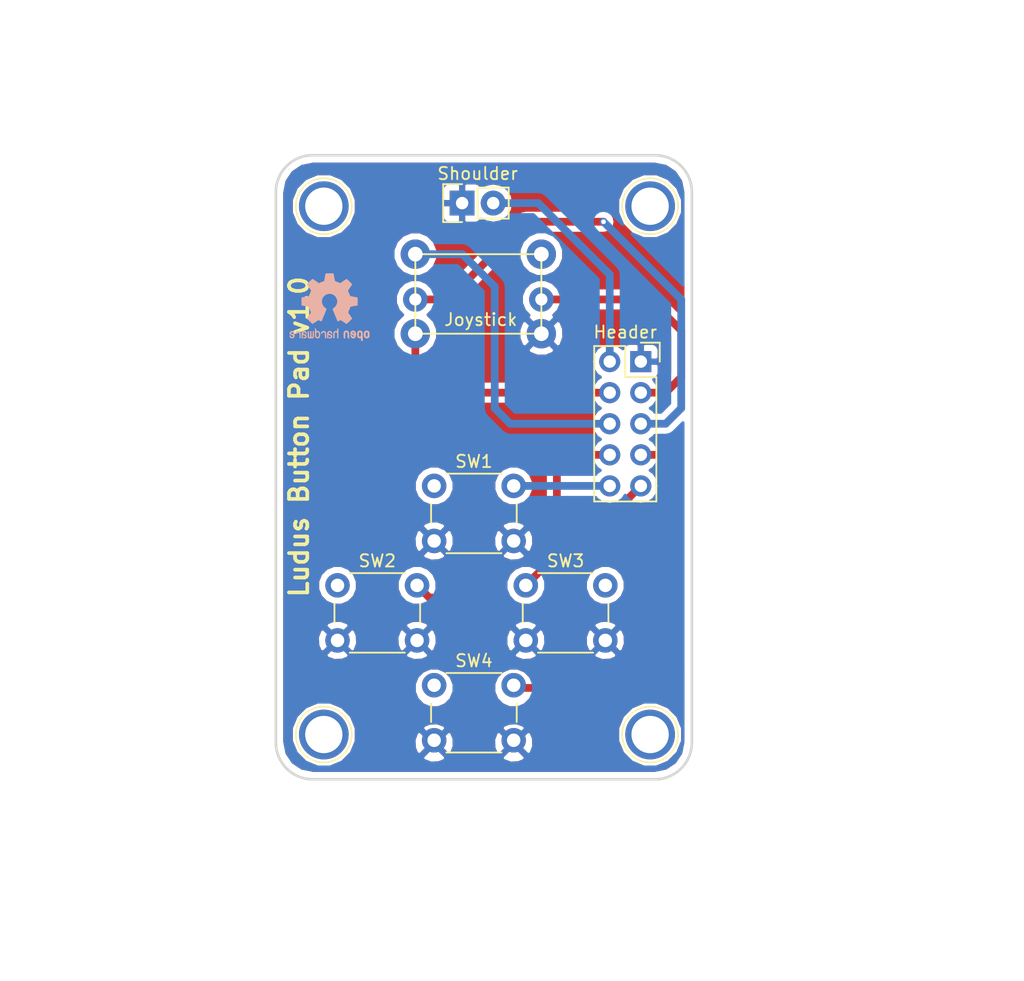
<source format=kicad_pcb>
(kicad_pcb (version 4) (host pcbnew 4.0.4-stable)

  (general
    (links 0)
    (no_connects 6)
    (area 72.459287 84.742 159.488 166.403001)
    (thickness 1.6)
    (drawings 31)
    (tracks 41)
    (zones 0)
    (modules 13)
    (nets 11)
  )

  (page A4)
  (layers
    (0 F.Cu signal)
    (31 B.Cu signal)
    (32 B.Adhes user)
    (33 F.Adhes user)
    (34 B.Paste user)
    (35 F.Paste user)
    (36 B.SilkS user)
    (37 F.SilkS user)
    (38 B.Mask user)
    (39 F.Mask user)
    (40 Dwgs.User user)
    (41 Cmts.User user)
    (42 Eco1.User user)
    (43 Eco2.User user)
    (44 Edge.Cuts user)
    (45 Margin user)
    (46 B.CrtYd user)
    (47 F.CrtYd user)
    (48 B.Fab user)
    (49 F.Fab user)
  )

  (setup
    (last_trace_width 0.635)
    (trace_clearance 0.254)
    (zone_clearance 0.5)
    (zone_45_only no)
    (trace_min 0.2)
    (segment_width 0.2)
    (edge_width 0.15)
    (via_size 0.508)
    (via_drill 0.381)
    (via_min_size 0.4)
    (via_min_drill 0.3)
    (uvia_size 0.3)
    (uvia_drill 0.1)
    (uvias_allowed no)
    (uvia_min_size 0.2)
    (uvia_min_drill 0.1)
    (pcb_text_width 0.3)
    (pcb_text_size 1.5 1.5)
    (mod_edge_width 0.15)
    (mod_text_size 1 1)
    (mod_text_width 0.15)
    (pad_size 1.524 1.524)
    (pad_drill 0.762)
    (pad_to_mask_clearance 0.2)
    (aux_axis_origin 0 0)
    (grid_origin 36.195 94.742)
    (visible_elements 7FFFFFFF)
    (pcbplotparams
      (layerselection 0x00030_80000001)
      (usegerberextensions false)
      (excludeedgelayer true)
      (linewidth 0.100000)
      (plotframeref false)
      (viasonmask false)
      (mode 1)
      (useauxorigin false)
      (hpglpennumber 1)
      (hpglpenspeed 20)
      (hpglpendiameter 15)
      (hpglpenoverlay 2)
      (psnegative false)
      (psa4output false)
      (plotreference true)
      (plotvalue true)
      (plotinvisibletext false)
      (padsonsilk false)
      (subtractmaskfromsilk false)
      (outputformat 1)
      (mirror false)
      (drillshape 1)
      (scaleselection 1)
      (outputdirectory ""))
  )

  (net 0 "")
  (net 1 GND)
  (net 2 "Net-(P1-Pad2)")
  (net 3 "Net-(P1-Pad3)")
  (net 4 "Net-(P1-Pad4)")
  (net 5 "Net-(P1-Pad5)")
  (net 6 "Net-(P1-Pad6)")
  (net 7 "Net-(P1-Pad7)")
  (net 8 "Net-(P1-Pad8)")
  (net 9 "Net-(P1-Pad9)")
  (net 10 "Net-(P1-Pad10)")

  (net_class Default "Esta es la clase de red por defecto."
    (clearance 0.254)
    (trace_width 0.635)
    (via_dia 0.508)
    (via_drill 0.381)
    (uvia_dia 0.3)
    (uvia_drill 0.1)
    (add_net GND)
    (add_net "Net-(P1-Pad10)")
    (add_net "Net-(P1-Pad2)")
    (add_net "Net-(P1-Pad3)")
    (add_net "Net-(P1-Pad4)")
    (add_net "Net-(P1-Pad5)")
    (add_net "Net-(P1-Pad6)")
    (add_net "Net-(P1-Pad7)")
    (add_net "Net-(P1-Pad8)")
    (add_net "Net-(P1-Pad9)")
  )

  (module Buttons_Switches_ThroughHole:SW_PUSH_6mm (layer F.Cu) (tedit 588DD6BF) (tstamp 588BA1B4)
    (at 99.545 132.08)
    (descr https://www.omron.com/ecb/products/pdf/en-b3f.pdf)
    (tags "tact sw push 6mm")
    (path /588B9D5A)
    (fp_text reference SW2 (at 3.25 -2) (layer F.SilkS)
      (effects (font (size 1 1) (thickness 0.15)))
    )
    (fp_text value btn2 (at 3.75 6.7) (layer F.Fab)
      (effects (font (size 1 1) (thickness 0.15)))
    )
    (fp_line (start 3.25 -0.75) (end 6.25 -0.75) (layer F.Fab) (width 0.1))
    (fp_line (start 6.25 -0.75) (end 6.25 5.25) (layer F.Fab) (width 0.1))
    (fp_line (start 6.25 5.25) (end 0.25 5.25) (layer F.Fab) (width 0.1))
    (fp_line (start 0.25 5.25) (end 0.25 -0.75) (layer F.Fab) (width 0.1))
    (fp_line (start 0.25 -0.75) (end 3.25 -0.75) (layer F.Fab) (width 0.1))
    (fp_line (start 7.75 6) (end 8 6) (layer F.CrtYd) (width 0.05))
    (fp_line (start 8 6) (end 8 5.75) (layer F.CrtYd) (width 0.05))
    (fp_line (start 7.75 -1.5) (end 8 -1.5) (layer F.CrtYd) (width 0.05))
    (fp_line (start 8 -1.5) (end 8 -1.25) (layer F.CrtYd) (width 0.05))
    (fp_line (start -1.5 -1.25) (end -1.5 -1.5) (layer F.CrtYd) (width 0.05))
    (fp_line (start -1.5 -1.5) (end -1.25 -1.5) (layer F.CrtYd) (width 0.05))
    (fp_line (start -1.5 5.75) (end -1.5 6) (layer F.CrtYd) (width 0.05))
    (fp_line (start -1.5 6) (end -1.25 6) (layer F.CrtYd) (width 0.05))
    (fp_line (start -1.25 -1.5) (end 7.75 -1.5) (layer F.CrtYd) (width 0.05))
    (fp_line (start -1.5 5.75) (end -1.5 -1.25) (layer F.CrtYd) (width 0.05))
    (fp_line (start 7.75 6) (end -1.25 6) (layer F.CrtYd) (width 0.05))
    (fp_line (start 8 -1.25) (end 8 5.75) (layer F.CrtYd) (width 0.05))
    (fp_line (start 1 5.5) (end 5.5 5.5) (layer F.SilkS) (width 0.15))
    (fp_line (start -0.25 1.5) (end -0.25 3) (layer F.SilkS) (width 0.15))
    (fp_line (start 5.5 -1) (end 1 -1) (layer F.SilkS) (width 0.15))
    (fp_line (start 6.75 3) (end 6.75 1.5) (layer F.SilkS) (width 0.15))
    (fp_circle (center 3.25 2.25) (end 1.25 2.5) (layer F.Fab) (width 0.1))
    (pad 2 thru_hole circle (at 0 4.5 90) (size 2 2) (drill 1.1) (layers *.Cu *.Mask)
      (net 1 GND))
    (pad 1 thru_hole circle (at 0 0 90) (size 2 2) (drill 1.1) (layers *.Cu *.Mask)
      (net 9 "Net-(P1-Pad9)"))
    (pad 2 thru_hole circle (at 6.5 4.5 90) (size 2 2) (drill 1.1) (layers *.Cu *.Mask)
      (net 1 GND))
    (pad 1 thru_hole circle (at 6.5 0 90) (size 2 2) (drill 1.1) (layers *.Cu *.Mask)
      (net 9 "Net-(P1-Pad9)"))
    (model Buttons_Switches_ThroughHole.3dshapes/SW_PUSH_6mm.wrl
      (at (xyz 0.005 0 0))
      (scale (xyz 0.3937 0.3937 0.3937))
      (rotate (xyz 0 0 0))
    )
  )

  (module Connect:1pin (layer F.Cu) (tedit 588DD760) (tstamp 588DD5AC)
    (at 125.095 144.272)
    (descr "module 1 pin (ou trou mecanique de percage)")
    (tags DEV)
    (fp_text reference "" (at 0 -3.048) (layer F.SilkS)
      (effects (font (size 1 1) (thickness 0.15)))
    )
    (fp_text value "" (at 0 3) (layer F.Fab)
      (effects (font (size 1 1) (thickness 0.15)))
    )
    (fp_circle (center 0 0) (end 2 0.8) (layer F.Fab) (width 0.1))
    (fp_circle (center 0 0) (end 2.6 0) (layer F.CrtYd) (width 0.05))
    (fp_circle (center 0 0) (end 0 -2.286) (layer F.SilkS) (width 0.12))
    (pad 1 thru_hole circle (at 0 0) (size 4.064 4.064) (drill 3.048) (layers *.Cu *.Mask))
  )

  (module Connect:1pin (layer F.Cu) (tedit 588DD764) (tstamp 588DD5A3)
    (at 98.425 144.272)
    (descr "module 1 pin (ou trou mecanique de percage)")
    (tags DEV)
    (fp_text reference "" (at 0 -3.048) (layer F.SilkS)
      (effects (font (size 1 1) (thickness 0.15)))
    )
    (fp_text value "" (at 0.127 -3.556) (layer F.Fab)
      (effects (font (size 1 1) (thickness 0.15)))
    )
    (fp_circle (center 0 0) (end 2 0.8) (layer F.Fab) (width 0.1))
    (fp_circle (center 0 0) (end 2.6 0) (layer F.CrtYd) (width 0.05))
    (fp_circle (center 0 0) (end 0 -2.286) (layer F.SilkS) (width 0.12))
    (pad 1 thru_hole circle (at 0 0) (size 4.064 4.064) (drill 3.048) (layers *.Cu *.Mask))
  )

  (module Connect:1pin (layer F.Cu) (tedit 588DD758) (tstamp 588DD59A)
    (at 125.095 101.092)
    (descr "module 1 pin (ou trou mecanique de percage)")
    (tags DEV)
    (fp_text reference "" (at 0 -3.048) (layer F.SilkS)
      (effects (font (size 1 1) (thickness 0.15)))
    )
    (fp_text value 1pin (at 0 3) (layer F.Fab)
      (effects (font (size 1 1) (thickness 0.15)))
    )
    (fp_circle (center 0 0) (end 2 0.8) (layer F.Fab) (width 0.1))
    (fp_circle (center 0 0) (end 2.6 0) (layer F.CrtYd) (width 0.05))
    (fp_circle (center 0 0) (end 0 -2.286) (layer F.SilkS) (width 0.12))
    (pad 1 thru_hole circle (at 0 0) (size 4.064 4.064) (drill 3.048) (layers *.Cu *.Mask))
  )

  (module Socket_Strips:Socket_Strip_Straight_1x02 (layer F.Cu) (tedit 588DD709) (tstamp 588BA1A4)
    (at 109.728 100.838)
    (descr "Through hole socket strip")
    (tags "socket strip")
    (path /588BA38C)
    (fp_text reference Shoulder (at 1.27 -2.413) (layer F.SilkS)
      (effects (font (size 1 1) (thickness 0.15)))
    )
    (fp_text value Shoulder (at 0.635 -2.286) (layer F.Fab)
      (effects (font (size 1 1) (thickness 0.15)))
    )
    (fp_line (start -1.55 1.55) (end 0 1.55) (layer F.SilkS) (width 0.15))
    (fp_line (start 3.81 1.27) (end 1.27 1.27) (layer F.SilkS) (width 0.15))
    (fp_line (start -1.75 -1.75) (end -1.75 1.75) (layer F.CrtYd) (width 0.05))
    (fp_line (start 4.3 -1.75) (end 4.3 1.75) (layer F.CrtYd) (width 0.05))
    (fp_line (start -1.75 -1.75) (end 4.3 -1.75) (layer F.CrtYd) (width 0.05))
    (fp_line (start -1.75 1.75) (end 4.3 1.75) (layer F.CrtYd) (width 0.05))
    (fp_line (start 1.27 1.27) (end 1.27 -1.27) (layer F.SilkS) (width 0.15))
    (fp_line (start 0 -1.55) (end -1.55 -1.55) (layer F.SilkS) (width 0.15))
    (fp_line (start -1.55 -1.55) (end -1.55 1.55) (layer F.SilkS) (width 0.15))
    (fp_line (start 1.27 -1.27) (end 3.81 -1.27) (layer F.SilkS) (width 0.15))
    (fp_line (start 3.81 -1.27) (end 3.81 1.27) (layer F.SilkS) (width 0.15))
    (pad 1 thru_hole rect (at 0 0) (size 2.032 2.032) (drill 1.016) (layers *.Cu *.Mask)
      (net 1 GND))
    (pad 2 thru_hole oval (at 2.54 0) (size 2.032 2.032) (drill 1.016) (layers *.Cu *.Mask)
      (net 2 "Net-(P1-Pad2)"))
    (model Socket_Strips.3dshapes/Socket_Strip_Straight_1x02.wrl
      (at (xyz 0.05 0 0))
      (scale (xyz 1 1 1))
      (rotate (xyz 0 0 180))
    )
  )

  (module Buttons_Switches_ThroughHole:SW_PUSH_6mm (layer F.Cu) (tedit 588DD6C2) (tstamp 588BA1AC)
    (at 107.442 123.952)
    (descr https://www.omron.com/ecb/products/pdf/en-b3f.pdf)
    (tags "tact sw push 6mm")
    (path /588B9CA5)
    (fp_text reference SW1 (at 3.25 -2) (layer F.SilkS)
      (effects (font (size 1 1) (thickness 0.15)))
    )
    (fp_text value btn1 (at 3.75 6.7) (layer F.Fab)
      (effects (font (size 1 1) (thickness 0.15)))
    )
    (fp_line (start 3.25 -0.75) (end 6.25 -0.75) (layer F.Fab) (width 0.1))
    (fp_line (start 6.25 -0.75) (end 6.25 5.25) (layer F.Fab) (width 0.1))
    (fp_line (start 6.25 5.25) (end 0.25 5.25) (layer F.Fab) (width 0.1))
    (fp_line (start 0.25 5.25) (end 0.25 -0.75) (layer F.Fab) (width 0.1))
    (fp_line (start 0.25 -0.75) (end 3.25 -0.75) (layer F.Fab) (width 0.1))
    (fp_line (start 7.75 6) (end 8 6) (layer F.CrtYd) (width 0.05))
    (fp_line (start 8 6) (end 8 5.75) (layer F.CrtYd) (width 0.05))
    (fp_line (start 7.75 -1.5) (end 8 -1.5) (layer F.CrtYd) (width 0.05))
    (fp_line (start 8 -1.5) (end 8 -1.25) (layer F.CrtYd) (width 0.05))
    (fp_line (start -1.5 -1.25) (end -1.5 -1.5) (layer F.CrtYd) (width 0.05))
    (fp_line (start -1.5 -1.5) (end -1.25 -1.5) (layer F.CrtYd) (width 0.05))
    (fp_line (start -1.5 5.75) (end -1.5 6) (layer F.CrtYd) (width 0.05))
    (fp_line (start -1.5 6) (end -1.25 6) (layer F.CrtYd) (width 0.05))
    (fp_line (start -1.25 -1.5) (end 7.75 -1.5) (layer F.CrtYd) (width 0.05))
    (fp_line (start -1.5 5.75) (end -1.5 -1.25) (layer F.CrtYd) (width 0.05))
    (fp_line (start 7.75 6) (end -1.25 6) (layer F.CrtYd) (width 0.05))
    (fp_line (start 8 -1.25) (end 8 5.75) (layer F.CrtYd) (width 0.05))
    (fp_line (start 1 5.5) (end 5.5 5.5) (layer F.SilkS) (width 0.15))
    (fp_line (start -0.25 1.5) (end -0.25 3) (layer F.SilkS) (width 0.15))
    (fp_line (start 5.5 -1) (end 1 -1) (layer F.SilkS) (width 0.15))
    (fp_line (start 6.75 3) (end 6.75 1.5) (layer F.SilkS) (width 0.15))
    (fp_circle (center 3.25 2.25) (end 1.25 2.5) (layer F.Fab) (width 0.1))
    (pad 2 thru_hole circle (at 0 4.5 90) (size 2 2) (drill 1.1) (layers *.Cu *.Mask)
      (net 1 GND))
    (pad 1 thru_hole circle (at 0 0 90) (size 2 2) (drill 1.1) (layers *.Cu *.Mask)
      (net 10 "Net-(P1-Pad10)"))
    (pad 2 thru_hole circle (at 6.5 4.5 90) (size 2 2) (drill 1.1) (layers *.Cu *.Mask)
      (net 1 GND))
    (pad 1 thru_hole circle (at 6.5 0 90) (size 2 2) (drill 1.1) (layers *.Cu *.Mask)
      (net 10 "Net-(P1-Pad10)"))
    (model Buttons_Switches_ThroughHole.3dshapes/SW_PUSH_6mm.wrl
      (at (xyz 0.005 0 0))
      (scale (xyz 0.3937 0.3937 0.3937))
      (rotate (xyz 0 0 0))
    )
  )

  (module Buttons_Switches_ThroughHole:SW_PUSH_6mm (layer F.Cu) (tedit 588DD6C8) (tstamp 588BA1BC)
    (at 114.935 132.08)
    (descr https://www.omron.com/ecb/products/pdf/en-b3f.pdf)
    (tags "tact sw push 6mm")
    (path /588B9D8D)
    (fp_text reference SW3 (at 3.25 -2) (layer F.SilkS)
      (effects (font (size 1 1) (thickness 0.15)))
    )
    (fp_text value btn3 (at 3.75 6.7) (layer F.Fab)
      (effects (font (size 1 1) (thickness 0.15)))
    )
    (fp_line (start 3.25 -0.75) (end 6.25 -0.75) (layer F.Fab) (width 0.1))
    (fp_line (start 6.25 -0.75) (end 6.25 5.25) (layer F.Fab) (width 0.1))
    (fp_line (start 6.25 5.25) (end 0.25 5.25) (layer F.Fab) (width 0.1))
    (fp_line (start 0.25 5.25) (end 0.25 -0.75) (layer F.Fab) (width 0.1))
    (fp_line (start 0.25 -0.75) (end 3.25 -0.75) (layer F.Fab) (width 0.1))
    (fp_line (start 7.75 6) (end 8 6) (layer F.CrtYd) (width 0.05))
    (fp_line (start 8 6) (end 8 5.75) (layer F.CrtYd) (width 0.05))
    (fp_line (start 7.75 -1.5) (end 8 -1.5) (layer F.CrtYd) (width 0.05))
    (fp_line (start 8 -1.5) (end 8 -1.25) (layer F.CrtYd) (width 0.05))
    (fp_line (start -1.5 -1.25) (end -1.5 -1.5) (layer F.CrtYd) (width 0.05))
    (fp_line (start -1.5 -1.5) (end -1.25 -1.5) (layer F.CrtYd) (width 0.05))
    (fp_line (start -1.5 5.75) (end -1.5 6) (layer F.CrtYd) (width 0.05))
    (fp_line (start -1.5 6) (end -1.25 6) (layer F.CrtYd) (width 0.05))
    (fp_line (start -1.25 -1.5) (end 7.75 -1.5) (layer F.CrtYd) (width 0.05))
    (fp_line (start -1.5 5.75) (end -1.5 -1.25) (layer F.CrtYd) (width 0.05))
    (fp_line (start 7.75 6) (end -1.25 6) (layer F.CrtYd) (width 0.05))
    (fp_line (start 8 -1.25) (end 8 5.75) (layer F.CrtYd) (width 0.05))
    (fp_line (start 1 5.5) (end 5.5 5.5) (layer F.SilkS) (width 0.15))
    (fp_line (start -0.25 1.5) (end -0.25 3) (layer F.SilkS) (width 0.15))
    (fp_line (start 5.5 -1) (end 1 -1) (layer F.SilkS) (width 0.15))
    (fp_line (start 6.75 3) (end 6.75 1.5) (layer F.SilkS) (width 0.15))
    (fp_circle (center 3.25 2.25) (end 1.25 2.5) (layer F.Fab) (width 0.1))
    (pad 2 thru_hole circle (at 0 4.5 90) (size 2 2) (drill 1.1) (layers *.Cu *.Mask)
      (net 1 GND))
    (pad 1 thru_hole circle (at 0 0 90) (size 2 2) (drill 1.1) (layers *.Cu *.Mask)
      (net 8 "Net-(P1-Pad8)"))
    (pad 2 thru_hole circle (at 6.5 4.5 90) (size 2 2) (drill 1.1) (layers *.Cu *.Mask)
      (net 1 GND))
    (pad 1 thru_hole circle (at 6.5 0 90) (size 2 2) (drill 1.1) (layers *.Cu *.Mask)
      (net 8 "Net-(P1-Pad8)"))
    (model Buttons_Switches_ThroughHole.3dshapes/SW_PUSH_6mm.wrl
      (at (xyz 0.005 0 0))
      (scale (xyz 0.3937 0.3937 0.3937))
      (rotate (xyz 0 0 0))
    )
  )

  (module Buttons_Switches_ThroughHole:SW_PUSH_6mm (layer F.Cu) (tedit 588DD6CD) (tstamp 588BA1C4)
    (at 107.442 140.242)
    (descr https://www.omron.com/ecb/products/pdf/en-b3f.pdf)
    (tags "tact sw push 6mm")
    (path /588B9DAF)
    (fp_text reference SW4 (at 3.25 -2) (layer F.SilkS)
      (effects (font (size 1 1) (thickness 0.15)))
    )
    (fp_text value btn4 (at 3.75 6.7) (layer F.Fab)
      (effects (font (size 1 1) (thickness 0.15)))
    )
    (fp_line (start 3.25 -0.75) (end 6.25 -0.75) (layer F.Fab) (width 0.1))
    (fp_line (start 6.25 -0.75) (end 6.25 5.25) (layer F.Fab) (width 0.1))
    (fp_line (start 6.25 5.25) (end 0.25 5.25) (layer F.Fab) (width 0.1))
    (fp_line (start 0.25 5.25) (end 0.25 -0.75) (layer F.Fab) (width 0.1))
    (fp_line (start 0.25 -0.75) (end 3.25 -0.75) (layer F.Fab) (width 0.1))
    (fp_line (start 7.75 6) (end 8 6) (layer F.CrtYd) (width 0.05))
    (fp_line (start 8 6) (end 8 5.75) (layer F.CrtYd) (width 0.05))
    (fp_line (start 7.75 -1.5) (end 8 -1.5) (layer F.CrtYd) (width 0.05))
    (fp_line (start 8 -1.5) (end 8 -1.25) (layer F.CrtYd) (width 0.05))
    (fp_line (start -1.5 -1.25) (end -1.5 -1.5) (layer F.CrtYd) (width 0.05))
    (fp_line (start -1.5 -1.5) (end -1.25 -1.5) (layer F.CrtYd) (width 0.05))
    (fp_line (start -1.5 5.75) (end -1.5 6) (layer F.CrtYd) (width 0.05))
    (fp_line (start -1.5 6) (end -1.25 6) (layer F.CrtYd) (width 0.05))
    (fp_line (start -1.25 -1.5) (end 7.75 -1.5) (layer F.CrtYd) (width 0.05))
    (fp_line (start -1.5 5.75) (end -1.5 -1.25) (layer F.CrtYd) (width 0.05))
    (fp_line (start 7.75 6) (end -1.25 6) (layer F.CrtYd) (width 0.05))
    (fp_line (start 8 -1.25) (end 8 5.75) (layer F.CrtYd) (width 0.05))
    (fp_line (start 1 5.5) (end 5.5 5.5) (layer F.SilkS) (width 0.15))
    (fp_line (start -0.25 1.5) (end -0.25 3) (layer F.SilkS) (width 0.15))
    (fp_line (start 5.5 -1) (end 1 -1) (layer F.SilkS) (width 0.15))
    (fp_line (start 6.75 3) (end 6.75 1.5) (layer F.SilkS) (width 0.15))
    (fp_circle (center 3.25 2.25) (end 1.25 2.5) (layer F.Fab) (width 0.1))
    (pad 2 thru_hole circle (at 0 4.5 90) (size 2 2) (drill 1.1) (layers *.Cu *.Mask)
      (net 1 GND))
    (pad 1 thru_hole circle (at 0 0 90) (size 2 2) (drill 1.1) (layers *.Cu *.Mask)
      (net 7 "Net-(P1-Pad7)"))
    (pad 2 thru_hole circle (at 6.5 4.5 90) (size 2 2) (drill 1.1) (layers *.Cu *.Mask)
      (net 1 GND))
    (pad 1 thru_hole circle (at 6.5 0 90) (size 2 2) (drill 1.1) (layers *.Cu *.Mask)
      (net 7 "Net-(P1-Pad7)"))
    (model Buttons_Switches_ThroughHole.3dshapes/SW_PUSH_6mm.wrl
      (at (xyz 0.005 0 0))
      (scale (xyz 0.3937 0.3937 0.3937))
      (rotate (xyz 0 0 0))
    )
  )

  (module footprints:ALPS_SKQUAAA010 (layer F.Cu) (tedit 588DD724) (tstamp 588BA1CE)
    (at 105.905 105.012)
    (path /588BA1ED)
    (fp_text reference Joystick (at 5.347 5.351) (layer F.SilkS)
      (effects (font (size 1 1) (thickness 0.15)))
    )
    (fp_text value joystick (at 5.474 3.573) (layer F.Fab)
      (effects (font (size 1 1) (thickness 0.15)))
    )
    (fp_line (start 0 0) (end 10.3 0) (layer F.SilkS) (width 0.15))
    (fp_line (start 10.3 0) (end 10.3 6.5) (layer F.SilkS) (width 0.15))
    (fp_line (start 10.3 6.5) (end 0 6.5) (layer F.SilkS) (width 0.15))
    (fp_line (start 0 6.5) (end 0 0) (layer F.SilkS) (width 0.15))
    (pad 1 thru_hole circle (at 0 0) (size 2.4 2.4) (drill 1.2) (layers *.Cu *.Mask)
      (net 6 "Net-(P1-Pad6)"))
    (pad 6 thru_hole circle (at 10.3 0) (size 2.4 2.4) (drill 1.2) (layers *.Cu *.Mask))
    (pad 4 thru_hole circle (at 10.3 6.5) (size 2.4 2.4) (drill 1.2) (layers *.Cu *.Mask)
      (net 1 GND))
    (pad 3 thru_hole circle (at 0 6.5) (size 2.4 2.4) (drill 1.2) (layers *.Cu *.Mask)
      (net 4 "Net-(P1-Pad4)"))
    (pad 2 thru_hole circle (at 0 3.7) (size 2 2) (drill 1) (layers *.Cu *.Mask)
      (net 5 "Net-(P1-Pad5)"))
    (pad 5 thru_hole circle (at 10.3 3.7) (size 2 2) (drill 1) (layers *.Cu *.Mask)
      (net 3 "Net-(P1-Pad3)"))
  )

  (module Socket_Strips:Socket_Strip_Straight_2x05 (layer F.Cu) (tedit 588DD737) (tstamp 588CC6BA)
    (at 124.333 113.792 270)
    (descr "Through hole socket strip")
    (tags "socket strip")
    (path /588CA76A)
    (fp_text reference Header (at -2.413 1.27 360) (layer F.SilkS)
      (effects (font (size 1 1) (thickness 0.15)))
    )
    (fp_text value "" (at 4.445 -2.032 270) (layer F.Fab)
      (effects (font (size 1 1) (thickness 0.15)))
    )
    (fp_line (start -1.75 -1.75) (end -1.75 4.3) (layer F.CrtYd) (width 0.05))
    (fp_line (start 11.95 -1.75) (end 11.95 4.3) (layer F.CrtYd) (width 0.05))
    (fp_line (start -1.75 -1.75) (end 11.95 -1.75) (layer F.CrtYd) (width 0.05))
    (fp_line (start -1.75 4.3) (end 11.95 4.3) (layer F.CrtYd) (width 0.05))
    (fp_line (start -1.27 3.81) (end 11.43 3.81) (layer F.SilkS) (width 0.15))
    (fp_line (start 11.43 3.81) (end 11.43 -1.27) (layer F.SilkS) (width 0.15))
    (fp_line (start 11.43 -1.27) (end 1.27 -1.27) (layer F.SilkS) (width 0.15))
    (fp_line (start -1.27 3.81) (end -1.27 1.27) (layer F.SilkS) (width 0.15))
    (fp_line (start 0 -1.55) (end -1.55 -1.55) (layer F.SilkS) (width 0.15))
    (fp_line (start -1.27 1.27) (end 1.27 1.27) (layer F.SilkS) (width 0.15))
    (fp_line (start 1.27 1.27) (end 1.27 -1.27) (layer F.SilkS) (width 0.15))
    (fp_line (start -1.55 -1.55) (end -1.55 0) (layer F.SilkS) (width 0.15))
    (pad 1 thru_hole rect (at 0 0 270) (size 1.7272 1.7272) (drill 1.016) (layers *.Cu *.Mask)
      (net 1 GND))
    (pad 2 thru_hole oval (at 0 2.54 270) (size 1.7272 1.7272) (drill 1.016) (layers *.Cu *.Mask)
      (net 2 "Net-(P1-Pad2)"))
    (pad 3 thru_hole oval (at 2.54 0 270) (size 1.7272 1.7272) (drill 1.016) (layers *.Cu *.Mask)
      (net 3 "Net-(P1-Pad3)"))
    (pad 4 thru_hole oval (at 2.54 2.54 270) (size 1.7272 1.7272) (drill 1.016) (layers *.Cu *.Mask)
      (net 4 "Net-(P1-Pad4)"))
    (pad 5 thru_hole oval (at 5.08 0 270) (size 1.7272 1.7272) (drill 1.016) (layers *.Cu *.Mask)
      (net 5 "Net-(P1-Pad5)"))
    (pad 6 thru_hole oval (at 5.08 2.54 270) (size 1.7272 1.7272) (drill 1.016) (layers *.Cu *.Mask)
      (net 6 "Net-(P1-Pad6)"))
    (pad 7 thru_hole oval (at 7.62 0 270) (size 1.7272 1.7272) (drill 1.016) (layers *.Cu *.Mask)
      (net 7 "Net-(P1-Pad7)"))
    (pad 8 thru_hole oval (at 7.62 2.54 270) (size 1.7272 1.7272) (drill 1.016) (layers *.Cu *.Mask)
      (net 8 "Net-(P1-Pad8)"))
    (pad 9 thru_hole oval (at 10.16 0 270) (size 1.7272 1.7272) (drill 1.016) (layers *.Cu *.Mask)
      (net 9 "Net-(P1-Pad9)"))
    (pad 10 thru_hole oval (at 10.16 2.54 270) (size 1.7272 1.7272) (drill 1.016) (layers *.Cu *.Mask)
      (net 10 "Net-(P1-Pad10)"))
    (model Socket_Strips.3dshapes/Socket_Strip_Straight_2x05.wrl
      (at (xyz 0.2 -0.05 0))
      (scale (xyz 1 1 1))
      (rotate (xyz 0 0 180))
    )
  )

  (module Connect:1pin (layer F.Cu) (tedit 588DD754) (tstamp 588DD598)
    (at 98.425 101.092)
    (descr "module 1 pin (ou trou mecanique de percage)")
    (tags DEV)
    (fp_text reference "" (at 0 -3.048) (layer F.SilkS)
      (effects (font (size 1 1) (thickness 0.15)))
    )
    (fp_text value 1pin (at 0 3) (layer F.Fab)
      (effects (font (size 1 1) (thickness 0.15)))
    )
    (fp_circle (center 0 0) (end 2 0.8) (layer F.Fab) (width 0.1))
    (fp_circle (center 0 0) (end 2.6 0) (layer F.CrtYd) (width 0.05))
    (fp_circle (center 0 0) (end 0 -2.286) (layer F.SilkS) (width 0.12))
    (pad 1 thru_hole circle (at 0 0) (size 4.064 4.064) (drill 3.048) (layers *.Cu *.Mask))
  )

  (module Symbols:OSHW-Logo2_7.3x6mm_SilkScreen (layer B.Cu) (tedit 0) (tstamp 58945014)
    (at 98.895 109.342 180)
    (descr "Open Source Hardware Symbol")
    (tags "Logo Symbol OSHW")
    (attr virtual)
    (fp_text reference REF*** (at 0 0 180) (layer B.SilkS) hide
      (effects (font (size 1 1) (thickness 0.15)) (justify mirror))
    )
    (fp_text value OSHW-Logo2_7.3x6mm_SilkScreen (at 0.75 0 180) (layer B.Fab) hide
      (effects (font (size 1 1) (thickness 0.15)) (justify mirror))
    )
    (fp_poly (pts (xy -2.400256 -1.919918) (xy -2.344799 -1.947568) (xy -2.295852 -1.99848) (xy -2.282371 -2.017338)
      (xy -2.267686 -2.042015) (xy -2.258158 -2.068816) (xy -2.252707 -2.104587) (xy -2.250253 -2.156169)
      (xy -2.249714 -2.224267) (xy -2.252148 -2.317588) (xy -2.260606 -2.387657) (xy -2.276826 -2.439931)
      (xy -2.302546 -2.479869) (xy -2.339503 -2.512929) (xy -2.342218 -2.514886) (xy -2.37864 -2.534908)
      (xy -2.422498 -2.544815) (xy -2.478276 -2.547257) (xy -2.568952 -2.547257) (xy -2.56899 -2.635283)
      (xy -2.569834 -2.684308) (xy -2.574976 -2.713065) (xy -2.588413 -2.730311) (xy -2.614142 -2.744808)
      (xy -2.620321 -2.747769) (xy -2.649236 -2.761648) (xy -2.671624 -2.770414) (xy -2.688271 -2.771171)
      (xy -2.699964 -2.761023) (xy -2.70749 -2.737073) (xy -2.711634 -2.696426) (xy -2.713185 -2.636186)
      (xy -2.712929 -2.553455) (xy -2.711651 -2.445339) (xy -2.711252 -2.413) (xy -2.709815 -2.301524)
      (xy -2.708528 -2.228603) (xy -2.569029 -2.228603) (xy -2.568245 -2.290499) (xy -2.56476 -2.330997)
      (xy -2.556876 -2.357708) (xy -2.542895 -2.378244) (xy -2.533403 -2.38826) (xy -2.494596 -2.417567)
      (xy -2.460237 -2.419952) (xy -2.424784 -2.39575) (xy -2.423886 -2.394857) (xy -2.409461 -2.376153)
      (xy -2.400687 -2.350732) (xy -2.396261 -2.311584) (xy -2.394882 -2.251697) (xy -2.394857 -2.23843)
      (xy -2.398188 -2.155901) (xy -2.409031 -2.098691) (xy -2.42866 -2.063766) (xy -2.45835 -2.048094)
      (xy -2.475509 -2.046514) (xy -2.516234 -2.053926) (xy -2.544168 -2.07833) (xy -2.560983 -2.12298)
      (xy -2.56835 -2.19113) (xy -2.569029 -2.228603) (xy -2.708528 -2.228603) (xy -2.708292 -2.215245)
      (xy -2.706323 -2.150333) (xy -2.70355 -2.102958) (xy -2.699612 -2.06929) (xy -2.694151 -2.045498)
      (xy -2.686808 -2.027753) (xy -2.677223 -2.012224) (xy -2.673113 -2.006381) (xy -2.618595 -1.951185)
      (xy -2.549664 -1.91989) (xy -2.469928 -1.911165) (xy -2.400256 -1.919918)) (layer B.SilkS) (width 0.01))
    (fp_poly (pts (xy -1.283907 -1.92778) (xy -1.237328 -1.954723) (xy -1.204943 -1.981466) (xy -1.181258 -2.009484)
      (xy -1.164941 -2.043748) (xy -1.154661 -2.089227) (xy -1.149086 -2.150892) (xy -1.146884 -2.233711)
      (xy -1.146629 -2.293246) (xy -1.146629 -2.512391) (xy -1.208314 -2.540044) (xy -1.27 -2.567697)
      (xy -1.277257 -2.32767) (xy -1.280256 -2.238028) (xy -1.283402 -2.172962) (xy -1.287299 -2.128026)
      (xy -1.292553 -2.09877) (xy -1.299769 -2.080748) (xy -1.30955 -2.069511) (xy -1.312688 -2.067079)
      (xy -1.360239 -2.048083) (xy -1.408303 -2.0556) (xy -1.436914 -2.075543) (xy -1.448553 -2.089675)
      (xy -1.456609 -2.10822) (xy -1.461729 -2.136334) (xy -1.464559 -2.179173) (xy -1.465744 -2.241895)
      (xy -1.465943 -2.307261) (xy -1.465982 -2.389268) (xy -1.467386 -2.447316) (xy -1.472086 -2.486465)
      (xy -1.482013 -2.51178) (xy -1.499097 -2.528323) (xy -1.525268 -2.541156) (xy -1.560225 -2.554491)
      (xy -1.598404 -2.569007) (xy -1.593859 -2.311389) (xy -1.592029 -2.218519) (xy -1.589888 -2.149889)
      (xy -1.586819 -2.100711) (xy -1.582206 -2.066198) (xy -1.575432 -2.041562) (xy -1.565881 -2.022016)
      (xy -1.554366 -2.00477) (xy -1.49881 -1.94968) (xy -1.43102 -1.917822) (xy -1.357287 -1.910191)
      (xy -1.283907 -1.92778)) (layer B.SilkS) (width 0.01))
    (fp_poly (pts (xy -2.958885 -1.921962) (xy -2.890855 -1.957733) (xy -2.840649 -2.015301) (xy -2.822815 -2.052312)
      (xy -2.808937 -2.107882) (xy -2.801833 -2.178096) (xy -2.80116 -2.254727) (xy -2.806573 -2.329552)
      (xy -2.81773 -2.394342) (xy -2.834286 -2.440873) (xy -2.839374 -2.448887) (xy -2.899645 -2.508707)
      (xy -2.971231 -2.544535) (xy -3.048908 -2.55502) (xy -3.127452 -2.53881) (xy -3.149311 -2.529092)
      (xy -3.191878 -2.499143) (xy -3.229237 -2.459433) (xy -3.232768 -2.454397) (xy -3.247119 -2.430124)
      (xy -3.256606 -2.404178) (xy -3.26221 -2.370022) (xy -3.264914 -2.321119) (xy -3.265701 -2.250935)
      (xy -3.265714 -2.2352) (xy -3.265678 -2.230192) (xy -3.120571 -2.230192) (xy -3.119727 -2.29643)
      (xy -3.116404 -2.340386) (xy -3.109417 -2.368779) (xy -3.097584 -2.388325) (xy -3.091543 -2.394857)
      (xy -3.056814 -2.41968) (xy -3.023097 -2.418548) (xy -2.989005 -2.397016) (xy -2.968671 -2.374029)
      (xy -2.956629 -2.340478) (xy -2.949866 -2.287569) (xy -2.949402 -2.281399) (xy -2.948248 -2.185513)
      (xy -2.960312 -2.114299) (xy -2.98543 -2.068194) (xy -3.02344 -2.047635) (xy -3.037008 -2.046514)
      (xy -3.072636 -2.052152) (xy -3.097006 -2.071686) (xy -3.111907 -2.109042) (xy -3.119125 -2.16815)
      (xy -3.120571 -2.230192) (xy -3.265678 -2.230192) (xy -3.265174 -2.160413) (xy -3.262904 -2.108159)
      (xy -3.257932 -2.071949) (xy -3.249287 -2.045299) (xy -3.235995 -2.021722) (xy -3.233057 -2.017338)
      (xy -3.183687 -1.958249) (xy -3.129891 -1.923947) (xy -3.064398 -1.910331) (xy -3.042158 -1.909665)
      (xy -2.958885 -1.921962)) (layer B.SilkS) (width 0.01))
    (fp_poly (pts (xy -1.831697 -1.931239) (xy -1.774473 -1.969735) (xy -1.730251 -2.025335) (xy -1.703833 -2.096086)
      (xy -1.69849 -2.148162) (xy -1.699097 -2.169893) (xy -1.704178 -2.186531) (xy -1.718145 -2.201437)
      (xy -1.745411 -2.217973) (xy -1.790388 -2.239498) (xy -1.857489 -2.269374) (xy -1.857829 -2.269524)
      (xy -1.919593 -2.297813) (xy -1.970241 -2.322933) (xy -2.004596 -2.342179) (xy -2.017482 -2.352848)
      (xy -2.017486 -2.352934) (xy -2.006128 -2.376166) (xy -1.979569 -2.401774) (xy -1.949077 -2.420221)
      (xy -1.93363 -2.423886) (xy -1.891485 -2.411212) (xy -1.855192 -2.379471) (xy -1.837483 -2.344572)
      (xy -1.820448 -2.318845) (xy -1.787078 -2.289546) (xy -1.747851 -2.264235) (xy -1.713244 -2.250471)
      (xy -1.706007 -2.249714) (xy -1.697861 -2.26216) (xy -1.69737 -2.293972) (xy -1.703357 -2.336866)
      (xy -1.714643 -2.382558) (xy -1.73005 -2.422761) (xy -1.730829 -2.424322) (xy -1.777196 -2.489062)
      (xy -1.837289 -2.533097) (xy -1.905535 -2.554711) (xy -1.976362 -2.552185) (xy -2.044196 -2.523804)
      (xy -2.047212 -2.521808) (xy -2.100573 -2.473448) (xy -2.13566 -2.410352) (xy -2.155078 -2.327387)
      (xy -2.157684 -2.304078) (xy -2.162299 -2.194055) (xy -2.156767 -2.142748) (xy -2.017486 -2.142748)
      (xy -2.015676 -2.174753) (xy -2.005778 -2.184093) (xy -1.981102 -2.177105) (xy -1.942205 -2.160587)
      (xy -1.898725 -2.139881) (xy -1.897644 -2.139333) (xy -1.860791 -2.119949) (xy -1.846 -2.107013)
      (xy -1.849647 -2.093451) (xy -1.865005 -2.075632) (xy -1.904077 -2.049845) (xy -1.946154 -2.04795)
      (xy -1.983897 -2.066717) (xy -2.009966 -2.102915) (xy -2.017486 -2.142748) (xy -2.156767 -2.142748)
      (xy -2.152806 -2.106027) (xy -2.12845 -2.036212) (xy -2.094544 -1.987302) (xy -2.033347 -1.937878)
      (xy -1.965937 -1.913359) (xy -1.89712 -1.911797) (xy -1.831697 -1.931239)) (layer B.SilkS) (width 0.01))
    (fp_poly (pts (xy -0.624114 -1.851289) (xy -0.619861 -1.910613) (xy -0.614975 -1.945572) (xy -0.608205 -1.96082)
      (xy -0.598298 -1.961015) (xy -0.595086 -1.959195) (xy -0.552356 -1.946015) (xy -0.496773 -1.946785)
      (xy -0.440263 -1.960333) (xy -0.404918 -1.977861) (xy -0.368679 -2.005861) (xy -0.342187 -2.037549)
      (xy -0.324001 -2.077813) (xy -0.312678 -2.131543) (xy -0.306778 -2.203626) (xy -0.304857 -2.298951)
      (xy -0.304823 -2.317237) (xy -0.3048 -2.522646) (xy -0.350509 -2.53858) (xy -0.382973 -2.54942)
      (xy -0.400785 -2.554468) (xy -0.401309 -2.554514) (xy -0.403063 -2.540828) (xy -0.404556 -2.503076)
      (xy -0.405674 -2.446224) (xy -0.406303 -2.375234) (xy -0.4064 -2.332073) (xy -0.406602 -2.246973)
      (xy -0.407642 -2.185981) (xy -0.410169 -2.144177) (xy -0.414836 -2.116642) (xy -0.422293 -2.098456)
      (xy -0.433189 -2.084698) (xy -0.439993 -2.078073) (xy -0.486728 -2.051375) (xy -0.537728 -2.049375)
      (xy -0.583999 -2.071955) (xy -0.592556 -2.080107) (xy -0.605107 -2.095436) (xy -0.613812 -2.113618)
      (xy -0.619369 -2.139909) (xy -0.622474 -2.179562) (xy -0.623824 -2.237832) (xy -0.624114 -2.318173)
      (xy -0.624114 -2.522646) (xy -0.669823 -2.53858) (xy -0.702287 -2.54942) (xy -0.720099 -2.554468)
      (xy -0.720623 -2.554514) (xy -0.721963 -2.540623) (xy -0.723172 -2.501439) (xy -0.724199 -2.4407)
      (xy -0.724998 -2.362141) (xy -0.725519 -2.269498) (xy -0.725714 -2.166509) (xy -0.725714 -1.769342)
      (xy -0.678543 -1.749444) (xy -0.631371 -1.729547) (xy -0.624114 -1.851289)) (layer B.SilkS) (width 0.01))
    (fp_poly (pts (xy 0.039744 -1.950968) (xy 0.096616 -1.972087) (xy 0.097267 -1.972493) (xy 0.13244 -1.99838)
      (xy 0.158407 -2.028633) (xy 0.17667 -2.068058) (xy 0.188732 -2.121462) (xy 0.196096 -2.193651)
      (xy 0.200264 -2.289432) (xy 0.200629 -2.303078) (xy 0.205876 -2.508842) (xy 0.161716 -2.531678)
      (xy 0.129763 -2.54711) (xy 0.11047 -2.554423) (xy 0.109578 -2.554514) (xy 0.106239 -2.541022)
      (xy 0.103587 -2.504626) (xy 0.101956 -2.451452) (xy 0.1016 -2.408393) (xy 0.101592 -2.338641)
      (xy 0.098403 -2.294837) (xy 0.087288 -2.273944) (xy 0.063501 -2.272925) (xy 0.022296 -2.288741)
      (xy -0.039914 -2.317815) (xy -0.085659 -2.341963) (xy -0.109187 -2.362913) (xy -0.116104 -2.385747)
      (xy -0.116114 -2.386877) (xy -0.104701 -2.426212) (xy -0.070908 -2.447462) (xy -0.019191 -2.450539)
      (xy 0.018061 -2.450006) (xy 0.037703 -2.460735) (xy 0.049952 -2.486505) (xy 0.057002 -2.519337)
      (xy 0.046842 -2.537966) (xy 0.043017 -2.540632) (xy 0.007001 -2.55134) (xy -0.043434 -2.552856)
      (xy -0.095374 -2.545759) (xy -0.132178 -2.532788) (xy -0.183062 -2.489585) (xy -0.211986 -2.429446)
      (xy -0.217714 -2.382462) (xy -0.213343 -2.340082) (xy -0.197525 -2.305488) (xy -0.166203 -2.274763)
      (xy -0.115322 -2.24399) (xy -0.040824 -2.209252) (xy -0.036286 -2.207288) (xy 0.030821 -2.176287)
      (xy 0.072232 -2.150862) (xy 0.089981 -2.128014) (xy 0.086107 -2.104745) (xy 0.062643 -2.078056)
      (xy 0.055627 -2.071914) (xy 0.00863 -2.0481) (xy -0.040067 -2.049103) (xy -0.082478 -2.072451)
      (xy -0.110616 -2.115675) (xy -0.113231 -2.12416) (xy -0.138692 -2.165308) (xy -0.170999 -2.185128)
      (xy -0.217714 -2.20477) (xy -0.217714 -2.15395) (xy -0.203504 -2.080082) (xy -0.161325 -2.012327)
      (xy -0.139376 -1.989661) (xy -0.089483 -1.960569) (xy -0.026033 -1.9474) (xy 0.039744 -1.950968)) (layer B.SilkS) (width 0.01))
    (fp_poly (pts (xy 0.529926 -1.949755) (xy 0.595858 -1.974084) (xy 0.649273 -2.017117) (xy 0.670164 -2.047409)
      (xy 0.692939 -2.102994) (xy 0.692466 -2.143186) (xy 0.668562 -2.170217) (xy 0.659717 -2.174813)
      (xy 0.62153 -2.189144) (xy 0.602028 -2.185472) (xy 0.595422 -2.161407) (xy 0.595086 -2.148114)
      (xy 0.582992 -2.09921) (xy 0.551471 -2.064999) (xy 0.507659 -2.048476) (xy 0.458695 -2.052634)
      (xy 0.418894 -2.074227) (xy 0.40545 -2.086544) (xy 0.395921 -2.101487) (xy 0.389485 -2.124075)
      (xy 0.385317 -2.159328) (xy 0.382597 -2.212266) (xy 0.380502 -2.287907) (xy 0.37996 -2.311857)
      (xy 0.377981 -2.39379) (xy 0.375731 -2.451455) (xy 0.372357 -2.489608) (xy 0.367006 -2.513004)
      (xy 0.358824 -2.526398) (xy 0.346959 -2.534545) (xy 0.339362 -2.538144) (xy 0.307102 -2.550452)
      (xy 0.288111 -2.554514) (xy 0.281836 -2.540948) (xy 0.278006 -2.499934) (xy 0.2766 -2.430999)
      (xy 0.277598 -2.333669) (xy 0.277908 -2.318657) (xy 0.280101 -2.229859) (xy 0.282693 -2.165019)
      (xy 0.286382 -2.119067) (xy 0.291864 -2.086935) (xy 0.299835 -2.063553) (xy 0.310993 -2.043852)
      (xy 0.31683 -2.03541) (xy 0.350296 -1.998057) (xy 0.387727 -1.969003) (xy 0.392309 -1.966467)
      (xy 0.459426 -1.946443) (xy 0.529926 -1.949755)) (layer B.SilkS) (width 0.01))
    (fp_poly (pts (xy 1.190117 -2.065358) (xy 1.189933 -2.173837) (xy 1.189219 -2.257287) (xy 1.187675 -2.319704)
      (xy 1.185001 -2.365085) (xy 1.180894 -2.397429) (xy 1.175055 -2.420733) (xy 1.167182 -2.438995)
      (xy 1.161221 -2.449418) (xy 1.111855 -2.505945) (xy 1.049264 -2.541377) (xy 0.980013 -2.55409)
      (xy 0.910668 -2.542463) (xy 0.869375 -2.521568) (xy 0.826025 -2.485422) (xy 0.796481 -2.441276)
      (xy 0.778655 -2.383462) (xy 0.770463 -2.306313) (xy 0.769302 -2.249714) (xy 0.769458 -2.245647)
      (xy 0.870857 -2.245647) (xy 0.871476 -2.31055) (xy 0.874314 -2.353514) (xy 0.88084 -2.381622)
      (xy 0.892523 -2.401953) (xy 0.906483 -2.417288) (xy 0.953365 -2.44689) (xy 1.003701 -2.449419)
      (xy 1.051276 -2.424705) (xy 1.054979 -2.421356) (xy 1.070783 -2.403935) (xy 1.080693 -2.383209)
      (xy 1.086058 -2.352362) (xy 1.088228 -2.304577) (xy 1.088571 -2.251748) (xy 1.087827 -2.185381)
      (xy 1.084748 -2.141106) (xy 1.078061 -2.112009) (xy 1.066496 -2.091173) (xy 1.057013 -2.080107)
      (xy 1.01296 -2.052198) (xy 0.962224 -2.048843) (xy 0.913796 -2.070159) (xy 0.90445 -2.078073)
      (xy 0.88854 -2.095647) (xy 0.87861 -2.116587) (xy 0.873278 -2.147782) (xy 0.871163 -2.196122)
      (xy 0.870857 -2.245647) (xy 0.769458 -2.245647) (xy 0.77281 -2.158568) (xy 0.784726 -2.090086)
      (xy 0.807135 -2.0386) (xy 0.842124 -1.998443) (xy 0.869375 -1.977861) (xy 0.918907 -1.955625)
      (xy 0.976316 -1.945304) (xy 1.029682 -1.948067) (xy 1.059543 -1.959212) (xy 1.071261 -1.962383)
      (xy 1.079037 -1.950557) (xy 1.084465 -1.918866) (xy 1.088571 -1.870593) (xy 1.093067 -1.816829)
      (xy 1.099313 -1.784482) (xy 1.110676 -1.765985) (xy 1.130528 -1.75377) (xy 1.143 -1.748362)
      (xy 1.190171 -1.728601) (xy 1.190117 -2.065358)) (layer B.SilkS) (width 0.01))
    (fp_poly (pts (xy 1.779833 -1.958663) (xy 1.782048 -1.99685) (xy 1.783784 -2.054886) (xy 1.784899 -2.12818)
      (xy 1.785257 -2.205055) (xy 1.785257 -2.465196) (xy 1.739326 -2.511127) (xy 1.707675 -2.539429)
      (xy 1.67989 -2.550893) (xy 1.641915 -2.550168) (xy 1.62684 -2.548321) (xy 1.579726 -2.542948)
      (xy 1.540756 -2.539869) (xy 1.531257 -2.539585) (xy 1.499233 -2.541445) (xy 1.453432 -2.546114)
      (xy 1.435674 -2.548321) (xy 1.392057 -2.551735) (xy 1.362745 -2.54432) (xy 1.33368 -2.521427)
      (xy 1.323188 -2.511127) (xy 1.277257 -2.465196) (xy 1.277257 -1.978602) (xy 1.314226 -1.961758)
      (xy 1.346059 -1.949282) (xy 1.364683 -1.944914) (xy 1.369458 -1.958718) (xy 1.373921 -1.997286)
      (xy 1.377775 -2.056356) (xy 1.380722 -2.131663) (xy 1.382143 -2.195286) (xy 1.386114 -2.445657)
      (xy 1.420759 -2.450556) (xy 1.452268 -2.447131) (xy 1.467708 -2.436041) (xy 1.472023 -2.415308)
      (xy 1.475708 -2.371145) (xy 1.478469 -2.309146) (xy 1.480012 -2.234909) (xy 1.480235 -2.196706)
      (xy 1.480457 -1.976783) (xy 1.526166 -1.960849) (xy 1.558518 -1.950015) (xy 1.576115 -1.944962)
      (xy 1.576623 -1.944914) (xy 1.578388 -1.958648) (xy 1.580329 -1.99673) (xy 1.582282 -2.054482)
      (xy 1.584084 -2.127227) (xy 1.585343 -2.195286) (xy 1.589314 -2.445657) (xy 1.6764 -2.445657)
      (xy 1.680396 -2.21724) (xy 1.684392 -1.988822) (xy 1.726847 -1.966868) (xy 1.758192 -1.951793)
      (xy 1.776744 -1.944951) (xy 1.777279 -1.944914) (xy 1.779833 -1.958663)) (layer B.SilkS) (width 0.01))
    (fp_poly (pts (xy 2.144876 -1.956335) (xy 2.186667 -1.975344) (xy 2.219469 -1.998378) (xy 2.243503 -2.024133)
      (xy 2.260097 -2.057358) (xy 2.270577 -2.1028) (xy 2.276271 -2.165207) (xy 2.278507 -2.249327)
      (xy 2.278743 -2.304721) (xy 2.278743 -2.520826) (xy 2.241774 -2.53767) (xy 2.212656 -2.549981)
      (xy 2.198231 -2.554514) (xy 2.195472 -2.541025) (xy 2.193282 -2.504653) (xy 2.191942 -2.451542)
      (xy 2.191657 -2.409372) (xy 2.190434 -2.348447) (xy 2.187136 -2.300115) (xy 2.182321 -2.270518)
      (xy 2.178496 -2.264229) (xy 2.152783 -2.270652) (xy 2.112418 -2.287125) (xy 2.065679 -2.309458)
      (xy 2.020845 -2.333457) (xy 1.986193 -2.35493) (xy 1.970002 -2.369685) (xy 1.969938 -2.369845)
      (xy 1.97133 -2.397152) (xy 1.983818 -2.423219) (xy 2.005743 -2.444392) (xy 2.037743 -2.451474)
      (xy 2.065092 -2.450649) (xy 2.103826 -2.450042) (xy 2.124158 -2.459116) (xy 2.136369 -2.483092)
      (xy 2.137909 -2.487613) (xy 2.143203 -2.521806) (xy 2.129047 -2.542568) (xy 2.092148 -2.552462)
      (xy 2.052289 -2.554292) (xy 1.980562 -2.540727) (xy 1.943432 -2.521355) (xy 1.897576 -2.475845)
      (xy 1.873256 -2.419983) (xy 1.871073 -2.360957) (xy 1.891629 -2.305953) (xy 1.922549 -2.271486)
      (xy 1.95342 -2.252189) (xy 2.001942 -2.227759) (xy 2.058485 -2.202985) (xy 2.06791 -2.199199)
      (xy 2.130019 -2.171791) (xy 2.165822 -2.147634) (xy 2.177337 -2.123619) (xy 2.16658 -2.096635)
      (xy 2.148114 -2.075543) (xy 2.104469 -2.049572) (xy 2.056446 -2.047624) (xy 2.012406 -2.067637)
      (xy 1.980709 -2.107551) (xy 1.976549 -2.117848) (xy 1.952327 -2.155724) (xy 1.916965 -2.183842)
      (xy 1.872343 -2.206917) (xy 1.872343 -2.141485) (xy 1.874969 -2.101506) (xy 1.88623 -2.069997)
      (xy 1.911199 -2.036378) (xy 1.935169 -2.010484) (xy 1.972441 -1.973817) (xy 2.001401 -1.954121)
      (xy 2.032505 -1.94622) (xy 2.067713 -1.944914) (xy 2.144876 -1.956335)) (layer B.SilkS) (width 0.01))
    (fp_poly (pts (xy 2.6526 -1.958752) (xy 2.669948 -1.966334) (xy 2.711356 -1.999128) (xy 2.746765 -2.046547)
      (xy 2.768664 -2.097151) (xy 2.772229 -2.122098) (xy 2.760279 -2.156927) (xy 2.734067 -2.175357)
      (xy 2.705964 -2.186516) (xy 2.693095 -2.188572) (xy 2.686829 -2.173649) (xy 2.674456 -2.141175)
      (xy 2.669028 -2.126502) (xy 2.63859 -2.075744) (xy 2.59452 -2.050427) (xy 2.53801 -2.051206)
      (xy 2.533825 -2.052203) (xy 2.503655 -2.066507) (xy 2.481476 -2.094393) (xy 2.466327 -2.139287)
      (xy 2.45725 -2.204615) (xy 2.453286 -2.293804) (xy 2.452914 -2.341261) (xy 2.45273 -2.416071)
      (xy 2.451522 -2.467069) (xy 2.448309 -2.499471) (xy 2.442109 -2.518495) (xy 2.43194 -2.529356)
      (xy 2.416819 -2.537272) (xy 2.415946 -2.53767) (xy 2.386828 -2.549981) (xy 2.372403 -2.554514)
      (xy 2.370186 -2.540809) (xy 2.368289 -2.502925) (xy 2.366847 -2.445715) (xy 2.365998 -2.374027)
      (xy 2.365829 -2.321565) (xy 2.366692 -2.220047) (xy 2.37007 -2.143032) (xy 2.377142 -2.086023)
      (xy 2.389088 -2.044526) (xy 2.40709 -2.014043) (xy 2.432327 -1.99008) (xy 2.457247 -1.973355)
      (xy 2.517171 -1.951097) (xy 2.586911 -1.946076) (xy 2.6526 -1.958752)) (layer B.SilkS) (width 0.01))
    (fp_poly (pts (xy 3.153595 -1.966966) (xy 3.211021 -2.004497) (xy 3.238719 -2.038096) (xy 3.260662 -2.099064)
      (xy 3.262405 -2.147308) (xy 3.258457 -2.211816) (xy 3.109686 -2.276934) (xy 3.037349 -2.310202)
      (xy 2.990084 -2.336964) (xy 2.965507 -2.360144) (xy 2.961237 -2.382667) (xy 2.974889 -2.407455)
      (xy 2.989943 -2.423886) (xy 3.033746 -2.450235) (xy 3.081389 -2.452081) (xy 3.125145 -2.431546)
      (xy 3.157289 -2.390752) (xy 3.163038 -2.376347) (xy 3.190576 -2.331356) (xy 3.222258 -2.312182)
      (xy 3.265714 -2.295779) (xy 3.265714 -2.357966) (xy 3.261872 -2.400283) (xy 3.246823 -2.435969)
      (xy 3.21528 -2.476943) (xy 3.210592 -2.482267) (xy 3.175506 -2.51872) (xy 3.145347 -2.538283)
      (xy 3.107615 -2.547283) (xy 3.076335 -2.55023) (xy 3.020385 -2.550965) (xy 2.980555 -2.54166)
      (xy 2.955708 -2.527846) (xy 2.916656 -2.497467) (xy 2.889625 -2.464613) (xy 2.872517 -2.423294)
      (xy 2.863238 -2.367521) (xy 2.859693 -2.291305) (xy 2.85941 -2.252622) (xy 2.860372 -2.206247)
      (xy 2.948007 -2.206247) (xy 2.949023 -2.231126) (xy 2.951556 -2.2352) (xy 2.968274 -2.229665)
      (xy 3.004249 -2.215017) (xy 3.052331 -2.19419) (xy 3.062386 -2.189714) (xy 3.123152 -2.158814)
      (xy 3.156632 -2.131657) (xy 3.16399 -2.10622) (xy 3.146391 -2.080481) (xy 3.131856 -2.069109)
      (xy 3.07941 -2.046364) (xy 3.030322 -2.050122) (xy 2.989227 -2.077884) (xy 2.960758 -2.127152)
      (xy 2.951631 -2.166257) (xy 2.948007 -2.206247) (xy 2.860372 -2.206247) (xy 2.861285 -2.162249)
      (xy 2.868196 -2.095384) (xy 2.881884 -2.046695) (xy 2.904096 -2.010849) (xy 2.936574 -1.982513)
      (xy 2.950733 -1.973355) (xy 3.015053 -1.949507) (xy 3.085473 -1.948006) (xy 3.153595 -1.966966)) (layer B.SilkS) (width 0.01))
    (fp_poly (pts (xy 0.10391 2.757652) (xy 0.182454 2.757222) (xy 0.239298 2.756058) (xy 0.278105 2.753793)
      (xy 0.302538 2.75006) (xy 0.316262 2.744494) (xy 0.32294 2.736727) (xy 0.326236 2.726395)
      (xy 0.326556 2.725057) (xy 0.331562 2.700921) (xy 0.340829 2.653299) (xy 0.353392 2.587259)
      (xy 0.368287 2.507872) (xy 0.384551 2.420204) (xy 0.385119 2.417125) (xy 0.40141 2.331211)
      (xy 0.416652 2.255304) (xy 0.429861 2.193955) (xy 0.440054 2.151718) (xy 0.446248 2.133145)
      (xy 0.446543 2.132816) (xy 0.464788 2.123747) (xy 0.502405 2.108633) (xy 0.551271 2.090738)
      (xy 0.551543 2.090642) (xy 0.613093 2.067507) (xy 0.685657 2.038035) (xy 0.754057 2.008403)
      (xy 0.757294 2.006938) (xy 0.868702 1.956374) (xy 1.115399 2.12484) (xy 1.191077 2.176197)
      (xy 1.259631 2.222111) (xy 1.317088 2.25997) (xy 1.359476 2.287163) (xy 1.382825 2.301079)
      (xy 1.385042 2.302111) (xy 1.40201 2.297516) (xy 1.433701 2.275345) (xy 1.481352 2.234553)
      (xy 1.546198 2.174095) (xy 1.612397 2.109773) (xy 1.676214 2.046388) (xy 1.733329 1.988549)
      (xy 1.780305 1.939825) (xy 1.813703 1.90379) (xy 1.830085 1.884016) (xy 1.830694 1.882998)
      (xy 1.832505 1.869428) (xy 1.825683 1.847267) (xy 1.80854 1.813522) (xy 1.779393 1.7652)
      (xy 1.736555 1.699308) (xy 1.679448 1.614483) (xy 1.628766 1.539823) (xy 1.583461 1.47286)
      (xy 1.54615 1.417484) (xy 1.519452 1.37758) (xy 1.505985 1.357038) (xy 1.505137 1.355644)
      (xy 1.506781 1.335962) (xy 1.519245 1.297707) (xy 1.540048 1.248111) (xy 1.547462 1.232272)
      (xy 1.579814 1.16171) (xy 1.614328 1.081647) (xy 1.642365 1.012371) (xy 1.662568 0.960955)
      (xy 1.678615 0.921881) (xy 1.687888 0.901459) (xy 1.689041 0.899886) (xy 1.706096 0.897279)
      (xy 1.746298 0.890137) (xy 1.804302 0.879477) (xy 1.874763 0.866315) (xy 1.952335 0.851667)
      (xy 2.031672 0.836551) (xy 2.107431 0.821982) (xy 2.174264 0.808978) (xy 2.226828 0.798555)
      (xy 2.259776 0.79173) (xy 2.267857 0.789801) (xy 2.276205 0.785038) (xy 2.282506 0.774282)
      (xy 2.287045 0.753902) (xy 2.290104 0.720266) (xy 2.291967 0.669745) (xy 2.292918 0.598708)
      (xy 2.29324 0.503524) (xy 2.293257 0.464508) (xy 2.293257 0.147201) (xy 2.217057 0.132161)
      (xy 2.174663 0.124005) (xy 2.1114 0.112101) (xy 2.034962 0.097884) (xy 1.953043 0.08279)
      (xy 1.9304 0.078645) (xy 1.854806 0.063947) (xy 1.788953 0.049495) (xy 1.738366 0.036625)
      (xy 1.708574 0.026678) (xy 1.703612 0.023713) (xy 1.691426 0.002717) (xy 1.673953 -0.037967)
      (xy 1.654577 -0.090322) (xy 1.650734 -0.1016) (xy 1.625339 -0.171523) (xy 1.593817 -0.250418)
      (xy 1.562969 -0.321266) (xy 1.562817 -0.321595) (xy 1.511447 -0.432733) (xy 1.680399 -0.681253)
      (xy 1.849352 -0.929772) (xy 1.632429 -1.147058) (xy 1.566819 -1.211726) (xy 1.506979 -1.268733)
      (xy 1.456267 -1.315033) (xy 1.418046 -1.347584) (xy 1.395675 -1.363343) (xy 1.392466 -1.364343)
      (xy 1.373626 -1.356469) (xy 1.33518 -1.334578) (xy 1.28133 -1.301267) (xy 1.216276 -1.259131)
      (xy 1.14594 -1.211943) (xy 1.074555 -1.16381) (xy 1.010908 -1.121928) (xy 0.959041 -1.088871)
      (xy 0.922995 -1.067218) (xy 0.906867 -1.059543) (xy 0.887189 -1.066037) (xy 0.849875 -1.08315)
      (xy 0.802621 -1.107326) (xy 0.797612 -1.110013) (xy 0.733977 -1.141927) (xy 0.690341 -1.157579)
      (xy 0.663202 -1.157745) (xy 0.649057 -1.143204) (xy 0.648975 -1.143) (xy 0.641905 -1.125779)
      (xy 0.625042 -1.084899) (xy 0.599695 -1.023525) (xy 0.567171 -0.944819) (xy 0.528778 -0.851947)
      (xy 0.485822 -0.748072) (xy 0.444222 -0.647502) (xy 0.398504 -0.536516) (xy 0.356526 -0.433703)
      (xy 0.319548 -0.342215) (xy 0.288827 -0.265201) (xy 0.265622 -0.205815) (xy 0.25119 -0.167209)
      (xy 0.246743 -0.1528) (xy 0.257896 -0.136272) (xy 0.287069 -0.10993) (xy 0.325971 -0.080887)
      (xy 0.436757 0.010961) (xy 0.523351 0.116241) (xy 0.584716 0.232734) (xy 0.619815 0.358224)
      (xy 0.627608 0.490493) (xy 0.621943 0.551543) (xy 0.591078 0.678205) (xy 0.53792 0.790059)
      (xy 0.465767 0.885999) (xy 0.377917 0.964924) (xy 0.277665 1.02573) (xy 0.16831 1.067313)
      (xy 0.053147 1.088572) (xy -0.064525 1.088401) (xy -0.18141 1.065699) (xy -0.294211 1.019362)
      (xy -0.399631 0.948287) (xy -0.443632 0.908089) (xy -0.528021 0.804871) (xy -0.586778 0.692075)
      (xy -0.620296 0.57299) (xy -0.628965 0.450905) (xy -0.613177 0.329107) (xy -0.573322 0.210884)
      (xy -0.509793 0.099525) (xy -0.422979 -0.001684) (xy -0.325971 -0.080887) (xy -0.285563 -0.111162)
      (xy -0.257018 -0.137219) (xy -0.246743 -0.152825) (xy -0.252123 -0.169843) (xy -0.267425 -0.2105)
      (xy -0.291388 -0.271642) (xy -0.322756 -0.350119) (xy -0.360268 -0.44278) (xy -0.402667 -0.546472)
      (xy -0.444337 -0.647526) (xy -0.49031 -0.758607) (xy -0.532893 -0.861541) (xy -0.570779 -0.953165)
      (xy -0.60266 -1.030316) (xy -0.627229 -1.089831) (xy -0.64318 -1.128544) (xy -0.64909 -1.143)
      (xy -0.663052 -1.157685) (xy -0.69006 -1.157642) (xy -0.733587 -1.142099) (xy -0.79711 -1.110284)
      (xy -0.797612 -1.110013) (xy -0.84544 -1.085323) (xy -0.884103 -1.067338) (xy -0.905905 -1.059614)
      (xy -0.906867 -1.059543) (xy -0.923279 -1.067378) (xy -0.959513 -1.089165) (xy -1.011526 -1.122328)
      (xy -1.075275 -1.164291) (xy -1.14594 -1.211943) (xy -1.217884 -1.260191) (xy -1.282726 -1.302151)
      (xy -1.336265 -1.335227) (xy -1.374303 -1.356821) (xy -1.392467 -1.364343) (xy -1.409192 -1.354457)
      (xy -1.44282 -1.326826) (xy -1.48999 -1.284495) (xy -1.547342 -1.230505) (xy -1.611516 -1.167899)
      (xy -1.632503 -1.146983) (xy -1.849501 -0.929623) (xy -1.684332 -0.68722) (xy -1.634136 -0.612781)
      (xy -1.590081 -0.545972) (xy -1.554638 -0.490665) (xy -1.530281 -0.450729) (xy -1.519478 -0.430036)
      (xy -1.519162 -0.428563) (xy -1.524857 -0.409058) (xy -1.540174 -0.369822) (xy -1.562463 -0.31743)
      (xy -1.578107 -0.282355) (xy -1.607359 -0.215201) (xy -1.634906 -0.147358) (xy -1.656263 -0.090034)
      (xy -1.662065 -0.072572) (xy -1.678548 -0.025938) (xy -1.69466 0.010095) (xy -1.70351 0.023713)
      (xy -1.72304 0.032048) (xy -1.765666 0.043863) (xy -1.825855 0.057819) (xy -1.898078 0.072578)
      (xy -1.9304 0.078645) (xy -2.012478 0.093727) (xy -2.091205 0.108331) (xy -2.158891 0.12102)
      (xy -2.20784 0.130358) (xy -2.217057 0.132161) (xy -2.293257 0.147201) (xy -2.293257 0.464508)
      (xy -2.293086 0.568846) (xy -2.292384 0.647787) (xy -2.290866 0.704962) (xy -2.288251 0.744001)
      (xy -2.284254 0.768535) (xy -2.278591 0.782195) (xy -2.27098 0.788611) (xy -2.267857 0.789801)
      (xy -2.249022 0.79402) (xy -2.207412 0.802438) (xy -2.14837 0.814039) (xy -2.077243 0.827805)
      (xy -1.999375 0.84272) (xy -1.920113 0.857768) (xy -1.844802 0.871931) (xy -1.778787 0.884194)
      (xy -1.727413 0.893539) (xy -1.696025 0.89895) (xy -1.689041 0.899886) (xy -1.682715 0.912404)
      (xy -1.66871 0.945754) (xy -1.649645 0.993623) (xy -1.642366 1.012371) (xy -1.613004 1.084805)
      (xy -1.578429 1.16483) (xy -1.547463 1.232272) (xy -1.524677 1.283841) (xy -1.509518 1.326215)
      (xy -1.504458 1.352166) (xy -1.505264 1.355644) (xy -1.515959 1.372064) (xy -1.54038 1.408583)
      (xy -1.575905 1.461313) (xy -1.619913 1.526365) (xy -1.669783 1.599849) (xy -1.679644 1.614355)
      (xy -1.737508 1.700296) (xy -1.780044 1.765739) (xy -1.808946 1.813696) (xy -1.82591 1.84718)
      (xy -1.832633 1.869205) (xy -1.83081 1.882783) (xy -1.830764 1.882869) (xy -1.816414 1.900703)
      (xy -1.784677 1.935183) (xy -1.73899 1.982732) (xy -1.682796 2.039778) (xy -1.619532 2.102745)
      (xy -1.612398 2.109773) (xy -1.53267 2.18698) (xy -1.471143 2.24367) (xy -1.426579 2.28089)
      (xy -1.397743 2.299685) (xy -1.385042 2.302111) (xy -1.366506 2.291529) (xy -1.328039 2.267084)
      (xy -1.273614 2.231388) (xy -1.207202 2.187053) (xy -1.132775 2.136689) (xy -1.115399 2.12484)
      (xy -0.868703 1.956374) (xy -0.757294 2.006938) (xy -0.689543 2.036405) (xy -0.616817 2.066041)
      (xy -0.554297 2.08967) (xy -0.551543 2.090642) (xy -0.50264 2.108543) (xy -0.464943 2.12368)
      (xy -0.446575 2.13279) (xy -0.446544 2.132816) (xy -0.440715 2.149283) (xy -0.430808 2.189781)
      (xy -0.417805 2.249758) (xy -0.402691 2.32466) (xy -0.386448 2.409936) (xy -0.385119 2.417125)
      (xy -0.368825 2.504986) (xy -0.353867 2.58474) (xy -0.341209 2.651319) (xy -0.331814 2.699653)
      (xy -0.326646 2.724675) (xy -0.326556 2.725057) (xy -0.323411 2.735701) (xy -0.317296 2.743738)
      (xy -0.304547 2.749533) (xy -0.2815 2.753453) (xy -0.244491 2.755865) (xy -0.189856 2.757135)
      (xy -0.113933 2.757629) (xy -0.013056 2.757714) (xy 0 2.757714) (xy 0.10391 2.757652)) (layer B.SilkS) (width 0.01))
  )

  (module footprints:ludus (layer B.Cu) (tedit 0) (tstamp 5897AF33)
    (at 100.895 119.942 180)
    (fp_text reference G*** (at 8.4 -0.7 180) (layer B.SilkS) hide
      (effects (font (thickness 0.3)) (justify mirror))
    )
    (fp_text value LOGO (at 8.5 1.4 180) (layer B.SilkS) hide
      (effects (font (thickness 0.3)) (justify mirror))
    )
    (fp_poly (pts (xy -1.11609 5.409942) (xy -1.064335 5.409204) (xy -1.016474 5.408031) (xy -0.974401 5.406422)
      (xy -0.940014 5.404378) (xy -0.922866 5.402837) (xy -0.738057 5.377477) (xy -0.550909 5.341375)
      (xy -0.362049 5.29468) (xy -0.172103 5.237544) (xy -0.031304 5.188664) (xy 0.006732 5.175159)
      (xy 0.040073 5.164205) (xy 0.067116 5.156287) (xy 0.086255 5.151889) (xy 0.093134 5.151141)
      (xy 0.105678 5.15278) (xy 0.126763 5.157424) (xy 0.154217 5.164515) (xy 0.18587 5.173495)
      (xy 0.217312 5.183094) (xy 0.410524 5.239416) (xy 0.601069 5.285357) (xy 0.790091 5.321161)
      (xy 0.978737 5.347073) (xy 0.996245 5.348983) (xy 1.041931 5.35287) (xy 1.095801 5.355823)
      (xy 1.155532 5.357842) (xy 1.218797 5.358928) (xy 1.283274 5.359081) (xy 1.346636 5.358302)
      (xy 1.406559 5.356591) (xy 1.460719 5.353949) (xy 1.506791 5.350377) (xy 1.520965 5.348861)
      (xy 1.68117 5.325067) (xy 1.835361 5.291819) (xy 1.983941 5.248951) (xy 2.127318 5.196295)
      (xy 2.265895 5.133684) (xy 2.400078 5.06095) (xy 2.530271 4.977926) (xy 2.656881 4.884444)
      (xy 2.669823 4.874143) (xy 2.705729 4.844113) (xy 2.746964 4.807522) (xy 2.791478 4.766349)
      (xy 2.837217 4.722575) (xy 2.882129 4.67818) (xy 2.924162 4.635142) (xy 2.961263 4.595443)
      (xy 2.977166 4.577644) (xy 3.074121 4.46122) (xy 3.167587 4.336984) (xy 3.257944 4.204333)
      (xy 3.34557 4.062661) (xy 3.430847 3.911366) (xy 3.514155 3.749845) (xy 3.565364 3.643489)
      (xy 3.628941 3.508024) (xy 3.655971 3.493295) (xy 3.729472 3.453062) (xy 3.794374 3.41711)
      (xy 3.852131 3.384581) (xy 3.904196 3.354617) (xy 3.952021 3.326363) (xy 3.997061 3.298959)
      (xy 4.040767 3.271548) (xy 4.084593 3.243273) (xy 4.126089 3.21588) (xy 4.277846 3.109715)
      (xy 4.418805 3.000601) (xy 4.549107 2.88839) (xy 4.668889 2.772934) (xy 4.778291 2.654086)
      (xy 4.877451 2.531696) (xy 4.966508 2.405617) (xy 5.045601 2.275702) (xy 5.094034 2.184554)
      (xy 5.160058 2.040306) (xy 5.215419 1.892461) (xy 5.260063 1.741271) (xy 5.293939 1.586992)
      (xy 5.316994 1.429879) (xy 5.329175 1.270187) (xy 5.33043 1.10817) (xy 5.328228 1.04995)
      (xy 5.32006 0.928934) (xy 5.307514 0.809715) (xy 5.290269 0.69076) (xy 5.268009 0.570534)
      (xy 5.240415 0.447505) (xy 5.20717 0.320137) (xy 5.167954 0.186896) (xy 5.122452 0.04625)
      (xy 5.116482 0.02859) (xy 5.101372 -0.016742) (xy 5.08891 -0.05585) (xy 5.07938 -0.087758)
      (xy 5.073068 -0.111488) (xy 5.070261 -0.126065) (xy 5.07023 -0.129455) (xy 5.072635 -0.13926)
      (xy 5.077838 -0.157886) (xy 5.085267 -0.183376) (xy 5.094353 -0.213776) (xy 5.104526 -0.24713)
      (xy 5.104904 -0.248356) (xy 5.147678 -0.396263) (xy 5.185399 -0.545515) (xy 5.217608 -0.693905)
      (xy 5.243851 -0.839222) (xy 5.263668 -0.979258) (xy 5.271881 -1.055512) (xy 5.275782 -1.106135)
      (xy 5.278779 -1.164188) (xy 5.28083 -1.226668) (xy 5.281888 -1.290574) (xy 5.28191 -1.352905)
      (xy 5.280851 -1.41066) (xy 5.278666 -1.460836) (xy 5.278043 -1.470378) (xy 5.261467 -1.633274)
      (xy 5.23489 -1.791313) (xy 5.198277 -1.944549) (xy 5.151591 -2.093035) (xy 5.094795 -2.236823)
      (xy 5.027854 -2.375968) (xy 4.95073 -2.510522) (xy 4.863388 -2.640539) (xy 4.765791 -2.766071)
      (xy 4.657903 -2.887172) (xy 4.539687 -3.003894) (xy 4.411106 -3.116292) (xy 4.272126 -3.224419)
      (xy 4.122709 -3.328326) (xy 3.962818 -3.428069) (xy 3.922889 -3.451389) (xy 3.875954 -3.477991)
      (xy 3.82394 -3.506668) (xy 3.769269 -3.536145) (xy 3.71436 -3.565144) (xy 3.661635 -3.592389)
      (xy 3.613513 -3.616602) (xy 3.572416 -3.636507) (xy 3.568218 -3.638477) (xy 3.498591 -3.671018)
      (xy 3.470182 -3.727809) (xy 3.415531 -3.833378) (xy 3.356322 -3.941006) (xy 3.293863 -4.048559)
      (xy 3.229459 -4.1539) (xy 3.164416 -4.254895) (xy 3.100041 -4.349407) (xy 3.037641 -4.435302)
      (xy 3.036481 -4.436839) (xy 2.974497 -4.515689) (xy 2.90743 -4.59513) (xy 2.837134 -4.673192)
      (xy 2.765466 -4.747907) (xy 2.694279 -4.817306) (xy 2.62543 -4.879419) (xy 2.596445 -4.90386)
      (xy 2.468314 -5.002563) (xy 2.336564 -5.090583) (xy 2.201077 -5.16797) (xy 2.061735 -5.234771)
      (xy 1.918421 -5.291036) (xy 1.771017 -5.336814) (xy 1.619405 -5.372155) (xy 1.463469 -5.397106)
      (xy 1.395082 -5.404651) (xy 1.364599 -5.406906) (xy 1.32538 -5.408801) (xy 1.279828 -5.41031)
      (xy 1.230341 -5.411406) (xy 1.179323 -5.41206) (xy 1.129172 -5.412246) (xy 1.082289 -5.411938)
      (xy 1.041076 -5.411106) (xy 1.007933 -5.409726) (xy 0.999067 -5.409136) (xy 0.839732 -5.392547)
      (xy 0.675326 -5.36649) (xy 0.506637 -5.331145) (xy 0.334457 -5.286693) (xy 0.159574 -5.233313)
      (xy 0.02512 -5.186805) (xy -0.008129 -5.1749) (xy -0.038222 -5.164457) (xy -0.063382 -5.156066)
      (xy -0.081834 -5.150316) (xy -0.091802 -5.147798) (xy -0.092566 -5.147734) (xy -0.101192 -5.149387)
      (xy -0.118498 -5.153958) (xy -0.142431 -5.16086) (xy -0.170939 -5.169509) (xy -0.191063 -5.175826)
      (xy -0.379752 -5.231649) (xy -0.563353 -5.277467) (xy -0.741991 -5.313286) (xy -0.915792 -5.339116)
      (xy -1.084881 -5.354963) (xy -1.249382 -5.360836) (xy -1.409421 -5.356742) (xy -1.565123 -5.342688)
      (xy -1.716613 -5.318683) (xy -1.864017 -5.284734) (xy -1.881332 -5.280021) (xy -2.03042 -5.23296)
      (xy -2.175059 -5.175541) (xy -2.315111 -5.107835) (xy -2.450441 -5.029918) (xy -2.580911 -4.941861)
      (xy -2.706386 -4.84374) (xy -2.730496 -4.823236) (xy -2.76217 -4.794857) (xy -2.799186 -4.75993)
      (xy -2.839549 -4.720483) (xy -2.881263 -4.678548) (xy -2.922331 -4.636155) (xy -2.960759 -4.595332)
      (xy -2.994551 -4.558111) (xy -3.019102 -4.529667) (xy -3.104566 -4.42202) (xy -3.189526 -4.304955)
      (xy -3.27274 -4.180318) (xy -3.352968 -4.049957) (xy -3.417352 -3.937) (xy -3.433876 -3.906235)
      (xy -3.453747 -3.868113) (xy -3.475953 -3.824676) (xy -3.499481 -3.777968) (xy -3.523319 -3.73003)
      (xy -3.546455 -3.682904) (xy -3.567876 -3.638632) (xy -3.58657 -3.599257) (xy -3.594956 -3.581068)
      (xy -3.492638 -3.581068) (xy -3.491839 -3.587644) (xy -3.486191 -3.602964) (xy -3.476273 -3.625875)
      (xy -3.462666 -3.655224) (xy -3.445952 -3.689858) (xy -3.42671 -3.728624) (xy -3.405522 -3.77037)
      (xy -3.382968 -3.813941) (xy -3.359629 -3.858186) (xy -3.336086 -3.901951) (xy -3.312918 -3.944084)
      (xy -3.290708 -3.983431) (xy -3.284958 -3.993415) (xy -3.212239 -4.114484) (xy -3.139477 -4.226091)
      (xy -3.065346 -4.329989) (xy -2.988523 -4.427933) (xy -2.907683 -4.521676) (xy -2.821502 -4.612971)
      (xy -2.802988 -4.631611) (xy -2.739496 -4.693502) (xy -2.680089 -4.748049) (xy -2.622423 -4.797186)
      (xy -2.564159 -4.842852) (xy -2.502955 -4.886983) (xy -2.455333 -4.91917) (xy -2.329499 -4.996627)
      (xy -2.201853 -5.063933) (xy -2.071519 -5.121373) (xy -1.937622 -5.169232) (xy -1.799286 -5.207798)
      (xy -1.655633 -5.237356) (xy -1.505787 -5.258193) (xy -1.385711 -5.268469) (xy -1.358533 -5.269505)
      (xy -1.322392 -5.269854) (xy -1.279591 -5.269578) (xy -1.23243 -5.268744) (xy -1.183211 -5.267415)
      (xy -1.134235 -5.265656) (xy -1.087803 -5.263531) (xy -1.046217 -5.261107) (xy -1.011778 -5.258446)
      (xy -1.004711 -5.257767) (xy -0.823813 -5.234453) (xy -0.639286 -5.200676) (xy -0.45154 -5.156512)
      (xy -0.426155 -5.149808) (xy -0.373314 -5.135399) (xy -0.328323 -5.122562) (xy -0.291775 -5.111485)
      (xy -0.264263 -5.102359) (xy -0.250531 -5.096995) (xy 0.056445 -5.096995) (xy 0.061712 -5.101684)
      (xy 0.076729 -5.108842) (xy 0.100313 -5.118109) (xy 0.131287 -5.129126) (xy 0.168469 -5.141532)
      (xy 0.21068 -5.154968) (xy 0.256741 -5.169072) (xy 0.30547 -5.183486) (xy 0.355688 -5.197848)
      (xy 0.406215 -5.2118) (xy 0.455871 -5.224981) (xy 0.503477 -5.23703) (xy 0.547851 -5.247588)
      (xy 0.555967 -5.249429) (xy 0.65817 -5.270827) (xy 0.758701 -5.288513) (xy 0.861328 -5.303057)
      (xy 0.969819 -5.315031) (xy 1.016 -5.319255) (xy 1.028064 -5.319757) (xy 1.049746 -5.3201)
      (xy 1.079378 -5.320279) (xy 1.11529 -5.320292) (xy 1.155813 -5.320134) (xy 1.199278 -5.319803)
      (xy 1.210734 -5.319689) (xy 1.268009 -5.318897) (xy 1.316018 -5.317758) (xy 1.356783 -5.316164)
      (xy 1.392324 -5.314011) (xy 1.424662 -5.311191) (xy 1.455819 -5.307598) (xy 1.465562 -5.30631)
      (xy 1.617858 -5.280381) (xy 1.765559 -5.244554) (xy 1.908749 -5.198765) (xy 2.047513 -5.142952)
      (xy 2.181935 -5.077052) (xy 2.312098 -5.000999) (xy 2.438087 -4.914732) (xy 2.559986 -4.818188)
      (xy 2.677879 -4.711301) (xy 2.79185 -4.59401) (xy 2.901984 -4.46625) (xy 3.008365 -4.327959)
      (xy 3.111076 -4.179073) (xy 3.210202 -4.019528) (xy 3.238514 -3.970867) (xy 3.260904 -3.931445)
      (xy 3.282623 -3.892516) (xy 3.303008 -3.85533) (xy 3.321397 -3.821143) (xy 3.337125 -3.791206)
      (xy 3.34953 -3.766772) (xy 3.357949 -3.749094) (xy 3.361719 -3.739425) (xy 3.361743 -3.73804)
      (xy 3.355993 -3.739352) (xy 3.341476 -3.744555) (xy 3.319773 -3.753027) (xy 3.292465 -3.764146)
      (xy 3.261132 -3.777291) (xy 3.252926 -3.780792) (xy 3.216309 -3.796274) (xy 3.172309 -3.814581)
      (xy 3.124059 -3.834427) (xy 3.07469 -3.854527) (xy 3.027335 -3.873596) (xy 3.005667 -3.882233)
      (xy 2.980003 -3.892394) (xy 2.954366 -3.902481) (xy 2.92803 -3.912767) (xy 2.900268 -3.923526)
      (xy 2.870355 -3.935034) (xy 2.837565 -3.947563) (xy 2.80117 -3.961389) (xy 2.760446 -3.976785)
      (xy 2.714667 -3.994025) (xy 2.663105 -4.013384) (xy 2.605035 -4.035135) (xy 2.53973 -4.059554)
      (xy 2.466466 -4.086913) (xy 2.384515 -4.117488) (xy 2.293151 -4.151552) (xy 2.232378 -4.174202)
      (xy 2.151736 -4.204356) (xy 2.077068 -4.232523) (xy 2.00722 -4.259185) (xy 1.94104 -4.284824)
      (xy 1.877374 -4.309924) (xy 1.815071 -4.334968) (xy 1.752976 -4.360437) (xy 1.689936 -4.386814)
      (xy 1.6248 -4.414583) (xy 1.556413 -4.444226) (xy 1.483623 -4.476225) (xy 1.405277 -4.511063)
      (xy 1.320222 -4.549224) (xy 1.227305 -4.591188) (xy 1.125373 -4.63744) (xy 1.120423 -4.63969)
      (xy 1.000814 -4.693933) (xy 0.890603 -4.743628) (xy 0.789006 -4.789106) (xy 0.695244 -4.830703)
      (xy 0.608533 -4.868751) (xy 0.528094 -4.903584) (xy 0.453143 -4.935536) (xy 0.382901 -4.96494)
      (xy 0.316584 -4.99213) (xy 0.253412 -5.017439) (xy 0.192603 -5.041201) (xy 0.133375 -5.06375)
      (xy 0.083256 -5.082371) (xy 0.067954 -5.088853) (xy 0.058247 -5.094617) (xy 0.056445 -5.096995)
      (xy -0.250531 -5.096995) (xy -0.24638 -5.095374) (xy -0.238719 -5.090718) (xy -0.2385 -5.08981)
      (xy -0.244132 -5.085556) (xy -0.257944 -5.078233) (xy -0.277645 -5.068996) (xy -0.293689 -5.062019)
      (xy -0.350877 -5.037593) (xy -0.409011 -5.012155) (xy -0.468908 -4.985311) (xy -0.531384 -4.95667)
      (xy -0.597256 -4.925838) (xy -0.66734 -4.892423) (xy -0.742451 -4.856032) (xy -0.823407 -4.816274)
      (xy -0.911024 -4.772755) (xy -1.006119 -4.725082) (xy -1.109506 -4.672865) (xy -1.222004 -4.615708)
      (xy -1.224844 -4.614262) (xy -1.329191 -4.561159) (xy -1.424494 -4.512786) (xy -1.511734 -4.468683)
      (xy -1.59189 -4.42839) (xy -1.665943 -4.391445) (xy -1.734873 -4.357387) (xy -1.799662 -4.325756)
      (xy -1.861288 -4.296091) (xy -1.920733 -4.267931) (xy -1.978976 -4.240815) (xy -2.036998 -4.214283)
      (xy -2.09578 -4.187873) (xy -2.156302 -4.161125) (xy -2.219544 -4.133579) (xy -2.286486 -4.104773)
      (xy -2.358109 -4.074246) (xy -2.435393 -4.041539) (xy -2.511777 -4.00936) (xy -2.615028 -3.965879)
      (xy -2.708825 -3.926254) (xy -2.794158 -3.890051) (xy -2.872015 -3.856836) (xy -2.943385 -3.826176)
      (xy -3.009257 -3.797637) (xy -3.07062 -3.770784) (xy -3.128462 -3.745184) (xy -3.183773 -3.720403)
      (xy -3.23754 -3.696007) (xy -3.290753 -3.671562) (xy -3.344401 -3.646635) (xy -3.399472 -3.620791)
      (xy -3.428304 -3.607175) (xy -3.452254 -3.596181) (xy -3.472341 -3.587599) (xy -3.486485 -3.582272)
      (xy -3.49261 -3.581044) (xy -3.492638 -3.581068) (xy -3.594956 -3.581068) (xy -3.601525 -3.566821)
      (xy -3.607234 -3.553957) (xy -3.617407 -3.53274) (xy -3.627537 -3.515196) (xy -3.635862 -3.504273)
      (xy -3.637844 -3.502666) (xy -3.646059 -3.497976) (xy -3.662549 -3.488832) (xy -3.685654 -3.476143)
      (xy -3.713717 -3.460819) (xy -3.745078 -3.44377) (xy -3.754352 -3.438743) (xy -3.92976 -3.339289)
      (xy -4.094346 -3.236844) (xy -4.248196 -3.131328) (xy -4.391394 -3.02266) (xy -4.524026 -2.910762)
      (xy -4.646177 -2.795554) (xy -4.757932 -2.676954) (xy -4.859377 -2.554885) (xy -4.950596 -2.429266)
      (xy -5.031676 -2.300018) (xy -5.094034 -2.184554) (xy -5.158849 -2.043515) (xy -5.213325 -1.899614)
      (xy -5.257474 -1.752676) (xy -5.291303 -1.602523) (xy -5.314825 -1.44898) (xy -5.328047 -1.291868)
      (xy -5.330363 -1.164928) (xy -5.241057 -1.164928) (xy -5.240425 -1.227237) (xy -5.23888 -1.286578)
      (xy -5.236424 -1.340658) (xy -5.233056 -1.387189) (xy -5.230526 -1.411112) (xy -5.207773 -1.56051)
      (xy -5.177201 -1.702839) (xy -5.138466 -1.839485) (xy -5.094199 -1.964267) (xy -5.079569 -1.999591)
      (xy -5.060742 -2.041847) (xy -5.039112 -2.08816) (xy -5.016074 -2.135654) (xy -4.993022 -2.181456)
      (xy -4.97135 -2.222688) (xy -4.95264 -2.256158) (xy -4.873021 -2.381986) (xy -4.783338 -2.504354)
      (xy -4.683484 -2.623359) (xy -4.57335 -2.739098) (xy -4.452828 -2.851672) (xy -4.321811 -2.961176)
      (xy -4.180191 -3.067709) (xy -4.027861 -3.171369) (xy -3.864712 -3.272254) (xy -3.782028 -3.320003)
      (xy -3.75384 -3.335752) (xy -3.729203 -3.349178) (xy -3.709721 -3.359434) (xy -3.696998 -3.365673)
      (xy -3.692658 -3.367162) (xy -3.694109 -3.361577) (xy -3.699283 -3.346913) (xy -3.707656 -3.324549)
      (xy -3.718703 -3.295866) (xy -3.731899 -3.262244) (xy -3.746718 -3.225062) (xy -3.746799 -3.224859)
      (xy -3.769088 -3.168739) (xy -3.792475 -3.108637) (xy -3.817248 -3.043771) (xy -3.843695 -2.973358)
      (xy -3.872107 -2.896615) (xy -3.902772 -2.812758) (xy -3.935978 -2.721004) (xy -3.972014 -2.620572)
      (xy -4.011169 -2.510676) (xy -4.035801 -2.441223) (xy -4.072072 -2.338949) (xy -4.105387 -2.245428)
      (xy -4.136192 -2.159536) (xy -4.164937 -2.080153) (xy -4.19207 -2.006154) (xy -4.218038 -1.936419)
      (xy -4.243289 -1.869825) (xy -4.268272 -1.80525) (xy -4.293435 -1.741571) (xy -4.319225 -1.677666)
      (xy -4.346091 -1.612413) (xy -4.374481 -1.54469) (xy -4.404842 -1.473375) (xy -4.437623 -1.397345)
      (xy -4.473271 -1.315478) (xy -4.512236 -1.226651) (xy -4.554964 -1.129744) (xy -4.600284 -1.027289)
      (xy -4.66334 -0.884259) (xy -4.721383 -0.751269) (xy -4.774441 -0.628258) (xy -4.822538 -0.515164)
      (xy -4.865701 -0.411924) (xy -4.903955 -0.318476) (xy -4.937327 -0.234759) (xy -4.965842 -0.160711)
      (xy -4.989525 -0.096269) (xy -4.999041 -0.069148) (xy -5.006627 -0.0483) (xy -5.013221 -0.032274)
      (xy -5.017785 -0.02351) (xy -5.018853 -0.022581) (xy -5.021696 -0.027701) (xy -5.027367 -0.041993)
      (xy -5.035328 -0.063853) (xy -5.045043 -0.091678) (xy -5.055976 -0.123864) (xy -5.067591 -0.158806)
      (xy -5.07935 -0.194901) (xy -5.090718 -0.230544) (xy -5.101158 -0.264133) (xy -5.110134 -0.294062)
      (xy -5.113236 -0.3048) (xy -5.158081 -0.476456) (xy -5.193859 -0.645478) (xy -5.221201 -0.815008)
      (xy -5.23054 -0.889) (xy -5.234468 -0.931802) (xy -5.237483 -0.983086) (xy -5.239587 -1.040561)
      (xy -5.240778 -1.101939) (xy -5.241057 -1.164928) (xy -5.330363 -1.164928) (xy -5.330982 -1.131013)
      (xy -5.323638 -0.966238) (xy -5.306025 -0.797365) (xy -5.278154 -0.624218) (xy -5.240034 -0.446621)
      (xy -5.200794 -0.296334) (xy -5.18658 -0.246394) (xy -5.173502 -0.201906) (xy -5.16063 -0.159937)
      (xy -5.147035 -0.117554) (xy -5.131785 -0.071824) (xy -5.113953 -0.019815) (xy -5.104512 0.007354)
      (xy -5.090393 0.049084) (xy -5.079797 0.083059) (xy -5.072945 0.108502) (xy -5.071706 0.115428)
      (xy -4.967111 0.115428) (xy -4.965141 0.106271) (xy -4.959543 0.087883) (xy -4.950784 0.061555)
      (xy -4.939333 0.028576) (xy -4.925657 -0.009764) (xy -4.910224 -0.052177) (xy -4.893502 -0.097372)
      (xy -4.875958 -0.144059) (xy -4.85806 -0.19095) (xy -4.840276 -0.236754) (xy -4.829017 -0.265289)
      (xy -4.807999 -0.31737) (xy -4.782664 -0.378746) (xy -4.753422 -0.448462) (xy -4.720684 -0.525564)
      (xy -4.68486 -0.609095) (xy -4.646361 -0.6981) (xy -4.605597 -0.791623) (xy -4.562978 -0.888709)
      (xy -4.518915 -0.988403) (xy -4.504157 -1.021645) (xy -4.459414 -1.12247) (xy -4.418525 -1.215022)
      (xy -4.381034 -1.300448) (xy -4.346487 -1.379891) (xy -4.314429 -1.454497) (xy -4.284405 -1.525411)
      (xy -4.255959 -1.593779) (xy -4.228638 -1.660746) (xy -4.201985 -1.727457) (xy -4.175547 -1.795058)
      (xy -4.148869 -1.864692) (xy -4.121495 -1.937507) (xy -4.09297 -2.014647) (xy -4.06284 -2.097257)
      (xy -4.03065 -2.186483) (xy -3.995945 -2.28347) (xy -3.958269 -2.389362) (xy -3.936347 -2.451166)
      (xy -3.897126 -2.561543) (xy -3.861156 -2.662158) (xy -3.828093 -2.753948) (xy -3.797592 -2.837852)
      (xy -3.769311 -2.914808) (xy -3.742905 -2.985755) (xy -3.718029 -3.051631) (xy -3.69434 -3.113375)
      (xy -3.681355 -3.146778) (xy -3.66297 -3.193454) (xy -3.644557 -3.239486) (xy -3.626648 -3.283604)
      (xy -3.609774 -3.324539) (xy -3.594467 -3.361021) (xy -3.581259 -3.391779) (xy -3.570682 -3.415545)
      (xy -3.563266 -3.431048) (xy -3.560033 -3.436569) (xy -3.551966 -3.442491) (xy -3.534538 -3.45254)
      (xy -3.508704 -3.466256) (xy -3.475418 -3.483176) (xy -3.435635 -3.502843) (xy -3.390308 -3.524794)
      (xy -3.340392 -3.54857) (xy -3.286843 -3.573711) (xy -3.230613 -3.599755) (xy -3.172657 -3.626243)
      (xy -3.113931 -3.652715) (xy -3.087511 -3.664497) (xy -3.057874 -3.677644) (xy -3.029235 -3.69029)
      (xy -3.000696 -3.702821) (xy -2.97136 -3.715619) (xy -2.940329 -3.72907) (xy -2.906705 -3.743557)
      (xy -2.869591 -3.759463) (xy -2.828088 -3.777175) (xy -2.781299 -3.797075) (xy -2.728327 -3.819547)
      (xy -2.668274 -3.844977) (xy -2.600241 -3.873747) (xy -2.523332 -3.906242) (xy -2.463522 -3.9315)
      (xy -2.361648 -3.974635) (xy -2.268928 -4.014178) (xy -2.184038 -4.050737) (xy -2.105655 -4.08492)
      (xy -2.032454 -4.117337) (xy -1.963112 -4.148596) (xy -1.896304 -4.179306) (xy -1.830707 -4.210075)
      (xy -1.764997 -4.241513) (xy -1.69785 -4.274227) (xy -1.627942 -4.308827) (xy -1.553949 -4.34592)
      (xy -1.474547 -4.386117) (xy -1.4732 -4.386802) (xy -1.355706 -4.446461) (xy -1.244466 -4.502829)
      (xy -1.139827 -4.555732) (xy -1.042138 -4.604995) (xy -0.951745 -4.650444) (xy -0.868996 -4.691907)
      (xy -0.794239 -4.729208) (xy -0.727822 -4.762174) (xy -0.670092 -4.790632) (xy -0.621396 -4.814406)
      (xy -0.582083 -4.833324) (xy -0.555977 -4.845607) (xy -0.507897 -4.867697) (xy -0.457798 -4.890414)
      (xy -0.406802 -4.913275) (xy -0.356028 -4.935795) (xy -0.306595 -4.957492) (xy -0.259624 -4.977883)
      (xy -0.216233 -4.996485) (xy -0.177543 -5.012813) (xy -0.144673 -5.026385) (xy -0.118743 -5.036718)
      (xy -0.100873 -5.043329) (xy -0.092268 -5.045729) (xy -0.084529 -5.044128) (xy -0.06866 -5.039481)
      (xy -0.047158 -5.032553) (xy -0.0281 -5.026064) (xy 0.030348 -5.005395) (xy 0.089526 -4.983785)
      (xy 0.150182 -4.96092) (xy 0.213068 -4.936482) (xy 0.278931 -4.910155) (xy 0.348523 -4.881623)
      (xy 0.422593 -4.850571) (xy 0.50189 -4.816681) (xy 0.587165 -4.779638) (xy 0.679166 -4.739126)
      (xy 0.778644 -4.694828) (xy 0.886349 -4.646428) (xy 1.003029 -4.593611) (xy 1.075267 -4.560757)
      (xy 1.171546 -4.516955) (xy 1.259447 -4.477105) (xy 1.340118 -4.440737) (xy 1.414703 -4.407378)
      (xy 1.484349 -4.376557) (xy 1.550202 -4.347802) (xy 1.613408 -4.320643) (xy 1.675113 -4.294608)
      (xy 1.736462 -4.269225) (xy 1.798602 -4.244022) (xy 1.862678 -4.21853) (xy 1.929836 -4.192275)
      (xy 2.001223 -4.164786) (xy 2.077985 -4.135593) (xy 2.161266 -4.104223) (xy 2.252214 -4.070205)
      (xy 2.351974 -4.033069) (xy 2.413 -4.010405) (xy 2.539055 -3.963456) (xy 2.655084 -3.919886)
      (xy 2.761745 -3.879433) (xy 2.859699 -3.841838) (xy 2.949604 -3.806837) (xy 3.032121 -3.774171)
      (xy 3.107908 -3.743579) (xy 3.177625 -3.714799) (xy 3.241932 -3.687569) (xy 3.301487 -3.66163)
      (xy 3.356951 -3.63672) (xy 3.358445 -3.636038) (xy 3.378518 -3.627014) (xy 3.394876 -3.619477)
      (xy 3.408353 -3.612289) (xy 3.419788 -3.604308) (xy 3.430014 -3.594397) (xy 3.43987 -3.581416)
      (xy 3.450191 -3.564225) (xy 3.461814 -3.541685) (xy 3.467142 -3.530444) (xy 3.567289 -3.530444)
      (xy 3.568948 -3.532859) (xy 3.574652 -3.532363) (xy 3.585492 -3.528485) (xy 3.60256 -3.520754)
      (xy 3.626945 -3.508702) (xy 3.65974 -3.491856) (xy 3.673904 -3.484481) (xy 3.841461 -3.393072)
      (xy 3.998156 -3.299355) (xy 4.144224 -3.203082) (xy 4.279903 -3.104006) (xy 4.405428 -3.001881)
      (xy 4.521036 -2.896461) (xy 4.626963 -2.787497) (xy 4.723446 -2.674744) (xy 4.810722 -2.557954)
      (xy 4.889026 -2.43688) (xy 4.958595 -2.311277) (xy 5.019665 -2.180896) (xy 5.072473 -2.045492)
      (xy 5.083936 -2.012245) (xy 5.126248 -1.868917) (xy 5.158445 -1.72074) (xy 5.180523 -1.567887)
      (xy 5.192479 -1.410529) (xy 5.194307 -1.24884) (xy 5.186005 -1.082991) (xy 5.167567 -0.913155)
      (xy 5.138989 -0.739506) (xy 5.117035 -0.63383) (xy 5.107162 -0.590936) (xy 5.096291 -0.545893)
      (xy 5.084784 -0.500011) (xy 5.073005 -0.454598) (xy 5.061317 -0.410963) (xy 5.050081 -0.370415)
      (xy 5.039662 -0.334262) (xy 5.030421 -0.303813) (xy 5.022722 -0.280377) (xy 5.016927 -0.265263)
      (xy 5.013399 -0.259779) (xy 5.013337 -0.259777) (xy 5.010036 -0.264783) (xy 5.003334 -0.278568)
      (xy 4.994003 -0.299423) (xy 4.982811 -0.325637) (xy 4.973296 -0.348677) (xy 4.948084 -0.409657)
      (xy 4.921097 -0.473062) (xy 4.891933 -0.53976) (xy 4.860191 -0.610624) (xy 4.825471 -0.686523)
      (xy 4.787371 -0.768328) (xy 4.745492 -0.856911) (xy 4.699431 -0.95314) (xy 4.648789 -1.057888)
      (xy 4.610981 -1.135552) (xy 4.559257 -1.241589) (xy 4.512097 -1.338423) (xy 4.469085 -1.426981)
      (xy 4.429806 -1.508193) (xy 4.393844 -1.582986) (xy 4.360784 -1.65229) (xy 4.330211 -1.717032)
      (xy 4.30171 -1.778141) (xy 4.274865 -1.836545) (xy 4.249261 -1.893173) (xy 4.224483 -1.948952)
      (xy 4.200115 -2.004812) (xy 4.175742 -2.061681) (xy 4.15095 -2.120487) (xy 4.125321 -2.182158)
      (xy 4.098442 -2.247623) (xy 4.069897 -2.31781) (xy 4.039271 -2.393647) (xy 4.006148 -2.476064)
      (xy 3.970114 -2.565988) (xy 3.961681 -2.587053) (xy 3.920366 -2.69017) (xy 3.882828 -2.783621)
      (xy 3.848716 -2.868246) (xy 3.817681 -2.944887) (xy 3.78937 -3.014386) (xy 3.763435 -3.077582)
      (xy 3.739525 -3.135318) (xy 3.717289 -3.188433) (xy 3.696376 -3.23777) (xy 3.676437 -3.284169)
      (xy 3.657121 -3.328472) (xy 3.638078 -3.371519) (xy 3.618956 -3.414152) (xy 3.599406 -3.457212)
      (xy 3.596249 -3.464122) (xy 3.585168 -3.488588) (xy 3.576045 -3.509164) (xy 3.569787 -3.523775)
      (xy 3.567299 -3.530346) (xy 3.567289 -3.530444) (xy 3.467142 -3.530444) (xy 3.475573 -3.512657)
      (xy 3.492307 -3.476001) (xy 3.512851 -3.430578) (xy 3.518683 -3.417712) (xy 3.54378 -3.361934)
      (xy 3.569121 -3.304608) (xy 3.595119 -3.244749) (xy 3.622184 -3.181373) (xy 3.650726 -3.113494)
      (xy 3.681157 -3.040129) (xy 3.713887 -2.960293) (xy 3.749327 -2.873001) (xy 3.787887 -2.777268)
      (xy 3.829978 -2.672109) (xy 3.836522 -2.655712) (xy 3.880361 -2.545934) (xy 3.920525 -2.445662)
      (xy 3.957454 -2.353892) (xy 3.991591 -2.269618) (xy 4.023376 -2.191836) (xy 4.053252 -2.119539)
      (xy 4.081661 -2.051725) (xy 4.109043 -1.987387) (xy 4.135841 -1.92552) (xy 4.162495 -1.86512)
      (xy 4.189449 -1.805181) (xy 4.217142 -1.7447) (xy 4.246018 -1.682669) (xy 4.276517 -1.618086)
      (xy 4.309081 -1.549944) (xy 4.344152 -1.47724) (xy 4.382171 -1.398967) (xy 4.42358 -1.314121)
      (xy 4.447927 -1.264356) (xy 4.498178 -1.161573) (xy 4.543769 -1.068014) (xy 4.585108 -0.982816)
      (xy 4.622604 -0.905118) (xy 4.656665 -0.834055) (xy 4.687699 -0.768765) (xy 4.716116 -0.708386)
      (xy 4.742323 -0.652054) (xy 4.766728 -0.598907) (xy 4.789741 -0.548083) (xy 4.81177 -0.498717)
      (xy 4.830052 -0.4572) (xy 4.851821 -0.407016) (xy 4.873036 -0.357254) (xy 4.893227 -0.309083)
      (xy 4.911926 -0.263674) (xy 4.928662 -0.222194) (xy 4.942967 -0.185815) (xy 4.954371 -0.155706)
      (xy 4.962405 -0.133036) (xy 4.9666 -0.118974) (xy 4.967112 -0.115629) (xy 4.965141 -0.106402)
      (xy 4.959544 -0.08796) (xy 4.950793 -0.061605) (xy 4.93936 -0.028639) (xy 4.925719 0.009635)
      (xy 4.910342 0.051913) (xy 4.893702 0.096894) (xy 4.87627 0.143275) (xy 4.858519 0.189753)
      (xy 4.840923 0.235025) (xy 4.828654 0.266044) (xy 4.80639 0.321059) (xy 4.779748 0.385474)
      (xy 4.749091 0.458442) (xy 4.714783 0.539121) (xy 4.677187 0.626663) (xy 4.636666 0.720223)
      (xy 4.593584 0.818957) (xy 4.548304 0.922019) (xy 4.501189 1.028564) (xy 4.492986 1.047044)
      (xy 4.449899 1.144216) (xy 4.410531 1.233383) (xy 4.374439 1.315665) (xy 4.34118 1.392178)
      (xy 4.310311 1.46404) (xy 4.28139 1.532368) (xy 4.253972 1.59828) (xy 4.227616 1.662893)
      (xy 4.201878 1.727325) (xy 4.176314 1.792693) (xy 4.150483 1.860115) (xy 4.123941 1.930709)
      (xy 4.096244 2.00559) (xy 4.066951 2.085879) (xy 4.035617 2.17269) (xy 4.0018 2.267143)
      (xy 3.965057 2.370355) (xy 3.936906 2.449688) (xy 3.897736 2.559906) (xy 3.861819 2.660362)
      (xy 3.828812 2.751998) (xy 3.798369 2.835752) (xy 3.770147 2.912565) (xy 3.7438 2.983375)
      (xy 3.718985 3.049123) (xy 3.695357 3.110747) (xy 3.681356 3.146777) (xy 3.662965 3.193468)
      (xy 3.644547 3.239511) (xy 3.626636 3.283636) (xy 3.60976 3.324573) (xy 3.594453 3.361055)
      (xy 3.591926 3.366941) (xy 3.691467 3.366941) (xy 3.693479 3.360935) (xy 3.699162 3.345817)
      (xy 3.707983 3.322952) (xy 3.719413 3.293705) (xy 3.73292 3.259441) (xy 3.747972 3.221526)
      (xy 3.750376 3.215495) (xy 3.772532 3.15945) (xy 3.79519 3.101138) (xy 3.818697 3.039621)
      (xy 3.843398 2.973963) (xy 3.869638 2.903226) (xy 3.897762 2.826473) (xy 3.928117 2.742768)
      (xy 3.961047 2.651172) (xy 3.996898 2.550749) (xy 4.035781 2.441222) (xy 4.072076 2.338899)
      (xy 4.10541 2.24534) (xy 4.13623 2.15942) (xy 4.164986 2.080018) (xy 4.192124 2.006011)
      (xy 4.218094 1.936276) (xy 4.243343 1.86969) (xy 4.26832 1.805132) (xy 4.293473 1.741478)
      (xy 4.31925 1.677606) (xy 4.346099 1.612393) (xy 4.374469 1.544716) (xy 4.404807 1.473453)
      (xy 4.437562 1.397482) (xy 4.473183 1.315679) (xy 4.512116 1.226922) (xy 4.554812 1.130089)
      (xy 4.600285 1.027288) (xy 4.663341 0.884258) (xy 4.721384 0.751269) (xy 4.774442 0.628257)
      (xy 4.822539 0.515163) (xy 4.865702 0.411923) (xy 4.903956 0.318475) (xy 4.937328 0.234758)
      (xy 4.965842 0.16071) (xy 4.989526 0.096268) (xy 4.999042 0.069147) (xy 5.006641 0.048297)
      (xy 5.013269 0.032271) (xy 5.017882 0.023508) (xy 5.018972 0.02258) (xy 5.021811 0.027691)
      (xy 5.027524 0.041971) (xy 5.035538 0.06384) (xy 5.045277 0.091719) (xy 5.056167 0.124028)
      (xy 5.059477 0.134055) (xy 5.105343 0.281072) (xy 5.144128 0.421801) (xy 5.176299 0.558346)
      (xy 5.202322 0.692814) (xy 5.222664 0.827313) (xy 5.233508 0.920044) (xy 5.23653 0.958147)
      (xy 5.238757 1.004865) (xy 5.240204 1.057935) (xy 5.240884 1.115097) (xy 5.240812 1.174089)
      (xy 5.240001 1.232649) (xy 5.238466 1.288515) (xy 5.23622 1.339427) (xy 5.233278 1.383122)
      (xy 5.230463 1.411111) (xy 5.207507 1.561967) (xy 5.176431 1.705936) (xy 5.136923 1.844282)
      (xy 5.0942 1.964266) (xy 5.079507 1.99974) (xy 5.060616 2.04213) (xy 5.038928 2.08855)
      (xy 5.015843 2.136112) (xy 4.992761 2.181932) (xy 4.971083 2.223121) (xy 4.952582 2.256158)
      (xy 4.871647 2.383767) (xy 4.780477 2.507747) (xy 4.678971 2.628197) (xy 4.567031 2.745217)
      (xy 4.444557 2.858909) (xy 4.311449 2.969372) (xy 4.167607 3.076707) (xy 4.077764 3.138543)
      (xy 4.043166 3.161316) (xy 4.005338 3.185597) (xy 3.965387 3.210731) (xy 3.92442 3.236065)
      (xy 3.883543 3.260945) (xy 3.843861 3.284716) (xy 3.806481 3.306725) (xy 3.772509 3.326316)
      (xy 3.743052 3.342838) (xy 3.719216 3.355634) (xy 3.702106 3.364052) (xy 3.69283 3.367436)
      (xy 3.691467 3.366941) (xy 3.591926 3.366941) (xy 3.581246 3.39181) (xy 3.57067 3.41557)
      (xy 3.563256 3.431064) (xy 3.560029 3.436574) (xy 3.550698 3.443819) (xy 3.531616 3.455121)
      (xy 3.503449 3.470175) (xy 3.466858 3.488677) (xy 3.422506 3.510324) (xy 3.371058 3.53481)
      (xy 3.313175 3.561833) (xy 3.24952 3.591086) (xy 3.180758 3.622267) (xy 3.10755 3.655071)
      (xy 3.030561 3.689194) (xy 2.950452 3.724331) (xy 2.867888 3.760179) (xy 2.78353 3.796433)
      (xy 2.698043 3.832789) (xy 2.677947 3.841278) (xy 2.568951 3.887294) (xy 2.469452 3.929386)
      (xy 2.378527 3.96798) (xy 2.295255 4.0035) (xy 2.218713 4.036369) (xy 2.147981 4.067011)
      (xy 2.082136 4.09585) (xy 2.020255 4.12331) (xy 1.961417 4.149816) (xy 1.904701 4.17579)
      (xy 1.849184 4.201656) (xy 1.793943 4.22784) (xy 1.738058 4.254764) (xy 1.680606 4.282852)
      (xy 1.620665 4.312529) (xy 1.557314 4.344219) (xy 1.48963 4.378344) (xy 1.416691 4.415329)
      (xy 1.337576 4.455599) (xy 1.298223 4.475665) (xy 1.18291 4.5344) (xy 1.076873 4.58822)
      (xy 0.979397 4.637465) (xy 0.889766 4.682478) (xy 0.807267 4.7236) (xy 0.731184 4.761174)
      (xy 0.660803 4.795541) (xy 0.595411 4.827043) (xy 0.534291 4.856023) (xy 0.476729 4.882821)
      (xy 0.422012 4.907779) (xy 0.369423 4.931241) (xy 0.31825 4.953547) (xy 0.267776 4.975039)
      (xy 0.217288 4.99606) (xy 0.170818 5.01503) (xy 0.090458 5.047556) (xy 0.029707 5.026609)
      (xy -0.034691 5.003899) (xy -0.10201 4.979136) (xy -0.172935 4.952033) (xy -0.24815 4.922302)
      (xy -0.328339 4.889655) (xy -0.414187 4.853807) (xy -0.506378 4.814469) (xy -0.605595 4.771353)
      (xy -0.712524 4.724174) (xy -0.827848 4.672643) (xy -0.952253 4.616473) (xy -1.014865 4.588019)
      (xy -1.118499 4.540886) (xy -1.212922 4.49807) (xy -1.299165 4.459142) (xy -1.378258 4.423669)
      (xy -1.451231 4.391219) (xy -1.519116 4.361361) (xy -1.582941 4.333663) (xy -1.643738 4.307694)
      (xy -1.702537 4.283021) (xy -1.760367 4.259213) (xy -1.818261 4.235838) (xy -1.877246 4.212465)
      (xy -1.938355 4.188661) (xy -2.002618 4.163996) (xy -2.071064 4.138037) (xy -2.144724 4.110353)
      (xy -2.224628 4.080512) (xy -2.238022 4.075523) (xy -2.333435 4.039983) (xy -2.419074 4.008057)
      (xy -2.495751 3.979438) (xy -2.564277 3.953817) (xy -2.625463 3.930887) (xy -2.68012 3.910338)
      (xy -2.729061 3.891864) (xy -2.773096 3.875156) (xy -2.813038 3.859905) (xy -2.849696 3.845805)
      (xy -2.883884 3.832546) (xy -2.916412 3.819821) (xy -2.948092 3.807321) (xy -2.979735 3.794739)
      (xy -3.012153 3.781766) (xy -3.019777 3.778705) (xy -3.073443 3.756982) (xy -3.127234 3.734894)
      (xy -3.179983 3.712943) (xy -3.230519 3.691635) (xy -3.277675 3.671473) (xy -3.32028 3.652962)
      (xy -3.357166 3.636605) (xy -3.387163 3.622906) (xy -3.409102 3.61237) (xy -3.421815 3.605499)
      (xy -3.422321 3.605174) (xy -3.42718 3.601214) (xy -3.432508 3.594952) (xy -3.438809 3.585399)
      (xy -3.446587 3.571563) (xy -3.456347 3.552452) (xy -3.468593 3.527075) (xy -3.48383 3.494441)
      (xy -3.502562 3.453557) (xy -3.525294 3.403433) (xy -3.52777 3.397955) (xy -3.553504 3.340415)
      (xy -3.580224 3.279456) (xy -3.608292 3.214209) (xy -3.638069 3.143807) (xy -3.669915 3.067384)
      (xy -3.70419 2.984072) (xy -3.741257 2.893004) (xy -3.781475 2.793312) (xy -3.825205 2.684131)
      (xy -3.836545 2.655711) (xy -3.880503 2.545589) (xy -3.920799 2.444964) (xy -3.95788 2.352816)
      (xy -3.992193 2.268128) (xy -4.024186 2.189881) (xy -4.054306 2.117057) (xy -4.083002 2.048639)
      (xy -4.11072 1.983607) (xy -4.137908 1.920943) (xy -4.165014 1.859631) (xy -4.192485 1.79865)
      (xy -4.220769 1.736984) (xy -4.250314 1.673614) (xy -4.281567 1.607522) (xy -4.314975 1.537689)
      (xy -4.350987 1.463098) (xy -4.390049 1.382731) (xy -4.432609 1.295568) (xy -4.450646 1.258711)
      (xy -4.506283 1.144868) (xy -4.557165 1.040301) (xy -4.603655 0.944224) (xy -4.646116 0.855852)
      (xy -4.68491 0.774397) (xy -4.7204 0.699075) (xy -4.752949 0.629098) (xy -4.78292 0.563681)
      (xy -4.810675 0.502038) (xy -4.836577 0.443383) (xy -4.860989 0.386929) (xy -4.884273 0.331891)
      (xy -4.906793 0.277482) (xy -4.92891 0.222916) (xy -4.931043 0.217595) (xy -4.942966 0.18715)
      (xy -4.953226 0.159642) (xy -4.961118 0.137068) (xy -4.965937 0.121425) (xy -4.967111 0.115428)
      (xy -5.071706 0.115428) (xy -5.070057 0.124634) (xy -5.07012 0.128709) (xy -5.072562 0.13876)
      (xy -5.077802 0.157612) (xy -5.085264 0.183295) (xy -5.094377 0.213835) (xy -5.104567 0.247262)
      (xy -5.104903 0.248355) (xy -5.148445 0.398922) (xy -5.186673 0.550325) (xy -5.218948 0.69977)
      (xy -5.244634 0.844465) (xy -5.251716 0.891822) (xy -5.26015 0.953581) (xy -5.266763 1.008243)
      (xy -5.271837 1.059217) (xy -5.275653 1.109912) (xy -5.278494 1.16374) (xy -5.280642 1.224109)
      (xy -5.281355 1.250244) (xy -5.281304 1.258206) (xy -5.194937 1.258206) (xy -5.187206 1.097388)
      (xy -5.169756 0.931862) (xy -5.142603 0.761323) (xy -5.105763 0.585468) (xy -5.072204 0.451469)
      (xy -5.057312 0.396526) (xy -5.044297 0.350175) (xy -5.033298 0.312878) (xy -5.024458 0.285095)
      (xy -5.017919 0.267287) (xy -5.013821 0.259915) (xy -5.013336 0.259731) (xy -5.009905 0.264701)
      (xy -5.003287 0.27823) (xy -4.994382 0.298355) (xy -4.984086 0.323113) (xy -4.982212 0.327766)
      (xy -4.955793 0.392291) (xy -4.926059 0.462245) (xy -4.892745 0.538203) (xy -4.855588 0.620739)
      (xy -4.814323 0.710429) (xy -4.768687 0.807849) (xy -4.718415 0.913572) (xy -4.663243 1.028174)
      (xy -4.614301 1.128888) (xy -4.562472 1.235189) (xy -4.515209 1.33226) (xy -4.472105 1.421006)
      (xy -4.432757 1.502333) (xy -4.396758 1.577146) (xy -4.363704 1.646351) (xy -4.333189 1.710853)
      (xy -4.304809 1.771558) (xy -4.278156 1.829371) (xy -4.252828 1.885198) (xy -4.228418 1.939944)
      (xy -4.204521 1.994515) (xy -4.180731 2.049816) (xy -4.156645 2.106753) (xy -4.131855 2.166231)
      (xy -4.105958 2.229156) (xy -4.078548 2.296433) (xy -4.04922 2.368967) (xy -4.017567 2.447665)
      (xy -3.983186 2.533432) (xy -3.961704 2.587101) (xy -3.918401 2.695157) (xy -3.878848 2.793506)
      (xy -3.842706 2.88296) (xy -3.80964 2.964335) (xy -3.779311 3.038445) (xy -3.751383 3.106105)
      (xy -3.725516 3.168129) (xy -3.701375 3.225332) (xy -3.678622 3.278529) (xy -3.65692 3.328533)
      (xy -3.63593 3.37616) (xy -3.621397 3.40871) (xy -3.606229 3.442926) (xy -3.592972 3.473658)
      (xy -3.582229 3.499438) (xy -3.574603 3.518798) (xy -3.570698 3.530271) (xy -3.570409 3.532779)
      (xy -3.576776 3.531722) (xy -3.591762 3.525602) (xy -3.614225 3.515031) (xy -3.643024 3.500617)
      (xy -3.677018 3.48297) (xy -3.715064 3.462701) (xy -3.756022 3.44042) (xy -3.798749 3.416735)
      (xy -3.842105 3.392258) (xy -3.884947 3.367598) (xy -3.926134 3.343365) (xy -3.936225 3.337333)
      (xy -4.091637 3.239044) (xy -4.236458 3.136959) (xy -4.370756 3.031013) (xy -4.494594 2.921138)
      (xy -4.608038 2.807267) (xy -4.711154 2.689335) (xy -4.804007 2.567275) (xy -4.886662 2.441019)
      (xy -4.959185 2.310501) (xy -4.975577 2.277533) (xy -5.036328 2.141192) (xy -5.087247 2.002264)
      (xy -5.128351 1.860446) (xy -5.159656 1.715434) (xy -5.181178 1.566926) (xy -5.192933 1.414617)
      (xy -5.194937 1.258206) (xy -5.281304 1.258206) (xy -5.28029 1.415927) (xy -5.268591 1.577852)
      (xy -5.2463 1.735927) (xy -5.21346 1.890059) (xy -5.170115 2.040154) (xy -5.116306 2.186119)
      (xy -5.052077 2.327863) (xy -4.977471 2.46529) (xy -4.892531 2.59831) (xy -4.797299 2.726827)
      (xy -4.691819 2.850751) (xy -4.576134 2.969987) (xy -4.450285 3.084442) (xy -4.425244 3.105628)
      (xy -4.305718 3.200217) (xy -4.175117 3.293295) (xy -4.033414 3.384881) (xy -3.880579 3.474991)
      (xy -3.716587 3.563643) (xy -3.646943 3.599159) (xy -3.497998 3.673879) (xy -3.464066 3.739494)
      (xy -3.364088 3.739494) (xy -3.36194 3.736964) (xy -3.354468 3.738127) (xy -3.340131 3.743452)
      (xy -3.317385 3.753406) (xy -3.31548 3.75427) (xy -3.266796 3.775809) (xy -3.209286 3.80023)
      (xy -3.142746 3.827611) (xy -3.066978 3.858031) (xy -2.981777 3.891567) (xy -2.886944 3.9283)
      (xy -2.782277 3.968306) (xy -2.667574 4.011665) (xy -2.542633 4.058455) (xy -2.407254 4.108754)
      (xy -2.367844 4.123332) (xy -2.273093 4.158429) (xy -2.186269 4.190792) (xy -2.106164 4.220923)
      (xy -2.03157 4.249321) (xy -1.961279 4.276485) (xy -1.894084 4.302916) (xy -1.828778 4.329112)
      (xy -1.764152 4.355574) (xy -1.699 4.382802) (xy -1.632113 4.411295) (xy -1.562284 4.441553)
      (xy -1.488305 4.474076) (xy -1.408968 4.509364) (xy -1.323067 4.547916) (xy -1.229393 4.590232)
      (xy -1.126739 4.636812) (xy -1.123244 4.6384) (xy -1.016463 4.686866) (xy -0.919049 4.730923)
      (xy -0.830141 4.770942) (xy -0.748877 4.807292) (xy -0.674397 4.840345) (xy -0.60584 4.87047)
      (xy -0.542345 4.898037) (xy -0.483052 4.923416) (xy -0.427098 4.946979) (xy -0.373624 4.969095)
      (xy -0.321769 4.990134) (xy -0.270671 5.010467) (xy -0.219469 5.030463) (xy -0.167304 5.050494)
      (xy -0.147368 5.05807) (xy -0.118095 5.069285) (xy -0.092624 5.079266) (xy -0.072792 5.087277)
      (xy -0.064246 5.090944) (xy 0.238235 5.090944) (xy 0.238247 5.090571) (xy 0.243737 5.086824)
      (xy 0.257973 5.079491) (xy 0.279293 5.069362) (xy 0.306037 5.057227) (xy 0.335874 5.044163)
      (xy 0.378004 5.025888) (xy 0.420227 5.007279) (xy 0.463158 4.988036) (xy 0.507417 4.967857)
      (xy 0.553619 4.946439) (xy 0.602383 4.923482) (xy 0.654325 4.898683) (xy 0.710063 4.87174)
      (xy 0.770214 4.842353) (xy 0.835396 4.810219) (xy 0.906226 4.775036) (xy 0.98332 4.736503)
      (xy 1.067297 4.694319) (xy 1.158773 4.64818) (xy 1.258367 4.597787) (xy 1.366694 4.542836)
      (xy 1.484373 4.483026) (xy 1.495778 4.477225) (xy 1.584857 4.432103) (xy 1.667502 4.390689)
      (xy 1.745281 4.352259) (xy 1.819764 4.316089) (xy 1.892519 4.281454) (xy 1.965114 4.24763)
      (xy 2.039118 4.213892) (xy 2.116099 4.179516) (xy 2.197625 4.143777) (xy 2.285265 4.105952)
      (xy 2.380588 4.065316) (xy 2.4638 4.03014) (xy 2.579811 3.981178) (xy 2.686071 3.93618)
      (xy 2.783278 3.894838) (xy 2.872132 3.856847) (xy 2.953331 3.821901) (xy 3.027576 3.789693)
      (xy 3.095564 3.759918) (xy 3.157994 3.732269) (xy 3.215567 3.706441) (xy 3.268981 3.682127)
      (xy 3.318935 3.659021) (xy 3.366127 3.636818) (xy 3.409245 3.616183) (xy 3.436172 3.603292)
      (xy 3.459501 3.592318) (xy 3.477348 3.584133) (xy 3.487827 3.579608) (xy 3.489678 3.578993)
      (xy 3.493532 3.583099) (xy 3.493912 3.586209) (xy 3.491357 3.593932) (xy 3.484138 3.610309)
      (xy 3.472919 3.634043) (xy 3.458364 3.663836) (xy 3.441139 3.698391) (xy 3.421907 3.73641)
      (xy 3.401334 3.776597) (xy 3.380084 3.817653) (xy 3.358821 3.858281) (xy 3.338212 3.897184)
      (xy 3.318919 3.933065) (xy 3.301609 3.964625) (xy 3.286946 3.990568) (xy 3.285278 3.993444)
      (xy 3.20328 4.128462) (xy 3.120146 4.253423) (xy 3.03494 4.369558) (xy 2.946727 4.478096)
      (xy 2.854572 4.58027) (xy 2.787524 4.648362) (xy 2.681037 4.747294) (xy 2.573734 4.835882)
      (xy 2.464279 4.915059) (xy 2.351335 4.985756) (xy 2.233563 5.048906) (xy 2.170048 5.079037)
      (xy 2.034104 5.135376) (xy 1.895544 5.181885) (xy 1.754014 5.218588) (xy 1.609162 5.24551)
      (xy 1.460636 5.262673) (xy 1.308083 5.270103) (xy 1.151151 5.267823) (xy 0.989487 5.255858)
      (xy 0.822739 5.23423) (xy 0.650554 5.202965) (xy 0.578556 5.187423) (xy 0.531279 5.176456)
      (xy 0.48363 5.164838) (xy 0.436852 5.152924) (xy 0.392189 5.141067) (xy 0.350883 5.129621)
      (xy 0.314178 5.11894) (xy 0.283317 5.109378) (xy 0.259545 5.101289) (xy 0.244103 5.095026)
      (xy 0.238235 5.090944) (xy -0.064246 5.090944) (xy -0.060432 5.09258) (xy -0.057221 5.094275)
      (xy -0.056349 5.097039) (xy -0.059661 5.100462) (xy -0.068281 5.105005) (xy -0.083332 5.111132)
      (xy -0.105938 5.119304) (xy -0.137222 5.129986) (xy -0.172155 5.141608) (xy -0.304786 5.183494)
      (xy -0.430832 5.219171) (xy -0.552742 5.2492) (xy -0.672962 5.27414) (xy -0.793943 5.294552)
      (xy -0.905933 5.309566) (xy -0.946867 5.313414) (xy -0.996346 5.31642) (xy -1.052194 5.318581)
      (xy -1.112237 5.319899) (xy -1.174298 5.320373) (xy -1.236201 5.320002) (xy -1.295772 5.318787)
      (xy -1.350833 5.316727) (xy -1.399209 5.313822) (xy -1.438725 5.31007) (xy -1.442155 5.309642)
      (xy -1.596088 5.284665) (xy -1.745353 5.249765) (xy -1.890029 5.204887) (xy -2.030193 5.149972)
      (xy -2.165921 5.084964) (xy -2.29729 5.009805) (xy -2.424377 4.924438) (xy -2.54726 4.828806)
      (xy -2.666016 4.722851) (xy -2.780721 4.606516) (xy -2.891452 4.479745) (xy -2.998287 4.342479)
      (xy -3.101303 4.194661) (xy -3.200576 4.036235) (xy -3.235461 3.976511) (xy -3.251142 3.948906)
      (xy -3.268415 3.918065) (xy -3.286441 3.885532) (xy -3.304382 3.85285) (xy -3.3214 3.821565)
      (xy -3.336656 3.79322) (xy -3.349314 3.76936) (xy -3.358534 3.751528) (xy -3.363479 3.741269)
      (xy -3.364088 3.739494) (xy -3.464066 3.739494) (xy -3.447476 3.771573) (xy -3.354004 3.945217)
      (xy -3.258779 4.107924) (xy -3.161576 4.259942) (xy -3.062171 4.40152) (xy -2.960339 4.532905)
      (xy -2.855856 4.654346) (xy -2.748496 4.766091) (xy -2.638036 4.868388) (xy -2.524251 4.961485)
      (xy -2.406916 5.04563) (xy -2.285806 5.121071) (xy -2.168974 5.183946) (xy -2.040972 5.243084)
      (xy -1.911645 5.293084) (xy -1.779289 5.334451) (xy -1.642199 5.367686) (xy -1.498673 5.393295)
      (xy -1.428044 5.402897) (xy -1.402148 5.405213) (xy -1.366867 5.407093) (xy -1.3241 5.408535)
      (xy -1.275741 5.409541) (xy -1.223689 5.410111) (xy -1.16984 5.410244) (xy -1.11609 5.409942)) (layer B.Mask) (width 0.01))
    (fp_poly (pts (xy 0.400282 -3.730539) (xy 0.485093 -3.920067) (xy 0.469736 -3.923633) (xy 0.453036 -3.926332)
      (xy 0.434241 -3.927858) (xy 0.434021 -3.927866) (xy 0.424148 -3.927801) (xy 0.417036 -3.925515)
      (xy 0.41089 -3.919037) (xy 0.403918 -3.906398) (xy 0.394326 -3.885626) (xy 0.393098 -3.882902)
      (xy 0.372534 -3.837271) (xy 0.309034 -3.841269) (xy 0.283334 -3.843047) (xy 0.261931 -3.844826)
      (xy 0.247252 -3.846385) (xy 0.241829 -3.847396) (xy 0.23882 -3.853461) (xy 0.233936 -3.867853)
      (xy 0.228037 -3.887947) (xy 0.225452 -3.897495) (xy 0.219117 -3.92055) (xy 0.214197 -3.934752)
      (xy 0.209483 -3.942229) (xy 0.203762 -3.945108) (xy 0.198112 -3.945529) (xy 0.182559 -3.946515)
      (xy 0.163816 -3.948846) (xy 0.161447 -3.949225) (xy 0.147407 -3.951158) (xy 0.141875 -3.949372)
      (xy 0.14222 -3.941991) (xy 0.143562 -3.936463) (xy 0.147479 -3.921296) (xy 0.153578 -3.898251)
      (xy 0.161452 -3.868813) (xy 0.170698 -3.83447) (xy 0.180909 -3.796706) (xy 0.189171 -3.766256)
      (xy 0.265377 -3.766256) (xy 0.270267 -3.768873) (xy 0.2825 -3.770155) (xy 0.298213 -3.770145)
      (xy 0.313545 -3.76889) (xy 0.324634 -3.766433) (xy 0.326429 -3.765551) (xy 0.329162 -3.761062)
      (xy 0.328032 -3.752075) (xy 0.322547 -3.736747) (xy 0.312672 -3.714242) (xy 0.291396 -3.667699)
      (xy 0.27843 -3.714861) (xy 0.272562 -3.73663) (xy 0.268056 -3.754156) (xy 0.265616 -3.764663)
      (xy 0.265377 -3.766256) (xy 0.189171 -3.766256) (xy 0.191681 -3.757009) (xy 0.20261 -3.716864)
      (xy 0.213289 -3.677758) (xy 0.223315 -3.641176) (xy 0.232282 -3.608605) (xy 0.239785 -3.581531)
      (xy 0.245419 -3.56144) (xy 0.24878 -3.549817) (xy 0.249549 -3.547511) (xy 0.255591 -3.546344)
      (xy 0.269523 -3.544778) (xy 0.283325 -3.543562) (xy 0.315471 -3.541012) (xy 0.400282 -3.730539)) (layer B.Mask) (width 0.01))
    (fp_poly (pts (xy -0.505524 -3.521962) (xy -0.484605 -3.523349) (xy -0.459181 -3.525573) (xy -0.431479 -3.528418)
      (xy -0.403729 -3.531665) (xy -0.378158 -3.535097) (xy -0.356994 -3.538496) (xy -0.351779 -3.539489)
      (xy -0.323322 -3.548886) (xy -0.297444 -3.564113) (xy -0.277292 -3.582961) (xy -0.267676 -3.598502)
      (xy -0.261231 -3.624514) (xy -0.26021 -3.655527) (xy -0.264679 -3.68661) (xy -0.266421 -3.693023)
      (xy -0.279218 -3.718589) (xy -0.301863 -3.744534) (xy -0.322809 -3.762023) (xy -0.337984 -3.773312)
      (xy -0.304352 -3.854836) (xy -0.292929 -3.882939) (xy -0.283367 -3.907261) (xy -0.276367 -3.925953)
      (xy -0.272632 -3.937161) (xy -0.272237 -3.939503) (xy -0.278279 -3.941284) (xy -0.290676 -3.941156)
      (xy -0.290688 -3.941154) (xy -0.310201 -3.939425) (xy -0.324357 -3.937157) (xy -0.334805 -3.932722)
      (xy -0.343197 -3.924495) (xy -0.351182 -3.910849) (xy -0.360411 -3.890158) (xy -0.372535 -3.860794)
      (xy -0.372746 -3.860283) (xy -0.384328 -3.833332) (xy -0.395168 -3.810137) (xy -0.404252 -3.792729)
      (xy -0.410564 -3.783142) (xy -0.411842 -3.782053) (xy -0.422235 -3.778989) (xy -0.439207 -3.776103)
      (xy -0.450242 -3.774854) (xy -0.462634 -3.773607) (xy -0.471443 -3.773591) (xy -0.477493 -3.776415)
      (xy -0.481607 -3.783687) (xy -0.484605 -3.797017) (xy -0.487312 -3.818013) (xy -0.490548 -3.848285)
      (xy -0.491284 -3.855156) (xy -0.494074 -3.879675) (xy -0.496625 -3.899626) (xy -0.498609 -3.912595)
      (xy -0.499538 -3.916299) (xy -0.505684 -3.916681) (xy -0.519605 -3.915708) (xy -0.532924 -3.914238)
      (xy -0.550851 -3.911596) (xy -0.560263 -3.908311) (xy -0.563884 -3.902684) (xy -0.564444 -3.8946)
      (xy -0.563828 -3.885225) (xy -0.562084 -3.866137) (xy -0.559366 -3.838841) (xy -0.555829 -3.804839)
      (xy -0.551628 -3.765636) (xy -0.546918 -3.722734) (xy -0.544688 -3.702756) (xy -0.542617 -3.684229)
      (xy -0.467733 -3.684229) (xy -0.467604 -3.695728) (xy -0.464942 -3.701356) (xy -0.459109 -3.703785)
      (xy -0.456396 -3.704337) (xy -0.435523 -3.706824) (xy -0.411563 -3.707527) (xy -0.388599 -3.706546)
      (xy -0.370712 -3.703978) (xy -0.364954 -3.702134) (xy -0.349435 -3.689058) (xy -0.340621 -3.667497)
      (xy -0.338666 -3.646921) (xy -0.341587 -3.628279) (xy -0.351156 -3.614235) (xy -0.368582 -3.603999)
      (xy -0.395074 -3.59678) (xy -0.421205 -3.592917) (xy -0.455767 -3.588925) (xy -0.458997 -3.60774)
      (xy -0.461278 -3.623449) (xy -0.463932 -3.645193) (xy -0.465965 -3.664184) (xy -0.467733 -3.684229)
      (xy -0.542617 -3.684229) (xy -0.539835 -3.659359) (xy -0.535414 -3.61959) (xy -0.531577 -3.584831)
      (xy -0.528476 -3.556463) (xy -0.526261 -3.535868) (xy -0.525085 -3.524425) (xy -0.524933 -3.522573)
      (xy -0.519709 -3.521631) (xy -0.505524 -3.521962)) (layer B.Mask) (width 0.01))
    (fp_poly (pts (xy 1.117704 -3.38488) (xy 1.120169 -3.391163) (xy 1.125138 -3.406674) (xy 1.132179 -3.429885)
      (xy 1.140862 -3.459272) (xy 1.150754 -3.493307) (xy 1.161425 -3.530467) (xy 1.172443 -3.569223)
      (xy 1.183377 -3.608052) (xy 1.193795 -3.645426) (xy 1.203265 -3.679821) (xy 1.211357 -3.70971)
      (xy 1.217639 -3.733567) (xy 1.221679 -3.749867) (xy 1.223046 -3.757083) (xy 1.222995 -3.757287)
      (xy 1.216946 -3.759884) (xy 1.203755 -3.764324) (xy 1.195829 -3.766774) (xy 1.170538 -3.774386)
      (xy 1.052347 -3.673677) (xy 1.021268 -3.64732) (xy 0.992941 -3.623538) (xy 0.968511 -3.603271)
      (xy 0.949122 -3.587461) (xy 0.935918 -3.577048) (xy 0.930042 -3.572975) (xy 0.929923 -3.572951)
      (xy 0.927885 -3.573248) (xy 0.926761 -3.575013) (xy 0.926846 -3.579531) (xy 0.928436 -3.588085)
      (xy 0.931826 -3.601959) (xy 0.937311 -3.622437) (xy 0.945187 -3.650802) (xy 0.95575 -3.688338)
      (xy 0.959707 -3.702358) (xy 0.969488 -3.737294) (xy 0.978029 -3.76835) (xy 0.984914 -3.793967)
      (xy 0.989726 -3.812584) (xy 0.992049 -3.82264) (xy 0.992162 -3.823965) (xy 0.986332 -3.825932)
      (xy 0.972796 -3.829918) (xy 0.958241 -3.834015) (xy 0.925882 -3.842968) (xy 0.920226 -3.822251)
      (xy 0.9173 -3.811728) (xy 0.911726 -3.791869) (xy 0.903934 -3.764197) (xy 0.894355 -3.730238)
      (xy 0.883418 -3.691515) (xy 0.871553 -3.649555) (xy 0.866716 -3.632462) (xy 0.854974 -3.590826)
      (xy 0.844353 -3.552873) (xy 0.835212 -3.51991) (xy 0.827911 -3.493246) (xy 0.82281 -3.474192)
      (xy 0.820269 -3.464055) (xy 0.820064 -3.462741) (xy 0.825697 -3.461053) (xy 0.839101 -3.457326)
      (xy 0.853868 -3.453316) (xy 0.886468 -3.44454) (xy 0.997241 -3.539781) (xy 1.03378 -3.571058)
      (xy 1.06262 -3.595376) (xy 1.084494 -3.613277) (xy 1.100139 -3.625305) (xy 1.11029 -3.632004)
      (xy 1.115681 -3.633916) (xy 1.117048 -3.631585) (xy 1.1159 -3.627444) (xy 1.113435 -3.619586)
      (xy 1.108562 -3.602928) (xy 1.101876 -3.579551) (xy 1.093977 -3.551537) (xy 1.089558 -3.535722)
      (xy 1.080736 -3.504127) (xy 1.072327 -3.47416) (xy 1.065095 -3.448535) (xy 1.059806 -3.429968)
      (xy 1.058385 -3.425054) (xy 1.050646 -3.39853) (xy 1.082054 -3.3894) (xy 1.099685 -3.385205)
      (xy 1.112838 -3.38379) (xy 1.117704 -3.38488)) (layer B.Mask) (width 0.01))
    (fp_poly (pts (xy -1.157565 -3.364829) (xy -1.136402 -3.37027) (xy -1.111412 -3.377532) (xy -1.084851 -3.385925)
      (xy -1.058977 -3.39476) (xy -1.036045 -3.403344) (xy -1.018314 -3.41099) (xy -1.016 -3.412136)
      (xy -0.989771 -3.428025) (xy -0.97296 -3.445177) (xy -0.963751 -3.465967) (xy -0.960823 -3.484345)
      (xy -0.962529 -3.515098) (xy -0.971575 -3.545526) (xy -0.986478 -3.571831) (xy -1.000855 -3.586768)
      (xy -1.018012 -3.600195) (xy -1.000351 -3.620311) (xy -0.98854 -3.637216) (xy -0.980298 -3.655247)
      (xy -0.978919 -3.660527) (xy -0.978672 -3.687398) (xy -0.986114 -3.716472) (xy -0.999866 -3.743233)
      (xy -1.00703 -3.752513) (xy -1.024854 -3.769309) (xy -1.044849 -3.780563) (xy -1.068389 -3.786331)
      (xy -1.096848 -3.78667) (xy -1.131598 -3.781635) (xy -1.174014 -3.771283) (xy -1.209322 -3.760804)
      (xy -1.237964 -3.751481) (xy -1.262362 -3.742825) (xy -1.280665 -3.735549) (xy -1.291023 -3.730367)
      (xy -1.292664 -3.728654) (xy -1.291073 -3.721547) (xy -1.286563 -3.705302) (xy -1.283352 -3.694289)
      (xy -1.205908 -3.694289) (xy -1.168809 -3.706404) (xy -1.132416 -3.715921) (xy -1.102689 -3.718701)
      (xy -1.08059 -3.714696) (xy -1.074132 -3.711205) (xy -1.064163 -3.700117) (xy -1.056 -3.684382)
      (xy -1.055395 -3.682651) (xy -1.052414 -3.658506) (xy -1.060031 -3.637775) (xy -1.077815 -3.62145)
      (xy -1.08313 -3.618507) (xy -1.098701 -3.611703) (xy -1.118042 -3.604687) (xy -1.138119 -3.598366)
      (xy -1.155899 -3.593645) (xy -1.168349 -3.59143) (xy -1.172301 -3.591887) (xy -1.175048 -3.598129)
      (xy -1.180174 -3.612622) (xy -1.186795 -3.632812) (xy -1.190448 -3.644432) (xy -1.205908 -3.694289)
      (xy -1.283352 -3.694289) (xy -1.279614 -3.68147) (xy -1.270704 -3.6516) (xy -1.260314 -3.617245)
      (xy -1.248923 -3.579955) (xy -1.237009 -3.541282) (xy -1.232083 -3.525415) (xy -1.149674 -3.525415)
      (xy -1.149443 -3.526038) (xy -1.142406 -3.529453) (xy -1.128077 -3.53459) (xy -1.110087 -3.540329)
      (xy -1.092068 -3.545548) (xy -1.077653 -3.549125) (xy -1.071658 -3.550052) (xy -1.060549 -3.546876)
      (xy -1.050414 -3.540478) (xy -1.037921 -3.524365) (xy -1.031908 -3.504401) (xy -1.033608 -3.485291)
      (xy -1.035051 -3.481844) (xy -1.043324 -3.47254) (xy -1.059657 -3.463254) (xy -1.084543 -3.453461)
      (xy -1.127423 -3.438411) (xy -1.139766 -3.480892) (xy -1.145259 -3.5012) (xy -1.148762 -3.516972)
      (xy -1.149674 -3.525415) (xy -1.232083 -3.525415) (xy -1.225053 -3.502775) (xy -1.213535 -3.465988)
      (xy -1.202932 -3.432469) (xy -1.193726 -3.403772) (xy -1.186394 -3.381445) (xy -1.181418 -3.367042)
      (xy -1.179384 -3.362171) (xy -1.172645 -3.361899) (xy -1.157565 -3.364829)) (layer B.Mask) (width 0.01))
    (fp_poly (pts (xy 1.769051 -3.139313) (xy 1.808037 -3.15447) (xy 1.84326 -3.1795) (xy 1.873881 -3.213952)
      (xy 1.898341 -3.255831) (xy 1.913941 -3.299903) (xy 1.919463 -3.343605) (xy 1.914836 -3.385344)
      (xy 1.905262 -3.413113) (xy 1.894567 -3.434301) (xy 1.882625 -3.452475) (xy 1.867938 -3.468879)
      (xy 1.849008 -3.484759) (xy 1.824338 -3.50136) (xy 1.792431 -3.519926) (xy 1.75179 -3.541703)
      (xy 1.748637 -3.543349) (xy 1.682586 -3.577804) (xy 1.640733 -3.497758) (xy 1.608794 -3.436624)
      (xy 1.581782 -3.384814) (xy 1.55936 -3.341664) (xy 1.541189 -3.306512) (xy 1.526932 -3.278696)
      (xy 1.516672 -3.258386) (xy 1.603023 -3.258386) (xy 1.605504 -3.26457) (xy 1.612316 -3.278893)
      (xy 1.622512 -3.299513) (xy 1.635146 -3.324591) (xy 1.64927 -3.352286) (xy 1.663938 -3.380757)
      (xy 1.678203 -3.408163) (xy 1.691118 -3.432664) (xy 1.701737 -3.45242) (xy 1.709111 -3.465589)
      (xy 1.711812 -3.469871) (xy 1.719393 -3.471199) (xy 1.73367 -3.467128) (xy 1.752244 -3.45895)
      (xy 1.772718 -3.447955) (xy 1.792693 -3.435432) (xy 1.80977 -3.422674) (xy 1.821553 -3.410969)
      (xy 1.821744 -3.41072) (xy 1.835052 -3.384941) (xy 1.839737 -3.355853) (xy 1.8368 -3.325216)
      (xy 1.827239 -3.294792) (xy 1.812054 -3.266343) (xy 1.792245 -3.241629) (xy 1.768812 -3.222412)
      (xy 1.742755 -3.210453) (xy 1.715073 -3.207514) (xy 1.707006 -3.208577) (xy 1.693137 -3.212582)
      (xy 1.674546 -3.219765) (xy 1.653878 -3.228859) (xy 1.633778 -3.238597) (xy 1.616891 -3.247713)
      (xy 1.605861 -3.254939) (xy 1.603023 -3.258386) (xy 1.516672 -3.258386) (xy 1.516251 -3.257553)
      (xy 1.508806 -3.242422) (xy 1.504261 -3.232639) (xy 1.502276 -3.227542) (xy 1.502206 -3.226422)
      (xy 1.514021 -3.218974) (xy 1.533761 -3.208266) (xy 1.55897 -3.195468) (xy 1.587189 -3.181747)
      (xy 1.61596 -3.168273) (xy 1.642826 -3.156212) (xy 1.665328 -3.146735) (xy 1.681008 -3.14101)
      (xy 1.683137 -3.140411) (xy 1.727138 -3.134477) (xy 1.769051 -3.139313)) (layer B.Mask) (width 0.01))
    (fp_poly (pts (xy -1.84292 -3.044596) (xy -1.831213 -3.050183) (xy -1.816676 -3.058096) (xy -1.802643 -3.06645)
      (xy -1.79245 -3.07336) (xy -1.789294 -3.07666) (xy -1.791844 -3.082578) (xy -1.798812 -3.096399)
      (xy -1.809172 -3.116138) (xy -1.821896 -3.139809) (xy -1.823559 -3.142868) (xy -1.836261 -3.167041)
      (xy -1.8463 -3.187784) (xy -1.852748 -3.203048) (xy -1.854673 -3.210786) (xy -1.854555 -3.211114)
      (xy -1.848502 -3.21579) (xy -1.834624 -3.224382) (xy -1.815106 -3.235583) (xy -1.796296 -3.245872)
      (xy -1.771071 -3.259478) (xy -1.746976 -3.272631) (xy -1.727317 -3.28352) (xy -1.718223 -3.288675)
      (xy -1.695136 -3.302017) (xy -1.660017 -3.237214) (xy -1.646593 -3.21282) (xy -1.634861 -3.192206)
      (xy -1.625961 -3.177321) (xy -1.62103 -3.170117) (xy -1.620666 -3.169796) (xy -1.613879 -3.170971)
      (xy -1.600644 -3.176703) (xy -1.587708 -3.183585) (xy -1.558982 -3.199991) (xy -1.652969 -3.372293)
      (xy -1.674993 -3.412524) (xy -1.695344 -3.449417) (xy -1.713387 -3.481844) (xy -1.72849 -3.50868)
      (xy -1.740018 -3.528798) (xy -1.747339 -3.54107) (xy -1.749777 -3.544492) (xy -1.755845 -3.54185)
      (xy -1.768468 -3.535162) (xy -1.779388 -3.529027) (xy -1.794203 -3.519773) (xy -1.803941 -3.512234)
      (xy -1.806199 -3.509132) (xy -1.803623 -3.502774) (xy -1.796545 -3.488506) (xy -1.785969 -3.468274)
      (xy -1.772894 -3.444022) (xy -1.76909 -3.437081) (xy -1.755652 -3.411941) (xy -1.744698 -3.39009)
      (xy -1.737178 -3.373526) (xy -1.734038 -3.364248) (xy -1.73406 -3.363263) (xy -1.739351 -3.358807)
      (xy -1.752507 -3.350211) (xy -1.771442 -3.338664) (xy -1.794069 -3.325357) (xy -1.818303 -3.31148)
      (xy -1.842057 -3.298221) (xy -1.863246 -3.286772) (xy -1.879782 -3.278323) (xy -1.889579 -3.274062)
      (xy -1.890944 -3.273778) (xy -1.895145 -3.278462) (xy -1.903481 -3.291277) (xy -1.914819 -3.310373)
      (xy -1.928027 -3.333897) (xy -1.93069 -3.338779) (xy -1.947226 -3.369368) (xy -1.95938 -3.391277)
      (xy -1.968443 -3.405584) (xy -1.975705 -3.413369) (xy -1.982458 -3.415712) (xy -1.989992 -3.413692)
      (xy -1.999597 -3.408388) (xy -2.007998 -3.403442) (xy -2.03762 -3.386453) (xy -2.021164 -3.356927)
      (xy -2.014122 -3.344197) (xy -2.002554 -3.323173) (xy -1.987344 -3.295471) (xy -1.969378 -3.262702)
      (xy -1.949542 -3.226481) (xy -1.928721 -3.188423) (xy -1.927554 -3.186289) (xy -1.907643 -3.149926)
      (xy -1.889502 -3.1169) (xy -1.873833 -3.088478) (xy -1.861336 -3.065926) (xy -1.85271 -3.050511)
      (xy -1.848656 -3.043498) (xy -1.84846 -3.04322) (xy -1.84292 -3.044596)) (layer B.Mask) (width 0.01))
    (fp_poly (pts (xy 2.184883 -2.81541) (xy 2.186892 -2.81728) (xy 2.194606 -2.826485) (xy 2.207493 -2.842783)
      (xy 2.224578 -2.864871) (xy 2.244887 -2.891445) (xy 2.267445 -2.921204) (xy 2.291277 -2.952845)
      (xy 2.315409 -2.985065) (xy 2.338865 -3.016561) (xy 2.360672 -3.046031) (xy 2.379854 -3.072173)
      (xy 2.395436 -3.093683) (xy 2.406444 -3.109259) (xy 2.411903 -3.117598) (xy 2.412322 -3.118545)
      (xy 2.408618 -3.125471) (xy 2.398855 -3.136006) (xy 2.386236 -3.147308) (xy 2.373964 -3.156533)
      (xy 2.365242 -3.160838) (xy 2.364621 -3.160889) (xy 2.360258 -3.156559) (xy 2.34991 -3.144258)
      (xy 2.334398 -3.125023) (xy 2.314543 -3.099892) (xy 2.291165 -3.069901) (xy 2.265085 -3.036087)
      (xy 2.244042 -3.008573) (xy 2.216573 -2.972396) (xy 2.191424 -2.939011) (xy 2.169385 -2.909491)
      (xy 2.151248 -2.884906) (xy 2.137805 -2.866327) (xy 2.129848 -2.854826) (xy 2.127956 -2.851485)
      (xy 2.132187 -2.845842) (xy 2.143106 -2.836267) (xy 2.153856 -2.828114) (xy 2.16928 -2.817756)
      (xy 2.178737 -2.813811) (xy 2.184883 -2.81541)) (layer B.Mask) (width 0.01))
    (fp_poly (pts (xy -2.344465 -2.701568) (xy -2.32521 -2.703819) (xy -2.308597 -2.708627) (xy -2.291551 -2.716211)
      (xy -2.268078 -2.730641) (xy -2.242471 -2.751012) (xy -2.217911 -2.77435) (xy -2.197584 -2.797683)
      (xy -2.18656 -2.814252) (xy -2.176157 -2.833569) (xy -2.200668 -2.857529) (xy -2.215811 -2.870881)
      (xy -2.22517 -2.875822) (xy -2.227873 -2.874327) (xy -2.235613 -2.860534) (xy -2.249139 -2.842319)
      (xy -2.265816 -2.822779) (xy -2.28301 -2.805012) (xy -2.297396 -2.792616) (xy -2.326164 -2.777772)
      (xy -2.358346 -2.771554) (xy -2.39037 -2.774351) (xy -2.40801 -2.780514) (xy -2.432102 -2.795873)
      (xy -2.456771 -2.818209) (xy -2.478555 -2.843959) (xy -2.493613 -2.868728) (xy -2.502703 -2.896574)
      (xy -2.505958 -2.926264) (xy -2.5032 -2.953607) (xy -2.497856 -2.968612) (xy -2.484251 -2.987295)
      (xy -2.463272 -3.007343) (xy -2.438107 -3.026132) (xy -2.411942 -3.041036) (xy -2.407447 -3.043072)
      (xy -2.390989 -3.050902) (xy -2.379728 -3.057609) (xy -2.376407 -3.061095) (xy -2.379192 -3.067431)
      (xy -2.386189 -3.079245) (xy -2.395211 -3.093212) (xy -2.404067 -3.106004) (xy -2.410568 -3.114296)
      (xy -2.412369 -3.115734) (xy -2.417848 -3.113406) (xy -2.430674 -3.107293) (xy -2.448116 -3.098695)
      (xy -2.448847 -3.09833) (xy -2.482494 -3.077968) (xy -2.514436 -3.052209) (xy -2.541643 -3.023833)
      (xy -2.561085 -2.995625) (xy -2.561472 -2.994896) (xy -2.569032 -2.978994) (xy -2.573591 -2.964132)
      (xy -2.575875 -2.946501) (xy -2.57661 -2.922291) (xy -2.576637 -2.915356) (xy -2.576198 -2.888955)
      (xy -2.574301 -2.86977) (xy -2.570175 -2.853749) (xy -2.563044 -2.836841) (xy -2.560752 -2.832102)
      (xy -2.536368 -2.792923) (xy -2.504454 -2.757316) (xy -2.468111 -2.728539) (xy -2.454219 -2.720304)
      (xy -2.43523 -2.710669) (xy -2.419659 -2.704928) (xy -2.403168 -2.702079) (xy -2.381417 -2.701125)
      (xy -2.370666 -2.70105) (xy -2.344465 -2.701568)) (layer B.Mask) (width 0.01))
    (fp_poly (pts (xy 2.729913 -2.336686) (xy 2.741299 -2.34717) (xy 2.759537 -2.364085) (xy 2.783244 -2.386144)
      (xy 2.811038 -2.412057) (xy 2.841533 -2.440537) (xy 2.873348 -2.470294) (xy 2.874274 -2.471161)
      (xy 2.991236 -2.580651) (xy 2.973052 -2.602651) (xy 2.960361 -2.616243) (xy 2.950232 -2.621936)
      (xy 2.940756 -2.621845) (xy 2.91918 -2.617813) (xy 2.891293 -2.612983) (xy 2.858827 -2.607616)
      (xy 2.823519 -2.601975) (xy 2.787102 -2.596321) (xy 2.751312 -2.590917) (xy 2.717883 -2.586023)
      (xy 2.688549 -2.581901) (xy 2.665045 -2.578813) (xy 2.649106 -2.577022) (xy 2.642466 -2.576788)
      (xy 2.642401 -2.576829) (xy 2.641836 -2.578376) (xy 2.643076 -2.581183) (xy 2.646948 -2.586072)
      (xy 2.654279 -2.593867) (xy 2.665895 -2.605393) (xy 2.682623 -2.621474) (xy 2.70529 -2.642933)
      (xy 2.734722 -2.670594) (xy 2.764087 -2.698111) (xy 2.827308 -2.757312) (xy 2.803599 -2.783771)
      (xy 2.779889 -2.81023) (xy 2.638791 -2.677975) (xy 2.605529 -2.646708) (xy 2.574992 -2.617831)
      (xy 2.548138 -2.592262) (xy 2.525921 -2.570917) (xy 2.509297 -2.554714) (xy 2.499224 -2.544571)
      (xy 2.496526 -2.541449) (xy 2.499322 -2.535223) (xy 2.507761 -2.523576) (xy 2.516619 -2.512961)
      (xy 2.53788 -2.488743) (xy 2.685696 -2.513467) (xy 2.724936 -2.519884) (xy 2.76026 -2.525382)
      (xy 2.790224 -2.529758) (xy 2.813383 -2.532809) (xy 2.828294 -2.534335) (xy 2.833512 -2.534144)
      (xy 2.829573 -2.529247) (xy 2.818569 -2.517875) (xy 2.801715 -2.501224) (xy 2.780227 -2.48049)
      (xy 2.755321 -2.45687) (xy 2.747434 -2.449465) (xy 2.72168 -2.425241) (xy 2.698884 -2.403611)
      (xy 2.680281 -2.385761) (xy 2.667106 -2.372879) (xy 2.660593 -2.366152) (xy 2.660125 -2.365516)
      (xy 2.662855 -2.359826) (xy 2.671191 -2.348455) (xy 2.680704 -2.336951) (xy 2.702514 -2.311701)
      (xy 2.729913 -2.336686)) (layer B.Mask) (width 0.01))
    (fp_poly (pts (xy -2.73427 -2.270971) (xy -2.653912 -2.367845) (xy -2.671745 -2.383417) (xy -2.684355 -2.394368)
      (xy -2.69413 -2.40129) (xy -2.702696 -2.40346) (xy -2.711678 -2.400153) (xy -2.722704 -2.390642)
      (xy -2.737398 -2.374204) (xy -2.757388 -2.350113) (xy -2.76374 -2.342401) (xy -2.783029 -2.319215)
      (xy -2.799788 -2.299462) (xy -2.812726 -2.284633) (xy -2.820551 -2.276219) (xy -2.822222 -2.274867)
      (xy -2.827516 -2.278321) (xy -2.838853 -2.287457) (xy -2.853902 -2.300388) (xy -2.855755 -2.302023)
      (xy -2.886466 -2.329211) (xy -2.842799 -2.382394) (xy -2.799132 -2.435578) (xy -2.823377 -2.456576)
      (xy -2.837016 -2.46801) (xy -2.847002 -2.475678) (xy -2.850444 -2.477674) (xy -2.854916 -2.473611)
      (xy -2.864965 -2.46249) (xy -2.879077 -2.446035) (xy -2.894862 -2.427042) (xy -2.911595 -2.407078)
      (xy -2.92592 -2.390811) (xy -2.936259 -2.379981) (xy -2.940935 -2.376312) (xy -2.947771 -2.379808)
      (xy -2.960029 -2.388834) (xy -2.975164 -2.401191) (xy -2.990631 -2.414685) (xy -3.003882 -2.427119)
      (xy -3.012373 -2.436295) (xy -3.014133 -2.439465) (xy -3.010685 -2.44557) (xy -3.001174 -2.458653)
      (xy -2.986846 -2.477093) (xy -2.968949 -2.499266) (xy -2.957859 -2.512677) (xy -2.901586 -2.580157)
      (xy -2.919759 -2.595495) (xy -2.933418 -2.606856) (xy -2.944627 -2.615904) (xy -2.946548 -2.617393)
      (xy -2.950411 -2.618366) (xy -2.956116 -2.615728) (xy -2.964571 -2.608553) (xy -2.976682 -2.595916)
      (xy -2.993356 -2.576891) (xy -3.0155 -2.550554) (xy -3.034037 -2.528128) (xy -3.057044 -2.49992)
      (xy -3.077408 -2.474463) (xy -3.094091 -2.453094) (xy -3.106056 -2.437149) (xy -3.112267 -2.427966)
      (xy -3.112911 -2.426435) (xy -3.108708 -2.42158) (xy -3.096766 -2.410447) (xy -3.078088 -2.393903)
      (xy -3.053674 -2.372814) (xy -3.024527 -2.348047) (xy -2.991646 -2.320469) (xy -2.96377 -2.297331)
      (xy -2.814629 -2.174097) (xy -2.73427 -2.270971)) (layer B.Mask) (width 0.01))
    (fp_poly (pts (xy -0.145344 -1.141534) (xy -0.091774 -1.142228) (xy -0.048208 -1.142978) (xy -0.013362 -1.143854)
      (xy 0.014047 -1.144927) (xy 0.035304 -1.146266) (xy 0.051694 -1.147942) (xy 0.064501 -1.150025)
      (xy 0.075009 -1.152586) (xy 0.079023 -1.153813) (xy 0.134361 -1.177303) (xy 0.184163 -1.209727)
      (xy 0.227316 -1.249922) (xy 0.262708 -1.296725) (xy 0.289227 -1.348972) (xy 0.301497 -1.386526)
      (xy 0.303376 -1.399641) (xy 0.305059 -1.422897) (xy 0.306546 -1.455149) (xy 0.307836 -1.495253)
      (xy 0.308928 -1.542062) (xy 0.309823 -1.594431) (xy 0.310518 -1.651215) (xy 0.311015 -1.711269)
      (xy 0.311312 -1.773447) (xy 0.311408 -1.836603) (xy 0.311304 -1.899592) (xy 0.310998 -1.96127)
      (xy 0.31049 -2.020489) (xy 0.309779 -2.076106) (xy 0.308865 -2.126974) (xy 0.307748 -2.171949)
      (xy 0.306426 -2.209884) (xy 0.304899 -2.239635) (xy 0.303167 -2.260056) (xy 0.301935 -2.267764)
      (xy 0.283854 -2.320654) (xy 0.256043 -2.370189) (xy 0.219909 -2.414852) (xy 0.17686 -2.453125)
      (xy 0.128304 -2.483491) (xy 0.085074 -2.501522) (xy 0.074339 -2.504821) (xy 0.063453 -2.507496)
      (xy 0.051069 -2.509633) (xy 0.035841 -2.511316) (xy 0.016421 -2.51263) (xy -0.008536 -2.513662)
      (xy -0.040378 -2.514495) (xy -0.08045 -2.515216) (xy -0.130101 -2.51591) (xy -0.145344 -2.516104)
      (xy -0.338666 -2.518531) (xy -0.338666 -2.315305) (xy -0.129822 -2.315305) (xy -0.051753 -2.313353)
      (xy -0.020377 -2.312462) (xy 0.002123 -2.311332) (xy 0.018159 -2.30953) (xy 0.030143 -2.306621)
      (xy 0.040487 -2.302174) (xy 0.051601 -2.295754) (xy 0.053831 -2.29438) (xy 0.076763 -2.276398)
      (xy 0.093957 -2.252971) (xy 0.097117 -2.247169) (xy 0.112889 -2.216978) (xy 0.112889 -1.833619)
      (xy 0.112896 -1.756177) (xy 0.11287 -1.689193) (xy 0.112747 -1.631834) (xy 0.112459 -1.583268)
      (xy 0.111939 -1.542665) (xy 0.111121 -1.509192) (xy 0.109939 -1.482018) (xy 0.108325 -1.46031)
      (xy 0.106214 -1.443238) (xy 0.103538 -1.42997) (xy 0.100231 -1.419674) (xy 0.096226 -1.411517)
      (xy 0.091458 -1.404669) (xy 0.085859 -1.398299) (xy 0.079362 -1.391573) (xy 0.077325 -1.389463)
      (xy 0.063131 -1.375681) (xy 0.049582 -1.365732) (xy 0.034386 -1.35892) (xy 0.01525 -1.354548)
      (xy -0.010117 -1.351918) (xy -0.044009 -1.350333) (xy -0.052211 -1.350074) (xy -0.129822 -1.347742)
      (xy -0.129822 -2.315305) (xy -0.338666 -2.315305) (xy -0.338666 -1.139275) (xy -0.145344 -1.141534)) (layer B.Mask) (width 0.01))
    (fp_poly (pts (xy 3.169719 -1.785895) (xy 3.135334 -1.82028) (xy 3.106138 -1.853387) (xy 3.087117 -1.884529)
      (xy 3.077622 -1.914941) (xy 3.076223 -1.932407) (xy 3.081683 -1.966002) (xy 3.097735 -1.996832)
      (xy 3.123888 -2.024273) (xy 3.15965 -2.047703) (xy 3.171921 -2.053738) (xy 3.209714 -2.066111)
      (xy 3.244963 -2.067567) (xy 3.277078 -2.058298) (xy 3.305469 -2.038497) (xy 3.329543 -2.008356)
      (xy 3.333871 -2.000956) (xy 3.343319 -1.983354) (xy 3.350091 -1.969639) (xy 3.352732 -1.962756)
      (xy 3.352733 -1.962732) (xy 3.348403 -1.957719) (xy 3.337524 -1.949335) (xy 3.323384 -1.93975)
      (xy 3.309271 -1.931132) (xy 3.298471 -1.925649) (xy 3.295168 -1.924756) (xy 3.289413 -1.929106)
      (xy 3.281454 -1.939742) (xy 3.280438 -1.941377) (xy 3.27033 -1.957998) (xy 3.246654 -1.943879)
      (xy 3.232931 -1.935096) (xy 3.224385 -1.928474) (xy 3.222978 -1.926545) (xy 3.225748 -1.920657)
      (xy 3.233198 -1.907427) (xy 3.244045 -1.889095) (xy 3.251768 -1.876382) (xy 3.280559 -1.829435)
      (xy 3.326329 -1.85812) (xy 3.350213 -1.873054) (xy 3.374091 -1.887928) (xy 3.3939 -1.900211)
      (xy 3.399138 -1.903442) (xy 3.41495 -1.914659) (xy 3.423764 -1.926062) (xy 3.426127 -1.940259)
      (xy 3.422585 -1.959858) (xy 3.415585 -1.981999) (xy 3.393735 -2.033564) (xy 3.367065 -2.074998)
      (xy 3.335397 -2.106465) (xy 3.298547 -2.128126) (xy 3.256335 -2.140144) (xy 3.236502 -2.142387)
      (xy 3.204638 -2.142563) (xy 3.176662 -2.137746) (xy 3.165392 -2.134355) (xy 3.122009 -2.116322)
      (xy 3.085511 -2.092418) (xy 3.054871 -2.063312) (xy 3.028769 -2.027031) (xy 3.012187 -1.986707)
      (xy 3.005517 -1.944246) (xy 3.009154 -1.901553) (xy 3.016386 -1.876778) (xy 3.029005 -1.850171)
      (xy 3.047028 -1.820831) (xy 3.067746 -1.792629) (xy 3.088449 -1.769436) (xy 3.096871 -1.761802)
      (xy 3.117559 -1.744749) (xy 3.169719 -1.785895)) (layer B.Mask) (width 0.01))
    (fp_poly (pts (xy -1.582001 1.926799) (xy -1.558035 1.925772) (xy -1.539466 1.92371) (xy -1.523353 1.92022)
      (xy -1.506751 1.914909) (xy -1.497868 1.911643) (xy -1.459396 1.895824) (xy -1.427928 1.879259)
      (xy -1.399566 1.859436) (xy -1.370415 1.83384) (xy -1.35694 1.820705) (xy -1.332244 1.794825)
      (xy -1.313745 1.771892) (xy -1.298611 1.74808) (xy -1.287694 1.7272) (xy -1.263732 1.666093)
      (xy -1.250713 1.603503) (xy -1.248567 1.540425) (xy -1.257224 1.477854) (xy -1.276613 1.416786)
      (xy -1.306664 1.358217) (xy -1.314552 1.345986) (xy -1.326036 1.32884) (xy -0.011282 0.014122)
      (xy 0.785968 0.811372) (xy 1.583217 1.608622) (xy 1.45757 1.734363) (xy 1.331922 1.860104)
      (xy 1.359011 1.886785) (xy 1.373489 1.900298) (xy 1.385221 1.909896) (xy 1.391571 1.913466)
      (xy 1.396379 1.909573) (xy 1.408493 1.898324) (xy 1.427259 1.880362) (xy 1.452018 1.856332)
      (xy 1.482114 1.826878) (xy 1.516891 1.792643) (xy 1.555692 1.754273) (xy 1.597859 1.712411)
      (xy 1.642736 1.667701) (xy 1.673555 1.636911) (xy 1.950067 1.360356) (xy 1.89087 1.301159)
      (xy 1.768066 1.423868) (xy 1.737418 1.454317) (xy 1.709204 1.482012) (xy 1.684437 1.505985)
      (xy 1.664135 1.525263) (xy 1.649312 1.538878) (xy 1.640984 1.545858) (xy 1.639657 1.546577)
      (xy 1.635112 1.542654) (xy 1.623066 1.531193) (xy 1.603985 1.512658) (xy 1.57833 1.487513)
      (xy 1.546566 1.45622) (xy 1.509156 1.419245) (xy 1.466564 1.37705) (xy 1.419253 1.330098)
      (xy 1.367687 1.278855) (xy 1.312329 1.223782) (xy 1.253644 1.165344) (xy 1.192094 1.104004)
      (xy 1.128143 1.040226) (xy 1.062255 0.974474) (xy 0.994893 0.90721) (xy 0.926522 0.838899)
      (xy 0.857603 0.770005) (xy 0.788602 0.70099) (xy 0.719981 0.632318) (xy 0.652204 0.564454)
      (xy 0.585735 0.49786) (xy 0.521038 0.433) (xy 0.458575 0.370338) (xy 0.39881 0.310337)
      (xy 0.342208 0.253461) (xy 0.289231 0.200174) (xy 0.240343 0.150938) (xy 0.196008 0.106219)
      (xy 0.156689 0.066478) (xy 0.12285 0.032181) (xy 0.094954 0.00379) (xy 0.073465 -0.018231)
      (xy 0.058847 -0.033419) (xy 0.051563 -0.041309) (xy 0.0508 -0.042348) (xy 0.054715 -0.046835)
      (xy 0.066157 -0.058819) (xy 0.084674 -0.077848) (xy 0.109814 -0.103469) (xy 0.141124 -0.13523)
      (xy 0.178153 -0.172678) (xy 0.220448 -0.215361) (xy 0.267556 -0.262827) (xy 0.319025 -0.314622)
      (xy 0.374403 -0.370294) (xy 0.433237 -0.429391) (xy 0.495076 -0.491461) (xy 0.559466 -0.55605)
      (xy 0.625956 -0.622706) (xy 0.694094 -0.690976) (xy 0.763426 -0.760409) (xy 0.833501 -0.830551)
      (xy 0.903866 -0.900951) (xy 0.974068 -0.971155) (xy 1.043657 -1.04071) (xy 1.112178 -1.109166)
      (xy 1.179181 -1.176068) (xy 1.244212 -1.240965) (xy 1.306819 -1.303403) (xy 1.36655 -1.362931)
      (xy 1.422953 -1.419096) (xy 1.475575 -1.471445) (xy 1.523964 -1.519526) (xy 1.567667 -1.562886)
      (xy 1.606233 -1.601073) (xy 1.639209 -1.633634) (xy 1.666142 -1.660117) (xy 1.686581 -1.680069)
      (xy 1.700072 -1.693038) (xy 1.706164 -1.698571) (xy 1.706478 -1.698739) (xy 1.706912 -1.692573)
      (xy 1.706897 -1.67646) (xy 1.706471 -1.651735) (xy 1.705675 -1.619729) (xy 1.70455 -1.581775)
      (xy 1.703133 -1.539206) (xy 1.701467 -1.493354) (xy 1.69959 -1.445552) (xy 1.697542 -1.397133)
      (xy 1.697225 -1.389945) (xy 1.694907 -1.337734) (xy 1.781346 -1.337734) (xy 1.790477 -1.595967)
      (xy 1.792302 -1.648812) (xy 1.793921 -1.698106) (xy 1.795301 -1.742721) (xy 1.796413 -1.781529)
      (xy 1.797226 -1.813403) (xy 1.797708 -1.837215) (xy 1.797829 -1.851837) (xy 1.797622 -1.856201)
      (xy 1.791745 -1.856418) (xy 1.775754 -1.856224) (xy 1.750816 -1.855651) (xy 1.718096 -1.854734)
      (xy 1.678762 -1.853507) (xy 1.633978 -1.852004) (xy 1.584912 -1.850258) (xy 1.553985 -1.849112)
      (xy 1.502122 -1.847178) (xy 1.45318 -1.845387) (xy 1.408436 -1.843782) (xy 1.36917 -1.842407)
      (xy 1.336661 -1.841308) (xy 1.312186 -1.840528) (xy 1.297026 -1.840113) (xy 1.293171 -1.840056)
      (xy 1.274008 -1.840089) (xy 1.277376 -1.79991) (xy 1.279438 -1.779716) (xy 1.281703 -1.764308)
      (xy 1.283703 -1.756803) (xy 1.283833 -1.756642) (xy 1.290033 -1.756087) (xy 1.306115 -1.755987)
      (xy 1.330684 -1.756314) (xy 1.362345 -1.75704) (xy 1.3997 -1.758136) (xy 1.441354 -1.759572)
      (xy 1.459883 -1.760273) (xy 1.502939 -1.761842) (xy 1.54229 -1.763075) (xy 1.57654 -1.763945)
      (xy 1.604291 -1.764425) (xy 1.624148 -1.764485) (xy 1.634711 -1.764099) (xy 1.636042 -1.763796)
      (xy 1.632424 -1.759555) (xy 1.621187 -1.747711) (xy 1.602699 -1.728636) (xy 1.57733 -1.702703)
      (xy 1.54545 -1.670283) (xy 1.507429 -1.63175) (xy 1.463636 -1.587476) (xy 1.41444 -1.537834)
      (xy 1.360211 -1.483195) (xy 1.301319 -1.423931) (xy 1.238133 -1.360417) (xy 1.171022 -1.293023)
      (xy 1.100357 -1.222122) (xy 1.026506 -1.148087) (xy 0.94984 -1.07129) (xy 0.870727 -0.992104)
      (xy 0.811153 -0.932514) (xy -0.016932 -0.104428) (xy -1.391286 -1.478782) (xy -1.21359 -1.656738)
      (xy -1.41539 -1.858481) (xy -1.454767 -1.897792) (xy -1.491715 -1.934574) (xy -1.52547 -1.968073)
      (xy -1.555268 -1.997536) (xy -1.580345 -2.02221) (xy -1.599938 -2.041341) (xy -1.613282 -2.054178)
      (xy -1.619613 -2.059965) (xy -1.620014 -2.060223) (xy -1.624433 -2.05635) (xy -1.636061 -2.045232)
      (xy -1.654136 -2.027619) (xy -1.677897 -2.004263) (xy -1.706582 -1.975915) (xy -1.739432 -1.943324)
      (xy -1.775685 -1.907242) (xy -1.814579 -1.86842) (xy -1.825977 -1.857023) (xy -2.029119 -1.653823)
      (xy -1.622871 -1.247457) (xy -1.447727 -1.422345) (xy -0.760552 -0.735153) (xy -0.073377 -0.04796)
      (xy -0.730943 0.609587) (xy -0.816562 0.695187) (xy -0.894567 0.773132) (xy -0.96531 0.843768)
      (xy -1.029146 0.907438) (xy -1.086426 0.964487) (xy -1.137504 1.015258) (xy -1.182733 1.060095)
      (xy -1.222465 1.099343) (xy -1.257053 1.133345) (xy -1.286851 1.162447) (xy -1.312211 1.186991)
      (xy -1.333486 1.207321) (xy -1.351029 1.223783) (xy -1.365194 1.236719) (xy -1.376332 1.246475)
      (xy -1.384797 1.253393) (xy -1.390942 1.257819) (xy -1.39512 1.260095) (xy -1.397684 1.260567)
      (xy -1.398399 1.260287) (xy -1.436375 1.236977) (xy -1.477626 1.21659) (xy -1.501422 1.207106)
      (xy -1.529059 1.200144) (xy -1.564188 1.195475) (xy -1.603484 1.193139) (xy -1.64362 1.193175)
      (xy -1.681271 1.195624) (xy -1.71311 1.200527) (xy -1.7272 1.204372) (xy -1.787961 1.230638)
      (xy -1.842407 1.265498) (xy -1.889695 1.308074) (xy -1.928982 1.357482) (xy -1.959427 1.412842)
      (xy -1.978712 1.467555) (xy -1.984661 1.499587) (xy -1.9879 1.538039) (xy -1.988352 1.578402)
      (xy -1.985941 1.616168) (xy -1.982895 1.634936) (xy -1.899355 1.634936) (xy -1.899355 1.486496)
      (xy -1.875746 1.438926) (xy -1.845395 1.389426) (xy -1.807733 1.347809) (xy -1.763656 1.314832)
      (xy -1.714058 1.291247) (xy -1.692699 1.284565) (xy -1.659341 1.27861) (xy -1.620875 1.276408)
      (xy -1.582434 1.277986) (xy -1.549151 1.283369) (xy -1.547319 1.283843) (xy -1.495494 1.303297)
      (xy -1.448756 1.3321) (xy -1.408317 1.369008) (xy -1.375388 1.412773) (xy -1.351179 1.462151)
      (xy -1.34078 1.496303) (xy -1.333392 1.550599) (xy -1.336433 1.603436) (xy -1.349049 1.653747)
      (xy -1.370386 1.700461) (xy -1.399591 1.742512) (xy -1.43581 1.778831) (xy -1.47819 1.808348)
      (xy -1.525877 1.829997) (xy -1.578017 1.842707) (xy -1.619955 1.845733) (xy -1.674902 1.840291)
      (xy -1.726793 1.824454) (xy -1.774479 1.798953) (xy -1.816811 1.764519) (xy -1.852641 1.721883)
      (xy -1.875454 1.683161) (xy -1.899355 1.634936) (xy -1.982895 1.634936) (xy -1.981661 1.642533)
      (xy -1.975965 1.661422) (xy -1.966661 1.686304) (xy -1.955314 1.71314) (xy -1.949107 1.726565)
      (xy -1.917814 1.779162) (xy -1.877643 1.825867) (xy -1.829977 1.865489) (xy -1.776204 1.896836)
      (xy -1.730022 1.915058) (xy -1.711013 1.920473) (xy -1.692539 1.924072) (xy -1.671566 1.926174)
      (xy -1.645057 1.927097) (xy -1.614311 1.927183) (xy -1.582001 1.926799)) (layer B.Mask) (width 0.01))
    (fp_poly (pts (xy -3.102286 -1.735921) (xy -3.083072 -1.77023) (xy -3.065822 -1.801196) (xy -3.051268 -1.82749)
      (xy -3.040141 -1.847786) (xy -3.033175 -1.860756) (xy -3.031066 -1.865062) (xy -3.035527 -1.868861)
      (xy -3.046593 -1.87579) (xy -3.060787 -1.883899) (xy -3.074632 -1.891237) (xy -3.084653 -1.895855)
      (xy -3.087157 -1.896534) (xy -3.091383 -1.891923) (xy -3.099588 -1.879526) (xy -3.110401 -1.861496)
      (xy -3.117466 -1.849051) (xy -3.143906 -1.801568) (xy -3.278688 -1.877178) (xy -3.314506 -1.897216)
      (xy -3.347391 -1.915507) (xy -3.375974 -1.931299) (xy -3.398885 -1.943837) (xy -3.414753 -1.952369)
      (xy -3.422209 -1.95614) (xy -3.42231 -1.95618) (xy -3.429411 -1.955025) (xy -3.437626 -1.945367)
      (xy -3.445597 -1.931063) (xy -3.453466 -1.915127) (xy -3.458713 -1.90372) (xy -3.460044 -1.900043)
      (xy -3.455316 -1.896752) (xy -3.441964 -1.888706) (xy -3.421238 -1.876625) (xy -3.394384 -1.861228)
      (xy -3.362653 -1.843237) (xy -3.327292 -1.823372) (xy -3.321755 -1.820277) (xy -3.285914 -1.80003)
      (xy -3.253528 -1.781306) (xy -3.225851 -1.764864) (xy -3.204136 -1.751463) (xy -3.189637 -1.741863)
      (xy -3.183606 -1.736823) (xy -3.183508 -1.736521) (xy -3.186181 -1.728961) (xy -3.193284 -1.714312)
      (xy -3.203509 -1.695207) (xy -3.208369 -1.686574) (xy -3.233188 -1.643126) (xy -3.221027 -1.6352)
      (xy -3.207224 -1.626916) (xy -3.191186 -1.618169) (xy -3.173506 -1.609064) (xy -3.102286 -1.735921)) (layer B.Mask) (width 0.01))
    (fp_poly (pts (xy 1.832145 0.811961) (xy 1.888686 0.804454) (xy 1.941963 0.789903) (xy 1.981738 0.772547)
      (xy 2.020361 0.746159) (xy 2.055832 0.710732) (xy 2.086655 0.668396) (xy 2.11133 0.62128)
      (xy 2.12836 0.571513) (xy 2.130899 0.560575) (xy 2.135698 0.538659) (xy 2.138499 0.522649)
      (xy 2.137974 0.511314) (xy 2.132795 0.503419) (xy 2.121636 0.497733) (xy 2.10317 0.493021)
      (xy 2.076069 0.48805) (xy 2.047523 0.483102) (xy 2.01633 0.477522) (xy 1.988807 0.472444)
      (xy 1.966983 0.468255) (xy 1.952882 0.46534) (xy 1.948745 0.464285) (xy 1.943183 0.46669)
      (xy 1.941689 0.475757) (xy 1.939068 0.495297) (xy 1.932178 0.520436) (xy 1.922485 0.547047)
      (xy 1.911452 0.571002) (xy 1.902895 0.585137) (xy 1.880089 0.607899) (xy 1.852153 0.622405)
      (xy 1.821499 0.628471) (xy 1.790542 0.625917) (xy 1.761695 0.614562) (xy 1.740176 0.597366)
      (xy 1.721994 0.570689) (xy 1.709027 0.536759) (xy 1.701959 0.498665) (xy 1.701472 0.459492)
      (xy 1.704618 0.436785) (xy 1.716971 0.393702) (xy 1.736654 0.351645) (xy 1.764406 0.309569)
      (xy 1.800968 0.266428) (xy 1.84708 0.221179) (xy 1.874613 0.196867) (xy 1.937334 0.14078)
      (xy 1.990423 0.087966) (xy 2.034664 0.037344) (xy 2.070841 -0.012166) (xy 2.099737 -0.061646)
      (xy 2.122135 -0.112178) (xy 2.13882 -0.164843) (xy 2.139959 -0.169291) (xy 2.148614 -0.22488)
      (xy 2.148005 -0.283075) (xy 2.138684 -0.341501) (xy 2.121201 -0.397782) (xy 2.096107 -0.449541)
      (xy 2.064835 -0.493387) (xy 2.031719 -0.524746) (xy 1.991432 -0.551905) (xy 1.947976 -0.572284)
      (xy 1.936452 -0.576216) (xy 1.908582 -0.582609) (xy 1.873387 -0.587304) (xy 1.834732 -0.590088)
      (xy 1.796482 -0.590743) (xy 1.762503 -0.589055) (xy 1.745819 -0.586836) (xy 1.690542 -0.571372)
      (xy 1.640088 -0.546142) (xy 1.595 -0.511825) (xy 1.555819 -0.469101) (xy 1.523091 -0.41865)
      (xy 1.497358 -0.361153) (xy 1.479163 -0.297288) (xy 1.470404 -0.242116) (xy 1.466415 -0.204831)
      (xy 1.522019 -0.201103) (xy 1.552585 -0.198994) (xy 1.585137 -0.196653) (xy 1.613954 -0.194493)
      (xy 1.621367 -0.193915) (xy 1.665112 -0.190454) (xy 1.665112 -0.206818) (xy 1.666927 -0.222511)
      (xy 1.671689 -0.245002) (xy 1.678372 -0.270527) (xy 1.685949 -0.295316) (xy 1.693396 -0.315603)
      (xy 1.696685 -0.322757) (xy 1.709571 -0.342533) (xy 1.727281 -0.363353) (xy 1.746371 -0.381559)
      (xy 1.76319 -0.393387) (xy 1.784162 -0.399735) (xy 1.810685 -0.401623) (xy 1.837943 -0.399059)
      (xy 1.858437 -0.393241) (xy 1.884962 -0.376922) (xy 1.908779 -0.352703) (xy 1.92696 -0.323973)
      (xy 1.93396 -0.30592) (xy 1.941561 -0.259843) (xy 1.938113 -0.212555) (xy 1.923694 -0.164749)
      (xy 1.916278 -0.148442) (xy 1.907882 -0.132375) (xy 1.898985 -0.117927) (xy 1.888184 -0.103443)
      (xy 1.874077 -0.08727) (xy 1.85526 -0.067753) (xy 1.830331 -0.043239) (xy 1.812421 -0.025984)
      (xy 1.756329 0.028155) (xy 1.708006 0.075626) (xy 1.666771 0.11725) (xy 1.631945 0.153847)
      (xy 1.602848 0.186238) (xy 1.5788 0.215243) (xy 1.559122 0.241683) (xy 1.543135 0.266377)
      (xy 1.530157 0.290148) (xy 1.51951 0.313814) (xy 1.510515 0.338197) (xy 1.510358 0.338666)
      (xy 1.499017 0.383696) (xy 1.49229 0.434778) (xy 1.490413 0.487557) (xy 1.493626 0.537678)
      (xy 1.498007 0.564245) (xy 1.515508 0.622381) (xy 1.541587 0.674162) (xy 1.57556 0.718856)
      (xy 1.616743 0.755733) (xy 1.664452 0.784061) (xy 1.718002 0.803109) (xy 1.722544 0.804216)
      (xy 1.775658 0.812016) (xy 1.832145 0.811961)) (layer B.Mask) (width 0.01))
    (fp_poly (pts (xy -1.885244 -0.372534) (xy -1.529644 -0.372534) (xy -1.529644 -0.575734) (xy -2.088444 -0.575734)
      (xy -2.088444 0.795866) (xy -1.885244 0.795866) (xy -1.885244 -0.372534)) (layer B.Mask) (width 0.01))
    (fp_poly (pts (xy -0.139835 1.914877) (xy -0.139596 1.822651) (xy -0.139399 1.741028) (xy -0.139195 1.669323)
      (xy -0.138934 1.606851) (xy -0.138569 1.552928) (xy -0.138048 1.506869) (xy -0.137324 1.467987)
      (xy -0.136347 1.435599) (xy -0.135067 1.409019) (xy -0.133436 1.387561) (xy -0.131405 1.370542)
      (xy -0.128923 1.357276) (xy -0.125942 1.347078) (xy -0.122413 1.339263) (xy -0.118287 1.333145)
      (xy -0.113513 1.32804) (xy -0.108044 1.323263) (xy -0.101829 1.318129) (xy -0.09664 1.313624)
      (xy -0.067298 1.293985) (xy -0.035326 1.284275) (xy -0.00269 1.284109) (xy 0.028646 1.293103)
      (xy 0.05672 1.310873) (xy 0.079566 1.337034) (xy 0.086661 1.34948) (xy 0.1016 1.379461)
      (xy 0.1016 2.460977) (xy 0.316453 2.460977) (xy 0.314849 1.897944) (xy 0.313246 1.334911)
      (xy 0.30064 1.297815) (xy 0.276975 1.245242) (xy 0.243938 1.197335) (xy 0.202946 1.155444)
      (xy 0.155419 1.120923) (xy 0.102776 1.095122) (xy 0.079628 1.087255) (xy 0.047915 1.080424)
      (xy 0.010382 1.076228) (xy -0.027739 1.075009) (xy -0.061214 1.07711) (xy -0.065463 1.077726)
      (xy -0.123001 1.092404) (xy -0.176261 1.117039) (xy -0.224177 1.150767) (xy -0.265688 1.192723)
      (xy -0.299729 1.242045) (xy -0.320304 1.284803) (xy -0.335844 1.323622) (xy -0.337386 1.8923)
      (xy -0.338927 2.460977) (xy -0.141382 2.460977) (xy -0.139835 1.914877)) (layer B.Mask) (width 0.01))
    (fp_poly (pts (xy 3.424531 1.637008) (xy 3.465317 1.623902) (xy 3.501834 1.601084) (xy 3.533097 1.568793)
      (xy 3.543595 1.553775) (xy 3.557783 1.526635) (xy 3.570872 1.492883) (xy 3.581246 1.457184)
      (xy 3.58659 1.42975) (xy 3.589906 1.406055) (xy 3.558911 1.396285) (xy 3.541953 1.391407)
      (xy 3.530007 1.388853) (xy 3.526223 1.388935) (xy 3.524429 1.395206) (xy 3.521098 1.409853)
      (xy 3.516836 1.430166) (xy 3.515083 1.438885) (xy 3.502984 1.483157) (xy 3.486117 1.517392)
      (xy 3.46416 1.541926) (xy 3.436793 1.557097) (xy 3.403694 1.563243) (xy 3.396757 1.563418)
      (xy 3.360152 1.559269) (xy 3.324448 1.54756) (xy 3.292227 1.529708) (xy 3.266072 1.507128)
      (xy 3.24911 1.482411) (xy 3.241179 1.45362) (xy 3.241375 1.420348) (xy 3.249238 1.385436)
      (xy 3.264305 1.351729) (xy 3.272391 1.339014) (xy 3.280083 1.336629) (xy 3.293508 1.339156)
      (xy 3.30941 1.34511) (xy 3.324532 1.353007) (xy 3.335617 1.361363) (xy 3.339409 1.368691)
      (xy 3.339205 1.369469) (xy 3.33292 1.388041) (xy 3.332382 1.399389) (xy 3.3384 1.406445)
      (xy 3.350926 1.411839) (xy 3.365667 1.416648) (xy 3.3757 1.419306) (xy 3.377083 1.419485)
      (xy 3.381312 1.414787) (xy 3.388268 1.402407) (xy 3.39675 1.385066) (xy 3.405558 1.365488)
      (xy 3.41349 1.346395) (xy 3.419346 1.330508) (xy 3.421925 1.320551) (xy 3.421571 1.318618)
      (xy 3.412787 1.314176) (xy 3.396493 1.306763) (xy 3.374995 1.297349) (xy 3.350596 1.286906)
      (xy 3.325601 1.276403) (xy 3.302316 1.266813) (xy 3.283046 1.259105) (xy 3.270094 1.254251)
      (xy 3.26593 1.253066) (xy 3.257781 1.256879) (xy 3.246613 1.266283) (xy 3.244369 1.268588)
      (xy 3.223158 1.295117) (xy 3.202767 1.327502) (xy 3.18575 1.36124) (xy 3.174868 1.391064)
      (xy 3.168099 1.43613) (xy 3.17204 1.479579) (xy 3.186125 1.520267) (xy 3.209784 1.55705)
      (xy 3.242452 1.588785) (xy 3.283559 1.614327) (xy 3.286396 1.615692) (xy 3.334087 1.63314)
      (xy 3.38046 1.640166) (xy 3.424531 1.637008)) (layer B.Mask) (width 0.01))
    (fp_poly (pts (xy -3.344851 1.739264) (xy -3.315559 1.724733) (xy -3.290005 1.70402) (xy -3.270518 1.67867)
      (xy -3.259428 1.650225) (xy -3.258742 1.646491) (xy -3.255172 1.624164) (xy -3.162875 1.628206)
      (xy -3.132046 1.629391) (xy -3.105587 1.630094) (xy -3.085365 1.63029) (xy -3.073244 1.629956)
      (xy -3.070577 1.629392) (xy -3.072699 1.622621) (xy -3.077946 1.609501) (xy -3.084643 1.593901)
      (xy -3.091113 1.579688) (xy -3.095681 1.570731) (xy -3.096494 1.569579) (xy -3.102762 1.568271)
      (xy -3.118247 1.566435) (xy -3.140903 1.564276) (xy -3.168683 1.561999) (xy -3.182217 1.560997)
      (xy -3.265311 1.555044) (xy -3.280652 1.524) (xy -3.288761 1.507159) (xy -3.29439 1.494649)
      (xy -3.296174 1.48974) (xy -3.291423 1.486299) (xy -3.278315 1.479208) (xy -3.25878 1.469459)
      (xy -3.234751 1.458043) (xy -3.231444 1.456509) (xy -3.206987 1.4451) (xy -3.186743 1.435467)
      (xy -3.172644 1.428542) (xy -3.166622 1.42526) (xy -3.166533 1.425149) (xy -3.168637 1.419193)
      (xy -3.173925 1.406855) (xy -3.180854 1.391489) (xy -3.187887 1.376449) (xy -3.193483 1.365088)
      (xy -3.196095 1.360758) (xy -3.201358 1.363197) (xy -3.215629 1.369917) (xy -3.23772 1.380358)
      (xy -3.266443 1.393957) (xy -3.30061 1.410151) (xy -3.339033 1.428379) (xy -3.369733 1.442952)
      (xy -3.410741 1.462489) (xy -3.448515 1.480611) (xy -3.481838 1.496722) (xy -3.509491 1.510231)
      (xy -3.530257 1.520541) (xy -3.542918 1.527061) (xy -3.54634 1.529083) (xy -3.545517 1.535387)
      (xy -3.540376 1.549987) (xy -3.531647 1.571083) (xy -3.531581 1.571231) (xy -3.460044 1.571231)
      (xy -3.45535 1.56798) (xy -3.443085 1.561412) (xy -3.425977 1.552837) (xy -3.40675 1.543563)
      (xy -3.388133 1.5349) (xy -3.372852 1.528158) (xy -3.363632 1.524647) (xy -3.362606 1.524429)
      (xy -3.358261 1.528939) (xy -3.351192 1.541124) (xy -3.343803 1.556455) (xy -3.331261 1.588339)
      (xy -3.326009 1.612908) (xy -3.328304 1.631676) (xy -3.3384 1.646157) (xy -3.356551 1.657864)
      (xy -3.361258 1.660044) (xy -3.384537 1.666903) (xy -3.403391 1.66398) (xy -3.419851 1.650754)
      (xy -3.425437 1.643573) (xy -3.432813 1.63152) (xy -3.441635 1.614819) (xy -3.450224 1.596976)
      (xy -3.456903 1.581498) (xy -3.459993 1.571894) (xy -3.460044 1.571231) (xy -3.531581 1.571231)
      (xy -3.520062 1.596874) (xy -3.51134 1.615315) (xy -3.490713 1.656151) (xy -3.472456 1.687535)
      (xy -3.455496 1.710765) (xy -3.438761 1.727141) (xy -3.421177 1.737961) (xy -3.405331 1.743609)
      (xy -3.375551 1.746071) (xy -3.344851 1.739264)) (layer B.Mask) (width 0.01))
    (fp_poly (pts (xy 1.786467 1.755422) (xy 1.972634 1.56919) (xy 1.91619 1.512746) (xy 1.730023 1.698977)
      (xy 1.543855 1.885209) (xy 1.572077 1.913431) (xy 1.6003 1.941653) (xy 1.786467 1.755422)) (layer B.Mask) (width 0.01))
    (fp_poly (pts (xy 1.983712 1.789453) (xy 1.958703 1.763971) (xy 1.944785 1.750685) (xy 1.933447 1.741466)
      (xy 1.927738 1.738488) (xy 1.922093 1.742314) (xy 1.909848 1.752979) (xy 1.892311 1.769266)
      (xy 1.870788 1.789957) (xy 1.846588 1.813834) (xy 1.842907 1.817515) (xy 1.764032 1.896541)
      (xy 1.820474 1.952983) (xy 1.983712 1.789453)) (layer B.Mask) (width 0.01))
    (fp_poly (pts (xy 3.082481 2.336126) (xy 3.0928 2.321059) (xy 3.101918 2.305755) (xy 3.104624 2.300319)
      (xy 3.106173 2.294732) (xy 3.106178 2.287637) (xy 3.104253 2.277677) (xy 3.100011 2.263496)
      (xy 3.093067 2.243738) (xy 3.083032 2.217045) (xy 3.069521 2.182062) (xy 3.058888 2.154738)
      (xy 3.044856 2.118243) (xy 3.032522 2.085255) (xy 3.022393 2.057213) (xy 3.01498 2.035553)
      (xy 3.010792 2.021713) (xy 3.010155 2.017164) (xy 3.015591 2.01922) (xy 3.028801 2.026953)
      (xy 3.048386 2.03946) (xy 3.072945 2.055839) (xy 3.101079 2.075189) (xy 3.110687 2.081916)
      (xy 3.139766 2.102081) (xy 3.165814 2.119605) (xy 3.187408 2.133575) (xy 3.203126 2.143077)
      (xy 3.211544 2.147198) (xy 3.212458 2.147236) (xy 3.218124 2.141231) (xy 3.227519 2.129009)
      (xy 3.234241 2.119526) (xy 3.251295 2.09474) (xy 3.176459 2.041815) (xy 3.119862 2.001805)
      (xy 3.071889 1.96793) (xy 3.031962 1.939786) (xy 2.999501 1.916968) (xy 2.97393 1.899072)
      (xy 2.95467 1.885694) (xy 2.941142 1.876428) (xy 2.932768 1.870871) (xy 2.928971 1.868619)
      (xy 2.928648 1.868525) (xy 2.924573 1.872864) (xy 2.916413 1.883688) (xy 2.910889 1.891506)
      (xy 2.895134 1.914273) (xy 2.952045 2.061332) (xy 2.966716 2.099591) (xy 2.979783 2.134345)
      (xy 2.990754 2.164231) (xy 2.999138 2.187885) (xy 3.004442 2.203943) (xy 3.006176 2.211042)
      (xy 3.00611 2.211238) (xy 3.00087 2.208985) (xy 2.987798 2.201082) (xy 2.968264 2.188426)
      (xy 2.943636 2.17191) (xy 2.915282 2.152429) (xy 2.902865 2.143769) (xy 2.873036 2.122912)
      (xy 2.846126 2.10416) (xy 2.823578 2.088515) (xy 2.806836 2.076977) (xy 2.797344 2.070548)
      (xy 2.795944 2.069655) (xy 2.789142 2.071801) (xy 2.778444 2.082181) (xy 2.769305 2.093857)
      (xy 2.74919 2.121856) (xy 2.910714 2.23571) (xy 3.072239 2.349564) (xy 3.082481 2.336126)) (layer B.Mask) (width 0.01))
    (fp_poly (pts (xy -3.040232 2.373237) (xy -3.027774 2.36555) (xy -3.017379 2.358474) (xy -2.992074 2.340636)
      (xy -3.004298 2.323196) (xy -3.012649 2.311504) (xy -3.025745 2.293415) (xy -3.041636 2.271621)
      (xy -3.054839 2.253606) (xy -3.070048 2.232476) (xy -3.082398 2.214493) (xy -3.090541 2.201682)
      (xy -3.093155 2.196232) (xy -3.088946 2.190774) (xy -3.078152 2.181149) (xy -3.063523 2.169532)
      (xy -3.047813 2.158104) (xy -3.03377 2.149041) (xy -3.032974 2.148582) (xy -3.026865 2.151345)
      (xy -3.015688 2.16274) (xy -3.000313 2.181798) (xy -2.988018 2.198485) (xy -2.972549 2.219542)
      (xy -2.959176 2.236717) (xy -2.949373 2.248185) (xy -2.944699 2.252133) (xy -2.937687 2.249073)
      (xy -2.924957 2.241214) (xy -2.915012 2.234347) (xy -2.890245 2.216561) (xy -2.911029 2.18778)
      (xy -2.926122 2.167045) (xy -2.942107 2.145333) (xy -2.950395 2.134199) (xy -2.960694 2.119714)
      (xy -2.967442 2.108806) (xy -2.968977 2.105019) (xy -2.964874 2.100279) (xy -2.954198 2.091166)
      (xy -2.939407 2.079512) (xy -2.922952 2.067152) (xy -2.90729 2.055918) (xy -2.894875 2.047646)
      (xy -2.88816 2.044167) (xy -2.887656 2.044267) (xy -2.875481 2.061464) (xy -2.860284 2.082486)
      (xy -2.843385 2.10556) (xy -2.826107 2.128911) (xy -2.809769 2.150766) (xy -2.795694 2.169352)
      (xy -2.785201 2.182895) (xy -2.779612 2.189621) (xy -2.779083 2.190044) (xy -2.773514 2.187024)
      (xy -2.762219 2.179499) (xy -2.748479 2.169766) (xy -2.735577 2.160126) (xy -2.729803 2.15551)
      (xy -2.73174 2.150206) (xy -2.73932 2.13745) (xy -2.751418 2.118826) (xy -2.766908 2.095916)
      (xy -2.784665 2.070305) (xy -2.803565 2.043576) (xy -2.822482 2.017312) (xy -2.840291 1.993096)
      (xy -2.855867 1.972513) (xy -2.868086 1.957145) (xy -2.875822 1.948576) (xy -2.877714 1.947333)
      (xy -2.883045 1.950543) (xy -2.8964 1.959661) (xy -2.9167 1.973919) (xy -2.942865 1.99255)
      (xy -2.973816 2.014787) (xy -3.008475 2.039861) (xy -3.036789 2.060459) (xy -3.073375 2.087349)
      (xy -3.106788 2.112318) (xy -3.13599 2.134557) (xy -3.15994 2.153257) (xy -3.177599 2.16761)
      (xy -3.187928 2.176806) (xy -3.190232 2.17986) (xy -3.186407 2.18661) (xy -3.17716 2.200474)
      (xy -3.163685 2.21982) (xy -3.147174 2.243016) (xy -3.12882 2.268432) (xy -3.109815 2.294435)
      (xy -3.091352 2.319394) (xy -3.074623 2.341678) (xy -3.060821 2.359655) (xy -3.051138 2.371693)
      (xy -3.046767 2.376161) (xy -3.046754 2.376162) (xy -3.040232 2.373237)) (layer B.Mask) (width 0.01))
    (fp_poly (pts (xy 2.738913 2.727566) (xy 2.76283 2.703649) (xy 2.624647 2.56538) (xy 2.592215 2.533014)
      (xy 2.562313 2.503338) (xy 2.535872 2.477265) (xy 2.513824 2.455706) (xy 2.4971 2.439572)
      (xy 2.486632 2.429776) (xy 2.483363 2.427111) (xy 2.478074 2.430822) (xy 2.467495 2.440454)
      (xy 2.456579 2.451242) (xy 2.432895 2.475374) (xy 2.513259 2.55427) (xy 2.543369 2.583807)
      (xy 2.575847 2.615625) (xy 2.607903 2.646995) (xy 2.63675 2.67519) (xy 2.654309 2.692324)
      (xy 2.714996 2.751482) (xy 2.738913 2.727566)) (layer B.Mask) (width 0.01))
    (fp_poly (pts (xy -2.536957 2.872805) (xy -2.512021 2.848333) (xy -2.55282 2.810641) (xy -2.593619 2.77295)
      (xy -2.531532 2.707098) (xy -2.504898 2.678821) (xy -2.475813 2.647898) (xy -2.447458 2.617712)
      (xy -2.423014 2.591648) (xy -2.418726 2.58707) (xy -2.368008 2.532894) (xy -2.393326 2.511062)
      (xy -2.407418 2.499387) (xy -2.418041 2.491458) (xy -2.422197 2.489215) (xy -2.427501 2.493167)
      (xy -2.437438 2.503373) (xy -2.446064 2.513188) (xy -2.455953 2.524299) (xy -2.472246 2.541953)
      (xy -2.493482 2.564595) (xy -2.518199 2.590671) (xy -2.544936 2.618626) (xy -2.556045 2.630168)
      (xy -2.645713 2.723159) (xy -2.726401 2.645261) (xy -2.743753 2.661775) (xy -2.753301 2.670858)
      (xy -2.76013 2.678501) (xy -2.7636 2.685827) (xy -2.763067 2.693958) (xy -2.757891 2.704017)
      (xy -2.747429 2.717126) (xy -2.731041 2.734407) (xy -2.708083 2.756983) (xy -2.677916 2.785977)
      (xy -2.666474 2.796947) (xy -2.561892 2.897278) (xy -2.536957 2.872805)) (layer B.Mask) (width 0.01))
    (fp_poly (pts (xy 2.107276 3.241871) (xy 2.123585 3.23162) (xy 2.145296 3.21667) (xy 2.170154 3.198721)
      (xy 2.1959 3.179477) (xy 2.220277 3.160638) (xy 2.241028 3.143906) (xy 2.255896 3.130982)
      (xy 2.26053 3.126356) (xy 2.286171 3.090224) (xy 2.301599 3.050831) (xy 2.306946 3.009436)
      (xy 2.302342 2.967297) (xy 2.28792 2.925673) (xy 2.263812 2.885821) (xy 2.231647 2.850373)
      (xy 2.194744 2.823449) (xy 2.15436 2.806968) (xy 2.111636 2.80118) (xy 2.067714 2.806335)
      (xy 2.051756 2.810941) (xy 2.028877 2.821019) (xy 1.998928 2.838084) (xy 1.963102 2.861433)
      (xy 1.945838 2.873477) (xy 1.873787 2.924664) (xy 1.884281 2.939765) (xy 1.885812 2.941958)
      (xy 1.9812 2.941958) (xy 1.985665 2.936223) (xy 1.997383 2.926528) (xy 2.013841 2.914573)
      (xy 2.032526 2.902059) (xy 2.050923 2.890687) (xy 2.06652 2.882155) (xy 2.074719 2.878691)
      (xy 2.100076 2.875561) (xy 2.128099 2.879603) (xy 2.153453 2.890023) (xy 2.154292 2.890533)
      (xy 2.176943 2.909319) (xy 2.198615 2.93594) (xy 2.216667 2.967065) (xy 2.219023 2.972194)
      (xy 2.228004 3.004368) (xy 2.227022 3.035906) (xy 2.216269 3.064467) (xy 2.21075 3.072657)
      (xy 2.201916 3.08203) (xy 2.187965 3.094504) (xy 2.171136 3.108353) (xy 2.15367 3.12185)
      (xy 2.137809 3.133267) (xy 2.125793 3.140878) (xy 2.119864 3.142954) (xy 2.119712 3.14282)
      (xy 2.108804 3.127953) (xy 2.094247 3.107584) (xy 2.077164 3.083342) (xy 2.058678 3.056855)
      (xy 2.039913 3.029753) (xy 2.021992 3.003664) (xy 2.006038 2.980216) (xy 1.993173 2.961039)
      (xy 1.984521 2.947761) (xy 1.981206 2.94201) (xy 1.9812 2.941958) (xy 1.885812 2.941958)
      (xy 1.923494 2.995915) (xy 1.960176 3.047896) (xy 1.993861 3.095075) (xy 2.024081 3.136821)
      (xy 2.050371 3.172501) (xy 2.072263 3.201482) (xy 2.08929 3.223132) (xy 2.100985 3.236818)
      (xy 2.106882 3.241907) (xy 2.107276 3.241871)) (layer B.Mask) (width 0.01))
    (fp_poly (pts (xy -1.97452 3.27265) (xy -1.951253 3.260886) (xy -1.926285 3.235589) (xy -1.908678 3.204726)
      (xy -1.89931 3.170961) (xy -1.899063 3.136955) (xy -1.903777 3.117201) (xy -1.912107 3.093269)
      (xy -1.843642 3.055756) (xy -1.817425 3.041325) (xy -1.793778 3.028187) (xy -1.774979 3.017616)
      (xy -1.763305 3.010886) (xy -1.761898 3.010034) (xy -1.748619 3.001825) (xy -1.777775 2.98219)
      (xy -1.80693 2.962556) (xy -1.858787 2.989142) (xy -1.883539 3.001976) (xy -1.907154 3.014468)
      (xy -1.926118 3.02475) (xy -1.933222 3.028745) (xy -1.9558 3.041761) (xy -1.986844 3.022398)
      (xy -2.002536 3.011611) (xy -2.013166 3.002368) (xy -2.016365 2.996957) (xy -2.012841 2.990074)
      (xy -2.004382 2.97585) (xy -1.992262 2.956373) (xy -1.977996 2.934101) (xy -1.963895 2.912074)
      (xy -1.952576 2.893817) (xy -1.945171 2.881202) (xy -1.942817 2.876101) (xy -1.942831 2.876087)
      (xy -1.952523 2.869305) (xy -1.966132 2.860168) (xy -1.980493 2.850745) (xy -1.992445 2.843108)
      (xy -1.998825 2.839327) (xy -1.99915 2.839215) (xy -2.002536 2.843788) (xy -2.011342 2.856753)
      (xy -2.024854 2.877029) (xy -2.042356 2.903534) (xy -2.063132 2.935184) (xy -2.086467 2.970897)
      (xy -2.106788 3.002113) (xy -2.131645 3.040442) (xy -2.154425 3.075731) (xy -2.174423 3.106875)
      (xy -2.190936 3.13277) (xy -2.203257 3.152312) (xy -2.208188 3.160338) (xy -2.112293 3.160338)
      (xy -2.111206 3.154872) (xy -2.105356 3.142545) (xy -2.096252 3.125881) (xy -2.085404 3.107406)
      (xy -2.074318 3.089646) (xy -2.064504 3.075127) (xy -2.057471 3.066375) (xy -2.055312 3.064933)
      (xy -2.049553 3.067737) (xy -2.037321 3.074988) (xy -2.025453 3.082445) (xy -2.001389 3.100213)
      (xy -1.983071 3.118404) (xy -1.972194 3.135121) (xy -1.969911 3.144669) (xy -1.973967 3.162235)
      (xy -1.984386 3.181648) (xy -1.997427 3.196939) (xy -2.00859 3.204011) (xy -2.021917 3.205857)
      (xy -2.038787 3.202038) (xy -2.060577 3.192114) (xy -2.088667 3.175647) (xy -2.112293 3.160338)
      (xy -2.208188 3.160338) (xy -2.210681 3.164394) (xy -2.212622 3.167951) (xy -2.208139 3.172122)
      (xy -2.195995 3.180933) (xy -2.178147 3.193112) (xy -2.15655 3.20739) (xy -2.133162 3.222494)
      (xy -2.109939 3.237153) (xy -2.088837 3.250098) (xy -2.071812 3.260055) (xy -2.065866 3.263295)
      (xy -2.035533 3.274328) (xy -2.004023 3.277424) (xy -1.97452 3.27265)) (layer B.Mask) (width 0.01))
    (fp_poly (pts (xy 1.405603 3.601895) (xy 1.419244 3.597766) (xy 1.432067 3.592549) (xy 1.452387 3.581522)
      (xy 1.462789 3.570715) (xy 1.464448 3.56629) (xy 1.466242 3.557116) (xy 1.46965 3.538579)
      (xy 1.474357 3.512439) (xy 1.480046 3.480457) (xy 1.486402 3.444392) (xy 1.489991 3.423893)
      (xy 1.496523 3.387086) (xy 1.50257 3.3541) (xy 1.507825 3.326528) (xy 1.511981 3.305964)
      (xy 1.514728 3.294001) (xy 1.51556 3.291625) (xy 1.518091 3.290569) (xy 1.521355 3.292889)
      (xy 1.525944 3.299731) (xy 1.532449 3.312245) (xy 1.541461 3.331579) (xy 1.55357 3.358881)
      (xy 1.569368 3.3953) (xy 1.571729 3.400777) (xy 1.585402 3.432278) (xy 1.597705 3.460183)
      (xy 1.607896 3.482845) (xy 1.615232 3.498615) (xy 1.618972 3.505844) (xy 1.619142 3.506058)
      (xy 1.626271 3.506467) (xy 1.639112 3.502424) (xy 1.654298 3.495598) (xy 1.668463 3.487659)
      (xy 1.67824 3.480275) (xy 1.68056 3.475612) (xy 1.675188 3.462371) (xy 1.666388 3.441553)
      (xy 1.654796 3.414592) (xy 1.641045 3.382925) (xy 1.625771 3.347987) (xy 1.609608 3.311213)
      (xy 1.59319 3.274038) (xy 1.577153 3.237899) (xy 1.562131 3.204229) (xy 1.548759 3.174466)
      (xy 1.537671 3.150044) (xy 1.529503 3.132399) (xy 1.524888 3.122966) (xy 1.524115 3.121776)
      (xy 1.517626 3.124118) (xy 1.504633 3.129572) (xy 1.497681 3.132625) (xy 1.490468 3.135671)
      (xy 1.484731 3.138463) (xy 1.480076 3.142269) (xy 1.476109 3.148353) (xy 1.472436 3.157981)
      (xy 1.468663 3.17242) (xy 1.464397 3.192934) (xy 1.459244 3.22079) (xy 1.452809 3.257253)
      (xy 1.444978 3.302) (xy 1.436743 3.348682) (xy 1.430156 3.385341) (xy 1.424979 3.413083)
      (xy 1.420972 3.433013) (xy 1.417895 3.446238) (xy 1.415508 3.453863) (xy 1.413573 3.456997)
      (xy 1.41185 3.456743) (xy 1.411536 3.456414) (xy 1.408176 3.45002) (xy 1.401082 3.434799)
      (xy 1.390949 3.412306) (xy 1.378476 3.384097) (xy 1.36436 3.351725) (xy 1.357507 3.335866)
      (xy 1.343047 3.302357) (xy 1.330129 3.272509) (xy 1.319402 3.24782) (xy 1.311519 3.229788)
      (xy 1.307132 3.21991) (xy 1.306459 3.218505) (xy 1.301128 3.219725) (xy 1.288436 3.224551)
      (xy 1.273543 3.230886) (xy 1.256189 3.239003) (xy 1.247343 3.245002) (xy 1.245009 3.250907)
      (xy 1.246876 3.257936) (xy 1.252069 3.270619) (xy 1.260736 3.291021) (xy 1.272224 3.317662)
      (xy 1.285879 3.349063) (xy 1.301049 3.383743) (xy 1.317079 3.420222) (xy 1.333316 3.45702)
      (xy 1.349108 3.492658) (xy 1.3638 3.525655) (xy 1.37674 3.554532) (xy 1.387274 3.577808)
      (xy 1.394749 3.594003) (xy 1.398511 3.601637) (xy 1.398768 3.602014) (xy 1.405603 3.601895)) (layer B.Mask) (width 0.01))
    (fp_poly (pts (xy -1.307259 3.616253) (xy -1.273158 3.608549) (xy -1.24265 3.59297) (xy -1.217484 3.572962)
      (xy -1.186245 3.538001) (xy -1.163098 3.49865) (xy -1.148152 3.456562) (xy -1.141514 3.413386)
      (xy -1.143289 3.370774) (xy -1.153586 3.330377) (xy -1.172511 3.293844) (xy -1.197524 3.265167)
      (xy -1.233144 3.238882) (xy -1.272043 3.222173) (xy -1.316391 3.214206) (xy -1.332088 3.213366)
      (xy -1.370324 3.214185) (xy -1.398798 3.219086) (xy -1.404149 3.220835) (xy -1.427312 3.233064)
      (xy -1.452471 3.252391) (xy -1.47644 3.275888) (xy -1.496034 3.300622) (xy -1.502574 3.311373)
      (xy -1.52277 3.358362) (xy -1.532837 3.404586) (xy -1.53301 3.420468) (xy -1.454261 3.420468)
      (xy -1.446619 3.385661) (xy -1.432133 3.352443) (xy -1.411797 3.323195) (xy -1.386608 3.300298)
      (xy -1.362429 3.287714) (xy -1.348299 3.28271) (xy -1.339119 3.280535) (xy -1.330127 3.280988)
      (xy -1.316559 3.283871) (xy -1.309511 3.285494) (xy -1.27506 3.298308) (xy -1.248255 3.318675)
      (xy -1.229933 3.345485) (xy -1.220931 3.377629) (xy -1.220659 3.40312) (xy -1.228177 3.44022)
      (xy -1.242915 3.474882) (xy -1.263385 3.504994) (xy -1.288099 3.528448) (xy -1.315569 3.543132)
      (xy -1.32048 3.544625) (xy -1.350953 3.547329) (xy -1.381797 3.540504) (xy -1.410249 3.525464)
      (xy -1.433544 3.503525) (xy -1.445033 3.485329) (xy -1.454064 3.454484) (xy -1.454261 3.420468)
      (xy -1.53301 3.420468) (xy -1.533323 3.448959) (xy -1.524776 3.490397) (xy -1.507745 3.527815)
      (xy -1.482778 3.560128) (xy -1.450425 3.586252) (xy -1.411232 3.605102) (xy -1.36575 3.615592)
      (xy -1.347992 3.617111) (xy -1.307259 3.616253)) (layer B.Mask) (width 0.01))
    (fp_poly (pts (xy 0.81125 3.778891) (xy 0.828433 3.77456) (xy 0.840564 3.770874) (xy 0.844157 3.769235)
      (xy 0.845466 3.763261) (xy 0.84799 3.747639) (xy 0.85152 3.723917) (xy 0.855849 3.693647)
      (xy 0.86077 3.658378) (xy 0.866075 3.61966) (xy 0.871556 3.579044) (xy 0.877007 3.538079)
      (xy 0.882219 3.498316) (xy 0.886986 3.461304) (xy 0.891099 3.428594) (xy 0.894351 3.401736)
      (xy 0.896534 3.38228) (xy 0.897441 3.371775) (xy 0.897455 3.371144) (xy 0.896201 3.36336)
      (xy 0.891007 3.359763) (xy 0.879753 3.360075) (xy 0.86032 3.364015) (xy 0.854292 3.365448)
      (xy 0.843048 3.368517) (xy 0.835359 3.372685) (xy 0.83023 3.380058) (xy 0.826665 3.392743)
      (xy 0.823669 3.412844) (xy 0.820987 3.435901) (xy 0.817503 3.457679) (xy 0.812802 3.469814)
      (xy 0.807855 3.473653) (xy 0.798641 3.475898) (xy 0.781235 3.479816) (xy 0.758499 3.484773)
      (xy 0.742717 3.488144) (xy 0.716186 3.493453) (xy 0.698638 3.496056) (xy 0.688134 3.4961)
      (xy 0.682732 3.49373) (xy 0.681916 3.492724) (xy 0.67667 3.484426) (xy 0.667554 3.46966)
      (xy 0.656539 3.45162) (xy 0.656513 3.451577) (xy 0.646151 3.434573) (xy 0.638331 3.421836)
      (xy 0.634659 3.415982) (xy 0.634607 3.415908) (xy 0.628843 3.41597) (xy 0.615134 3.417921)
      (xy 0.598561 3.420934) (xy 0.578974 3.425481) (xy 0.56892 3.429861) (xy 0.566686 3.434895)
      (xy 0.567022 3.436041) (xy 0.570639 3.442629) (xy 0.579505 3.457667) (xy 0.592925 3.480006)
      (xy 0.610204 3.5085) (xy 0.630646 3.542001) (xy 0.643501 3.562966) (xy 0.729732 3.562966)
      (xy 0.758566 3.557402) (xy 0.780441 3.553229) (xy 0.793259 3.551972) (xy 0.799122 3.55483)
      (xy 0.800132 3.563005) (xy 0.79839 3.577697) (xy 0.798091 3.579988) (xy 0.795078 3.602828)
      (xy 0.791942 3.625703) (xy 0.790841 3.633454) (xy 0.7874 3.657285) (xy 0.758566 3.610126)
      (xy 0.729732 3.562966) (xy 0.643501 3.562966) (xy 0.653555 3.579361) (xy 0.675577 3.615126)
      (xy 0.780956 3.785933) (xy 0.81125 3.778891)) (layer B.Mask) (width 0.01))
    (fp_poly (pts (xy -0.581127 3.80656) (xy -0.574021 3.804722) (xy -0.549594 3.790931) (xy -0.531414 3.767977)
      (xy -0.519843 3.736331) (xy -0.519203 3.733389) (xy -0.515773 3.711953) (xy -0.516353 3.694809)
      (xy -0.521238 3.675593) (xy -0.522002 3.673228) (xy -0.527097 3.655751) (xy -0.527969 3.645804)
      (xy -0.524782 3.640518) (xy -0.523911 3.639915) (xy -0.514408 3.635588) (xy -0.511693 3.635108)
      (xy -0.500119 3.630544) (xy -0.485992 3.619164) (xy -0.472395 3.603935) (xy -0.46241 3.587821)
      (xy -0.46231 3.587602) (xy -0.453598 3.557246) (xy -0.453164 3.525584) (xy -0.460406 3.495505)
      (xy -0.474718 3.469893) (xy -0.490036 3.455134) (xy -0.505391 3.445688) (xy -0.52385 3.437517)
      (xy -0.547257 3.430068) (xy -0.577458 3.422791) (xy -0.616298 3.415132) (xy -0.634857 3.411804)
      (xy -0.663428 3.406833) (xy -0.687945 3.402653) (xy -0.706303 3.399617) (xy -0.716396 3.398076)
      (xy -0.717591 3.397955) (xy -0.720172 3.403122) (xy -0.723931 3.416997) (xy -0.728257 3.437143)
      (xy -0.730684 3.450166) (xy -0.73428 3.470683) (xy -0.739377 3.500032) (xy -0.745579 3.535916)
      (xy -0.752489 3.576037) (xy -0.753661 3.582865) (xy -0.678473 3.582865) (xy -0.67492 3.565199)
      (xy -0.67213 3.55033) (xy -0.668407 3.529218) (xy -0.665038 3.509321) (xy -0.661077 3.488668)
      (xy -0.657235 3.47732) (xy -0.652678 3.473333) (xy -0.649676 3.473544) (xy -0.639739 3.475733)
      (xy -0.622464 3.479108) (xy -0.602123 3.482841) (xy -0.570409 3.490737) (xy -0.548665 3.501824)
      (xy -0.535807 3.517008) (xy -0.530751 3.537198) (xy -0.530577 3.542647) (xy -0.532659 3.562564)
      (xy -0.540121 3.576909) (xy -0.544432 3.581656) (xy -0.556602 3.59028) (xy -0.572899 3.594765)
      (xy -0.595223 3.595259) (xy -0.625479 3.591907) (xy -0.642163 3.589188) (xy -0.678473 3.582865)
      (xy -0.753661 3.582865) (xy -0.75971 3.618099) (xy -0.764152 3.64404) (xy -0.779858 3.735871)
      (xy -0.703958 3.735871) (xy -0.699247 3.709435) (xy -0.695593 3.68886) (xy -0.692177 3.669514)
      (xy -0.691323 3.664655) (xy -0.689229 3.654854) (xy -0.685643 3.649281) (xy -0.67827 3.64749)
      (xy -0.664814 3.649034) (xy -0.642982 3.653469) (xy -0.638589 3.65441) (xy -0.618476 3.659749)
      (xy -0.602073 3.665937) (xy -0.593903 3.670877) (xy -0.586351 3.685455) (xy -0.585613 3.704074)
      (xy -0.590707 3.722923) (xy -0.60065 3.73819) (xy -0.613214 3.745792) (xy -0.625188 3.746511)
      (xy -0.644068 3.745265) (xy -0.665002 3.742442) (xy -0.703958 3.735871) (xy -0.779858 3.735871)
      (xy -0.788381 3.785702) (xy -0.734268 3.795477) (xy -0.684505 3.803361) (xy -0.641644 3.807879)
      (xy -0.606809 3.808967) (xy -0.581127 3.80656)) (layer B.Mask) (width 0.01))
    (fp_poly (pts (xy 0.038625 3.864352) (xy 0.080149 3.862259) (xy 0.112194 3.859743) (xy 0.136569 3.856438)
      (xy 0.155086 3.85198) (xy 0.169553 3.846001) (xy 0.18178 3.838136) (xy 0.186295 3.83451)
      (xy 0.20646 3.812614) (xy 0.217966 3.786996) (xy 0.221959 3.754968) (xy 0.221989 3.750733)
      (xy 0.218043 3.713843) (xy 0.205704 3.682987) (xy 0.183856 3.655567) (xy 0.179237 3.651172)
      (xy 0.155223 3.629069) (xy 0.196145 3.550756) (xy 0.210154 3.523742) (xy 0.222098 3.50032)
      (xy 0.231081 3.482274) (xy 0.236211 3.471392) (xy 0.237067 3.469066) (xy 0.231928 3.467325)
      (xy 0.218524 3.466128) (xy 0.201789 3.465751) (xy 0.166512 3.465814) (xy 0.127 3.54054)
      (xy 0.087489 3.615266) (xy 0.011289 3.618604) (xy 0.011289 3.471333) (xy -0.061382 3.471333)
      (xy -0.058566 3.656188) (xy -0.057801 3.70134) (xy -0.056942 3.743331) (xy -0.056604 3.757212)
      (xy 0.016881 3.757212) (xy 0.016934 3.745088) (xy 0.016934 3.685822) (xy 0.055603 3.685822)
      (xy 0.07844 3.686748) (xy 0.099349 3.689159) (xy 0.112218 3.692078) (xy 0.130363 3.703778)
      (xy 0.141988 3.721991) (xy 0.146285 3.743494) (xy 0.142444 3.765064) (xy 0.134024 3.779017)
      (xy 0.124559 3.787622) (xy 0.111977 3.793304) (xy 0.092921 3.797342) (xy 0.081813 3.798902)
      (xy 0.053886 3.802624) (xy 0.035333 3.804179) (xy 0.024256 3.80199) (xy 0.018754 3.794483)
      (xy 0.016929 3.780082) (xy 0.016881 3.757212) (xy -0.056604 3.757212) (xy -0.056031 3.780707)
      (xy -0.055108 3.812018) (xy -0.054215 3.83581) (xy -0.053392 3.85063) (xy -0.052953 3.854596)
      (xy -0.050157 3.868148) (xy 0.038625 3.864352)) (layer B.Mask) (width 0.01))
  )

  (gr_text "Ludus Button Pad v1.0" (at 96.395 119.942 90) (layer F.SilkS)
    (effects (font (size 1.5 1.5) (thickness 0.3)))
  )
  (dimension 4.1 (width 0.3) (layer Dwgs.User)
    (gr_text "4.100 mm" (at 78.245 98.992 90) (layer Dwgs.User)
      (effects (font (size 1.5 1.5) (thickness 0.3)))
    )
    (feature1 (pts (xy 98.395 96.942) (xy 76.895 96.942)))
    (feature2 (pts (xy 98.395 101.042) (xy 76.895 101.042)))
    (crossbar (pts (xy 79.595 101.042) (xy 79.595 96.942)))
    (arrow1a (pts (xy 79.595 96.942) (xy 80.181421 98.068504)))
    (arrow1b (pts (xy 79.595 96.942) (xy 79.008579 98.068504)))
    (arrow2a (pts (xy 79.595 101.042) (xy 80.181421 99.915496)))
    (arrow2b (pts (xy 79.595 101.042) (xy 79.008579 99.915496)))
  )
  (dimension 3.9 (width 0.3) (layer Dwgs.User)
    (gr_text "3.900 mm" (at 96.445 86.092) (layer Dwgs.User)
      (effects (font (size 1.5 1.5) (thickness 0.3)))
    )
    (feature1 (pts (xy 94.495 101.042) (xy 94.495 84.742)))
    (feature2 (pts (xy 98.395 101.042) (xy 98.395 84.742)))
    (crossbar (pts (xy 98.395 87.442) (xy 94.495 87.442)))
    (arrow1a (pts (xy 94.495 87.442) (xy 95.621504 86.855579)))
    (arrow1b (pts (xy 94.495 87.442) (xy 95.621504 88.028421)))
    (arrow2a (pts (xy 98.395 87.442) (xy 97.268496 86.855579)))
    (arrow2b (pts (xy 98.395 87.442) (xy 97.268496 88.028421)))
  )
  (dimension 7.7 (width 0.3) (layer Dwgs.User)
    (gr_text "7.700 mm" (at 114.445 152.692) (layer Dwgs.User)
      (effects (font (size 1.5 1.5) (thickness 0.3)))
    )
    (feature1 (pts (xy 118.295 134.342) (xy 118.295 154.042)))
    (feature2 (pts (xy 110.595 134.342) (xy 110.595 154.042)))
    (crossbar (pts (xy 110.595 151.342) (xy 118.295 151.342)))
    (arrow1a (pts (xy 118.295 151.342) (xy 117.168496 151.928421)))
    (arrow1b (pts (xy 118.295 151.342) (xy 117.168496 150.755579)))
    (arrow2a (pts (xy 110.595 151.342) (xy 111.721504 151.928421)))
    (arrow2b (pts (xy 110.595 151.342) (xy 111.721504 150.755579)))
  )
  (dimension 25.654 (width 0.3) (layer Dwgs.User)
    (gr_text "25.654 mm" (at 152.988 121.539 90) (layer Dwgs.User)
      (effects (font (size 1.5 1.5) (thickness 0.3)))
    )
    (feature1 (pts (xy 110.617 108.712) (xy 154.338 108.712)))
    (feature2 (pts (xy 110.617 134.366) (xy 154.338 134.366)))
    (crossbar (pts (xy 151.638 134.366) (xy 151.638 108.712)))
    (arrow1a (pts (xy 151.638 108.712) (xy 152.224421 109.838504)))
    (arrow1b (pts (xy 151.638 108.712) (xy 151.051579 109.838504)))
    (arrow2a (pts (xy 151.638 134.366) (xy 152.224421 133.239496)))
    (arrow2b (pts (xy 151.638 134.366) (xy 151.051579 133.239496)))
  )
  (dimension 11.938 (width 0.3) (layer Dwgs.User)
    (gr_text "11.938 mm" (at 145.622 128.397 90) (layer Dwgs.User)
      (effects (font (size 1.5 1.5) (thickness 0.3)))
    )
    (feature1 (pts (xy 110.617 122.428) (xy 146.972 122.428)))
    (feature2 (pts (xy 110.617 134.366) (xy 146.972 134.366)))
    (crossbar (pts (xy 144.272 134.366) (xy 144.272 122.428)))
    (arrow1a (pts (xy 144.272 122.428) (xy 144.858421 123.554504)))
    (arrow1b (pts (xy 144.272 122.428) (xy 143.685579 123.554504)))
    (arrow2a (pts (xy 144.272 134.366) (xy 144.858421 133.239496)))
    (arrow2b (pts (xy 144.272 134.366) (xy 143.685579 133.239496)))
  )
  (dimension 50.927 (width 0.3) (layer Dwgs.User)
    (gr_text "50.927 mm" (at 85.01 122.4915 90) (layer Dwgs.User)
      (effects (font (size 1.5 1.5) (thickness 0.3)))
    )
    (feature1 (pts (xy 97.79 97.028) (xy 83.66 97.028)))
    (feature2 (pts (xy 97.79 147.955) (xy 83.66 147.955)))
    (crossbar (pts (xy 86.36 147.955) (xy 86.36 97.028)))
    (arrow1a (pts (xy 86.36 97.028) (xy 86.946421 98.154504)))
    (arrow1b (pts (xy 86.36 97.028) (xy 85.773579 98.154504)))
    (arrow2a (pts (xy 86.36 147.955) (xy 86.946421 146.828496)))
    (arrow2b (pts (xy 86.36 147.955) (xy 85.773579 146.828496)))
  )
  (dimension 33.909 (width 0.3) (layer Dwgs.User)
    (gr_text "33.909 mm" (at 111.5695 165.053) (layer Dwgs.User)
      (effects (font (size 1.5 1.5) (thickness 0.3)))
    )
    (feature1 (pts (xy 94.615 144.272) (xy 94.615 166.403)))
    (feature2 (pts (xy 128.524 144.272) (xy 128.524 166.403)))
    (crossbar (pts (xy 128.524 163.703) (xy 94.615 163.703)))
    (arrow1a (pts (xy 94.615 163.703) (xy 95.741504 163.116579)))
    (arrow1b (pts (xy 94.615 163.703) (xy 95.741504 164.289421)))
    (arrow2a (pts (xy 128.524 163.703) (xy 127.397496 163.116579)))
    (arrow2b (pts (xy 128.524 163.703) (xy 127.397496 164.289421)))
  )
  (dimension 11.684 (width 0.3) (layer Dwgs.User)
    (gr_text "11.684 mm" (at 132.033 102.87 90) (layer Dwgs.User)
      (effects (font (size 1.5 1.5) (thickness 0.3)))
    )
    (feature1 (pts (xy 111.379 97.028) (xy 133.383 97.028)))
    (feature2 (pts (xy 111.379 108.712) (xy 133.383 108.712)))
    (crossbar (pts (xy 130.683 108.712) (xy 130.683 97.028)))
    (arrow1a (pts (xy 130.683 97.028) (xy 131.269421 98.154504)))
    (arrow1b (pts (xy 130.683 97.028) (xy 130.096579 98.154504)))
    (arrow2a (pts (xy 130.683 108.712) (xy 131.269421 107.585496)))
    (arrow2b (pts (xy 130.683 108.712) (xy 130.096579 107.585496)))
  )
  (dimension 8.382 (width 0.3) (layer Dwgs.User)
    (gr_text "8.382 mm" (at 138.129 138.557 270) (layer Dwgs.User)
      (effects (font (size 1.5 1.5) (thickness 0.3)))
    )
    (feature1 (pts (xy 118.237 142.748) (xy 139.479 142.748)))
    (feature2 (pts (xy 118.237 134.366) (xy 139.479 134.366)))
    (crossbar (pts (xy 136.779 134.366) (xy 136.779 142.748)))
    (arrow1a (pts (xy 136.779 142.748) (xy 136.192579 141.621496)))
    (arrow1b (pts (xy 136.779 142.748) (xy 137.365421 141.621496)))
    (arrow2a (pts (xy 136.779 134.366) (xy 136.192579 135.492504)))
    (arrow2b (pts (xy 136.779 134.366) (xy 137.365421 135.492504)))
  )
  (dimension 8.128 (width 0.3) (layer Dwgs.User)
    (gr_text "8.128 mm" (at 132.795 130.302 270) (layer Dwgs.User)
      (effects (font (size 1.5 1.5) (thickness 0.3)))
    )
    (feature1 (pts (xy 110.617 134.366) (xy 134.145 134.366)))
    (feature2 (pts (xy 110.617 126.238) (xy 134.145 126.238)))
    (crossbar (pts (xy 131.445 126.238) (xy 131.445 134.366)))
    (arrow1a (pts (xy 131.445 134.366) (xy 130.858579 133.239496)))
    (arrow1b (pts (xy 131.445 134.366) (xy 132.031421 133.239496)))
    (arrow2a (pts (xy 131.445 126.238) (xy 130.858579 127.364504)))
    (arrow2b (pts (xy 131.445 126.238) (xy 132.031421 127.364504)))
  )
  (dimension 7.874 (width 0.3) (layer Dwgs.User)
    (gr_text "7.874 mm" (at 106.68 152.734) (layer Dwgs.User)
      (effects (font (size 1.5 1.5) (thickness 0.3)))
    )
    (feature1 (pts (xy 110.617 134.366) (xy 110.617 154.084)))
    (feature2 (pts (xy 102.743 134.366) (xy 102.743 154.084)))
    (crossbar (pts (xy 102.743 151.384) (xy 110.617 151.384)))
    (arrow1a (pts (xy 110.617 151.384) (xy 109.490496 151.970421)))
    (arrow1b (pts (xy 110.617 151.384) (xy 109.490496 150.797579)))
    (arrow2a (pts (xy 102.743 151.384) (xy 103.869504 151.970421)))
    (arrow2b (pts (xy 102.743 151.384) (xy 103.869504 150.797579)))
  )
  (dimension 15.494 (width 0.3) (layer Dwgs.User)
    (gr_text "15.494 mm" (at 110.49 160.862) (layer Dwgs.User) (tstamp 588DD667)
      (effects (font (size 1.5 1.5) (thickness 0.3)))
    )
    (feature1 (pts (xy 118.237 134.366) (xy 118.237 162.212)))
    (feature2 (pts (xy 102.743 134.366) (xy 102.743 162.212)))
    (crossbar (pts (xy 102.743 159.512) (xy 118.237 159.512)))
    (arrow1a (pts (xy 118.237 159.512) (xy 117.110496 160.098421)))
    (arrow1b (pts (xy 118.237 159.512) (xy 117.110496 158.925579)))
    (arrow2a (pts (xy 102.743 159.512) (xy 103.869504 160.098421)))
    (arrow2b (pts (xy 102.743 159.512) (xy 103.869504 158.925579)))
  )
  (dimension 43.18 (width 0.3) (layer Dwgs.User)
    (gr_text "43.180 mm" (at 90.725 122.682 90) (layer Dwgs.User)
      (effects (font (size 1.5 1.5) (thickness 0.3)))
    )
    (feature1 (pts (xy 98.425 101.092) (xy 89.375 101.092)))
    (feature2 (pts (xy 98.425 144.272) (xy 89.375 144.272)))
    (crossbar (pts (xy 92.075 144.272) (xy 92.075 101.092)))
    (arrow1a (pts (xy 92.075 101.092) (xy 92.661421 102.218504)))
    (arrow1b (pts (xy 92.075 101.092) (xy 91.488579 102.218504)))
    (arrow2a (pts (xy 92.075 144.272) (xy 92.661421 143.145496)))
    (arrow2b (pts (xy 92.075 144.272) (xy 91.488579 143.145496)))
  )
  (dimension 26.67 (width 0.3) (layer Dwgs.User)
    (gr_text "26.670 mm" (at 111.76 93.392) (layer Dwgs.User)
      (effects (font (size 1.5 1.5) (thickness 0.3)))
    )
    (feature1 (pts (xy 125.095 101.092) (xy 125.095 92.042)))
    (feature2 (pts (xy 98.425 101.092) (xy 98.425 92.042)))
    (crossbar (pts (xy 98.425 94.742) (xy 125.095 94.742)))
    (arrow1a (pts (xy 125.095 94.742) (xy 123.968496 95.328421)))
    (arrow1b (pts (xy 125.095 94.742) (xy 123.968496 94.155579)))
    (arrow2a (pts (xy 98.425 94.742) (xy 99.551504 95.328421)))
    (arrow2b (pts (xy 98.425 94.742) (xy 99.551504 94.155579)))
  )
  (gr_line (start 97.506 96.928) (end 125.506 96.928) (angle 90) (layer Edge.Cuts) (width 0.2))
  (gr_line (start 128.506 99.928) (end 128.506 144.928) (angle 90) (layer Edge.Cuts) (width 0.2))
  (gr_line (start 125.506 147.928) (end 97.506 147.928) (angle 90) (layer Edge.Cuts) (width 0.2))
  (gr_line (start 94.506 144.928) (end 94.506 99.928) (angle 90) (layer Edge.Cuts) (width 0.2))
  (gr_arc (start 125.506 99.928) (end 125.506 96.928) (angle 90) (layer Edge.Cuts) (width 0.2))
  (gr_arc (start 125.506 144.928) (end 128.506 144.928) (angle 90) (layer Edge.Cuts) (width 0.2))
  (gr_arc (start 97.506 144.928) (end 97.506 147.928) (angle 90) (layer Edge.Cuts) (width 0.2))
  (gr_arc (start 97.506 99.928) (end 94.506 99.928) (angle 90) (layer Edge.Cuts) (width 0.2))
  (gr_line (start 97.506 96.928) (end 125.506 96.928) (angle 90) (layer Edge.Cuts) (width 0.2))
  (gr_line (start 128.506 99.928) (end 128.506 144.928) (angle 90) (layer Edge.Cuts) (width 0.2))
  (gr_line (start 125.506 147.928) (end 97.506 147.928) (angle 90) (layer Edge.Cuts) (width 0.2))
  (gr_line (start 94.506 144.928) (end 94.506 99.928) (angle 90) (layer Edge.Cuts) (width 0.2))
  (gr_arc (start 125.506 99.928) (end 125.506 96.928) (angle 90) (layer Edge.Cuts) (width 0.2))
  (gr_arc (start 125.506 144.928) (end 128.506 144.928) (angle 90) (layer Edge.Cuts) (width 0.2))
  (gr_arc (start 97.506 144.928) (end 97.506 147.928) (angle 90) (layer Edge.Cuts) (width 0.2))
  (gr_arc (start 97.506 99.928) (end 94.506 99.928) (angle 90) (layer Edge.Cuts) (width 0.2))

  (segment (start 115.951 100.838) (end 121.793 106.68) (width 0.635) (layer B.Cu) (net 2))
  (segment (start 121.793 106.68) (end 121.793 113.792) (width 0.635) (layer B.Cu) (net 2))
  (segment (start 112.268 100.838) (end 115.951 100.838) (width 0.635) (layer B.Cu) (net 2))
  (segment (start 125.095 108.712) (end 116.205 108.712) (width 0.635) (layer F.Cu) (net 3))
  (segment (start 127.635 111.252) (end 125.095 108.712) (width 0.635) (layer F.Cu) (net 3))
  (segment (start 127.635 115.062) (end 127.635 111.252) (width 0.635) (layer F.Cu) (net 3))
  (segment (start 126.365 116.332) (end 127.635 115.062) (width 0.635) (layer F.Cu) (net 3))
  (segment (start 124.333 116.332) (end 126.365 116.332) (width 0.635) (layer F.Cu) (net 3))
  (segment (start 121.793 116.332) (end 107.315 116.332) (width 0.635) (layer F.Cu) (net 4))
  (segment (start 107.315 116.332) (end 105.905 114.922) (width 0.635) (layer F.Cu) (net 4))
  (segment (start 105.905 114.922) (end 105.905 111.512) (width 0.635) (layer F.Cu) (net 4))
  (segment (start 108.585 108.712) (end 105.905 108.712) (width 0.635) (layer F.Cu) (net 5))
  (segment (start 114.935 102.362) (end 108.585 108.712) (width 0.635) (layer F.Cu) (net 5))
  (segment (start 121.285 102.362) (end 114.935 102.362) (width 0.635) (layer F.Cu) (net 5))
  (segment (start 127.635 108.712) (end 121.285 102.362) (width 0.635) (layer B.Cu) (net 5))
  (via (at 121.285 102.362) (size 0.508) (drill 0.381) (layers F.Cu B.Cu) (net 5))
  (segment (start 127.635 117.602) (end 127.635 108.712) (width 0.635) (layer B.Cu) (net 5))
  (segment (start 126.365 118.872) (end 127.635 117.602) (width 0.635) (layer B.Cu) (net 5))
  (segment (start 124.333 118.872) (end 126.365 118.872) (width 0.635) (layer B.Cu) (net 5))
  (segment (start 113.665 118.872) (end 121.793 118.872) (width 0.635) (layer B.Cu) (net 6))
  (segment (start 112.395 117.602) (end 113.665 118.872) (width 0.635) (layer B.Cu) (net 6))
  (segment (start 112.395 107.662) (end 112.395 117.602) (width 0.635) (layer B.Cu) (net 6))
  (segment (start 109.745 105.012) (end 112.395 107.662) (width 0.635) (layer B.Cu) (net 6))
  (segment (start 105.905 105.012) (end 109.745 105.012) (width 0.635) (layer B.Cu) (net 6))
  (segment (start 126.365 121.412) (end 127.508 122.555) (width 0.635) (layer F.Cu) (net 7))
  (segment (start 127.508 122.555) (end 127.508 137.795) (width 0.635) (layer F.Cu) (net 7))
  (segment (start 124.333 121.412) (end 126.365 121.412) (width 0.635) (layer F.Cu) (net 7))
  (segment (start 124.841 140.462) (end 113.942 140.462) (width 0.635) (layer F.Cu) (net 7) (tstamp 588CC7DE))
  (segment (start 127.508 137.795) (end 124.841 140.462) (width 0.635) (layer F.Cu) (net 7) (tstamp 588CC7D9))
  (segment (start 117.475 122.682) (end 117.475 129.54) (width 0.635) (layer F.Cu) (net 8))
  (segment (start 117.475 129.54) (end 114.935 132.08) (width 0.635) (layer F.Cu) (net 8))
  (segment (start 118.745 121.412) (end 117.475 122.682) (width 0.635) (layer F.Cu) (net 8))
  (segment (start 121.793 121.412) (end 118.745 121.412) (width 0.635) (layer F.Cu) (net 8))
  (segment (start 106.045 132.08) (end 107.044999 133.079999) (width 0.635) (layer F.Cu) (net 9))
  (segment (start 107.044999 133.079999) (end 107.552999 133.079999) (width 0.635) (layer F.Cu) (net 9))
  (segment (start 107.552999 133.079999) (end 108.585 134.112) (width 0.635) (layer F.Cu) (net 9))
  (segment (start 108.585 134.112) (end 117.475 134.112) (width 0.635) (layer F.Cu) (net 9))
  (segment (start 117.475 134.112) (end 118.745 132.842) (width 0.635) (layer F.Cu) (net 9))
  (segment (start 118.745 132.842) (end 118.745 129.54) (width 0.635) (layer F.Cu) (net 9))
  (segment (start 118.745 129.54) (end 124.333 123.952) (width 0.635) (layer F.Cu) (net 9))
  (segment (start 121.793 123.952) (end 113.942 123.952) (width 0.635) (layer B.Cu) (net 10))

  (zone (net 1) (net_name GND) (layer F.Cu) (tstamp 588CC786) (hatch edge 0.508)
    (connect_pads (clearance 0.5))
    (min_thickness 0.254)
    (fill yes (arc_segments 16) (thermal_gap 0.508) (thermal_bridge_width 0.508))
    (polygon
      (pts
        (xy 91.44 94.996) (xy 135.509 94.996) (xy 135.509 153.035) (xy 91.059 153.035) (xy 89.789 117.602)
      )
    )
    (filled_polygon
      (pts
        (xy 126.370389 97.84118) (xy 127.103182 98.330818) (xy 127.59282 99.063611) (xy 127.779 99.999604) (xy 127.779 110.060275)
        (xy 125.762862 108.044138) (xy 125.456445 107.839396) (xy 125.095 107.7675) (xy 117.561068 107.7675) (xy 117.127825 107.333501)
        (xy 116.53005 107.085283) (xy 115.882789 107.084718) (xy 115.284582 107.331892) (xy 114.826501 107.789175) (xy 114.578283 108.38695)
        (xy 114.577718 109.034211) (xy 114.824892 109.632418) (xy 115.183134 109.991285) (xy 115.08743 110.214825) (xy 116.205 111.332395)
        (xy 117.32257 110.214825) (xy 117.226732 109.990971) (xy 117.561786 109.6565) (xy 124.703776 109.6565) (xy 126.6905 111.643225)
        (xy 126.6905 114.670775) (xy 125.973776 115.3875) (xy 125.4797 115.3875) (xy 125.395001 115.260739) (xy 125.556299 115.193927)
        (xy 125.734927 115.015298) (xy 125.8316 114.781909) (xy 125.8316 114.07775) (xy 125.67285 113.919) (xy 124.46 113.919)
        (xy 124.46 113.939) (xy 124.206 113.939) (xy 124.206 113.919) (xy 124.186 113.919) (xy 124.186 113.665)
        (xy 124.206 113.665) (xy 124.206 112.45215) (xy 124.46 112.45215) (xy 124.46 113.665) (xy 125.67285 113.665)
        (xy 125.8316 113.50625) (xy 125.8316 112.802091) (xy 125.734927 112.568702) (xy 125.556299 112.390073) (xy 125.32291 112.2934)
        (xy 124.61875 112.2934) (xy 124.46 112.45215) (xy 124.206 112.45215) (xy 124.04725 112.2934) (xy 123.34309 112.2934)
        (xy 123.109701 112.390073) (xy 122.931073 112.568702) (xy 122.863086 112.732838) (xy 122.847013 112.708784) (xy 122.363428 112.385662)
        (xy 121.793 112.272197) (xy 121.222572 112.385662) (xy 120.738987 112.708784) (xy 120.415865 113.192369) (xy 120.3024 113.762797)
        (xy 120.3024 113.821203) (xy 120.415865 114.391631) (xy 120.738987 114.875216) (xy 121.018528 115.062) (xy 120.738987 115.248784)
        (xy 120.6463 115.3875) (xy 107.706224 115.3875) (xy 106.8495 114.530776) (xy 106.8495 113.098557) (xy 106.93856 113.061758)
        (xy 107.191584 112.809175) (xy 115.08743 112.809175) (xy 115.210565 113.096788) (xy 115.892734 113.356707) (xy 116.622443 113.335786)
        (xy 117.199435 113.096788) (xy 117.32257 112.809175) (xy 116.205 111.691605) (xy 115.08743 112.809175) (xy 107.191584 112.809175)
        (xy 107.452952 112.548264) (xy 107.731682 111.877007) (xy 107.732272 111.199734) (xy 114.360293 111.199734) (xy 114.381214 111.929443)
        (xy 114.620212 112.506435) (xy 114.907825 112.62957) (xy 116.025395 111.512) (xy 116.384605 111.512) (xy 117.502175 112.62957)
        (xy 117.789788 112.506435) (xy 118.049707 111.824266) (xy 118.028786 111.094557) (xy 117.789788 110.517565) (xy 117.502175 110.39443)
        (xy 116.384605 111.512) (xy 116.025395 111.512) (xy 114.907825 110.39443) (xy 114.620212 110.517565) (xy 114.360293 111.199734)
        (xy 107.732272 111.199734) (xy 107.732316 111.150182) (xy 107.454758 110.47844) (xy 106.947472 109.970267) (xy 107.261786 109.6565)
        (xy 108.585 109.6565) (xy 108.946445 109.584604) (xy 109.252862 109.379862) (xy 115.326224 103.3065) (xy 115.548365 103.3065)
        (xy 115.17144 103.462242) (xy 114.657048 103.975736) (xy 114.378318 104.646993) (xy 114.377684 105.373818) (xy 114.655242 106.04556)
        (xy 115.168736 106.559952) (xy 115.839993 106.838682) (xy 116.566818 106.839316) (xy 117.23856 106.561758) (xy 117.752952 106.048264)
        (xy 118.031682 105.377007) (xy 118.032316 104.650182) (xy 117.754758 103.97844) (xy 117.241264 103.464048) (xy 116.861846 103.3065)
        (xy 121.285 103.3065) (xy 121.646445 103.234604) (xy 121.952862 103.029862) (xy 122.157604 102.723445) (xy 122.2295 102.362)
        (xy 122.157604 102.000555) (xy 121.952862 101.694138) (xy 121.839793 101.618587) (xy 122.435539 101.618587) (xy 122.839495 102.596235)
        (xy 123.586831 103.344876) (xy 124.563772 103.750538) (xy 125.621587 103.751461) (xy 126.599235 103.347505) (xy 127.347876 102.600169)
        (xy 127.753538 101.623228) (xy 127.754461 100.565413) (xy 127.350505 99.587765) (xy 126.603169 98.839124) (xy 125.626228 98.433462)
        (xy 124.568413 98.432539) (xy 123.590765 98.836495) (xy 122.842124 99.583831) (xy 122.436462 100.560772) (xy 122.435539 101.618587)
        (xy 121.839793 101.618587) (xy 121.646445 101.489396) (xy 121.285 101.4175) (xy 114.935 101.4175) (xy 114.573555 101.489396)
        (xy 114.384738 101.61556) (xy 114.267138 101.694138) (xy 108.193776 107.7675) (xy 107.261068 107.7675) (xy 106.827825 107.333501)
        (xy 106.23005 107.085283) (xy 105.582789 107.084718) (xy 104.984582 107.331892) (xy 104.526501 107.789175) (xy 104.278283 108.38695)
        (xy 104.277718 109.034211) (xy 104.524892 109.632418) (xy 104.862776 109.970891) (xy 104.357048 110.475736) (xy 104.078318 111.146993)
        (xy 104.077684 111.873818) (xy 104.355242 112.54556) (xy 104.868736 113.059952) (xy 104.9605 113.098056) (xy 104.9605 114.922)
        (xy 105.032396 115.283445) (xy 105.149963 115.459396) (xy 105.237138 115.589862) (xy 106.647138 116.999862) (xy 106.953555 117.204604)
        (xy 107.315 117.2765) (xy 120.6463 117.2765) (xy 120.738987 117.415216) (xy 121.018528 117.602) (xy 120.738987 117.788784)
        (xy 120.415865 118.272369) (xy 120.3024 118.842797) (xy 120.3024 118.901203) (xy 120.415865 119.471631) (xy 120.738987 119.955216)
        (xy 121.018528 120.142) (xy 120.738987 120.328784) (xy 120.6463 120.4675) (xy 118.745 120.4675) (xy 118.383555 120.539396)
        (xy 118.077137 120.744138) (xy 116.807138 122.014138) (xy 116.602396 122.320555) (xy 116.5305 122.682) (xy 116.5305 129.148775)
        (xy 115.226022 130.453253) (xy 114.612789 130.452718) (xy 114.014582 130.699892) (xy 113.556501 131.157175) (xy 113.308283 131.75495)
        (xy 113.307718 132.402211) (xy 113.554892 133.000418) (xy 113.721683 133.1675) (xy 108.976224 133.1675) (xy 108.220861 132.412137)
        (xy 108.206006 132.402211) (xy 107.914444 132.207395) (xy 107.671932 132.159156) (xy 107.672282 131.757789) (xy 107.425108 131.159582)
        (xy 106.967825 130.701501) (xy 106.37005 130.453283) (xy 105.722789 130.452718) (xy 105.124582 130.699892) (xy 104.666501 131.157175)
        (xy 104.418283 131.75495) (xy 104.417718 132.402211) (xy 104.664892 133.000418) (xy 105.122175 133.458499) (xy 105.71995 133.706717)
        (xy 106.336531 133.707255) (xy 106.377137 133.747861) (xy 106.683554 133.952603) (xy 107.044999 134.024499) (xy 107.161775 134.024499)
        (xy 107.917138 134.779862) (xy 108.223556 134.984605) (xy 108.585 135.0565) (xy 114.312087 135.0565) (xy 114.060736 135.160613)
        (xy 113.962073 135.427468) (xy 114.935 136.400395) (xy 115.907927 135.427468) (xy 120.462073 135.427468) (xy 121.435 136.400395)
        (xy 122.407927 135.427468) (xy 122.309264 135.160613) (xy 121.699539 134.934092) (xy 121.04954 134.958144) (xy 120.560736 135.160613)
        (xy 120.462073 135.427468) (xy 115.907927 135.427468) (xy 115.809264 135.160613) (xy 115.529024 135.0565) (xy 117.475 135.0565)
        (xy 117.836445 134.984604) (xy 118.142862 134.779862) (xy 119.412862 133.509863) (xy 119.593582 133.239396) (xy 119.617604 133.203445)
        (xy 119.6895 132.842) (xy 119.6895 132.402211) (xy 119.807718 132.402211) (xy 120.054892 133.000418) (xy 120.512175 133.458499)
        (xy 121.10995 133.706717) (xy 121.757211 133.707282) (xy 122.355418 133.460108) (xy 122.813499 133.002825) (xy 123.061717 132.40505)
        (xy 123.062282 131.757789) (xy 122.815108 131.159582) (xy 122.357825 130.701501) (xy 121.76005 130.453283) (xy 121.112789 130.452718)
        (xy 120.514582 130.699892) (xy 120.056501 131.157175) (xy 119.808283 131.75495) (xy 119.807718 132.402211) (xy 119.6895 132.402211)
        (xy 119.6895 129.931224) (xy 124.179462 125.441263) (xy 124.333 125.471803) (xy 124.903428 125.358338) (xy 125.387013 125.035216)
        (xy 125.710135 124.551631) (xy 125.8236 123.981203) (xy 125.8236 123.922797) (xy 125.710135 123.352369) (xy 125.387013 122.868784)
        (xy 125.107472 122.682) (xy 125.387013 122.495216) (xy 125.4797 122.3565) (xy 125.973776 122.3565) (xy 126.5635 122.946224)
        (xy 126.5635 137.403775) (xy 124.449776 139.5175) (xy 115.298068 139.5175) (xy 114.864825 139.083501) (xy 114.26705 138.835283)
        (xy 113.619789 138.834718) (xy 113.021582 139.081892) (xy 112.563501 139.539175) (xy 112.315283 140.13695) (xy 112.314718 140.784211)
        (xy 112.561892 141.382418) (xy 113.019175 141.840499) (xy 113.61695 142.088717) (xy 114.264211 142.089282) (xy 114.862418 141.842108)
        (xy 115.298786 141.4065) (xy 124.841 141.4065) (xy 125.202445 141.334604) (xy 125.508862 141.129862) (xy 127.779 138.859725)
        (xy 127.779 144.856396) (xy 127.59282 145.792389) (xy 127.103182 146.525182) (xy 126.370389 147.01482) (xy 125.434397 147.201)
        (xy 97.577604 147.201) (xy 96.641611 147.01482) (xy 95.908818 146.525182) (xy 95.41918 145.792389) (xy 95.233 144.856397)
        (xy 95.233 144.798587) (xy 95.765539 144.798587) (xy 96.169495 145.776235) (xy 96.916831 146.524876) (xy 97.893772 146.930538)
        (xy 98.951587 146.931461) (xy 99.929235 146.527505) (xy 100.342929 146.114532) (xy 106.469073 146.114532) (xy 106.567736 146.381387)
        (xy 107.177461 146.607908) (xy 107.82746 146.583856) (xy 108.316264 146.381387) (xy 108.414927 146.114532) (xy 112.969073 146.114532)
        (xy 113.067736 146.381387) (xy 113.677461 146.607908) (xy 114.32746 146.583856) (xy 114.816264 146.381387) (xy 114.914927 146.114532)
        (xy 113.942 145.141605) (xy 112.969073 146.114532) (xy 108.414927 146.114532) (xy 107.442 145.141605) (xy 106.469073 146.114532)
        (xy 100.342929 146.114532) (xy 100.677876 145.780169) (xy 101.083538 144.803228) (xy 101.08363 144.697461) (xy 105.796092 144.697461)
        (xy 105.820144 145.34746) (xy 106.022613 145.836264) (xy 106.289468 145.934927) (xy 107.262395 144.962) (xy 107.621605 144.962)
        (xy 108.594532 145.934927) (xy 108.861387 145.836264) (xy 109.087908 145.226539) (xy 109.068331 144.697461) (xy 112.296092 144.697461)
        (xy 112.320144 145.34746) (xy 112.522613 145.836264) (xy 112.789468 145.934927) (xy 113.762395 144.962) (xy 114.121605 144.962)
        (xy 115.094532 145.934927) (xy 115.361387 145.836264) (xy 115.587908 145.226539) (xy 115.572073 144.798587) (xy 122.435539 144.798587)
        (xy 122.839495 145.776235) (xy 123.586831 146.524876) (xy 124.563772 146.930538) (xy 125.621587 146.931461) (xy 126.599235 146.527505)
        (xy 127.347876 145.780169) (xy 127.753538 144.803228) (xy 127.754461 143.745413) (xy 127.350505 142.767765) (xy 126.603169 142.019124)
        (xy 125.626228 141.613462) (xy 124.568413 141.612539) (xy 123.590765 142.016495) (xy 122.842124 142.763831) (xy 122.436462 143.740772)
        (xy 122.435539 144.798587) (xy 115.572073 144.798587) (xy 115.563856 144.57654) (xy 115.361387 144.087736) (xy 115.094532 143.989073)
        (xy 114.121605 144.962) (xy 113.762395 144.962) (xy 112.789468 143.989073) (xy 112.522613 144.087736) (xy 112.296092 144.697461)
        (xy 109.068331 144.697461) (xy 109.063856 144.57654) (xy 108.861387 144.087736) (xy 108.594532 143.989073) (xy 107.621605 144.962)
        (xy 107.262395 144.962) (xy 106.289468 143.989073) (xy 106.022613 144.087736) (xy 105.796092 144.697461) (xy 101.08363 144.697461)
        (xy 101.084405 143.809468) (xy 106.469073 143.809468) (xy 107.442 144.782395) (xy 108.414927 143.809468) (xy 112.969073 143.809468)
        (xy 113.942 144.782395) (xy 114.914927 143.809468) (xy 114.816264 143.542613) (xy 114.206539 143.316092) (xy 113.55654 143.340144)
        (xy 113.067736 143.542613) (xy 112.969073 143.809468) (xy 108.414927 143.809468) (xy 108.316264 143.542613) (xy 107.706539 143.316092)
        (xy 107.05654 143.340144) (xy 106.567736 143.542613) (xy 106.469073 143.809468) (xy 101.084405 143.809468) (xy 101.084461 143.745413)
        (xy 100.680505 142.767765) (xy 99.933169 142.019124) (xy 98.956228 141.613462) (xy 97.898413 141.612539) (xy 96.920765 142.016495)
        (xy 96.172124 142.763831) (xy 95.766462 143.740772) (xy 95.765539 144.798587) (xy 95.233 144.798587) (xy 95.233 140.784211)
        (xy 105.814718 140.784211) (xy 106.061892 141.382418) (xy 106.519175 141.840499) (xy 107.11695 142.088717) (xy 107.764211 142.089282)
        (xy 108.362418 141.842108) (xy 108.820499 141.384825) (xy 109.068717 140.78705) (xy 109.069282 140.139789) (xy 108.822108 139.541582)
        (xy 108.364825 139.083501) (xy 107.76705 138.835283) (xy 107.119789 138.834718) (xy 106.521582 139.081892) (xy 106.063501 139.539175)
        (xy 105.815283 140.13695) (xy 105.814718 140.784211) (xy 95.233 140.784211) (xy 95.233 137.732532) (xy 98.572073 137.732532)
        (xy 98.670736 137.999387) (xy 99.280461 138.225908) (xy 99.93046 138.201856) (xy 100.419264 137.999387) (xy 100.517927 137.732532)
        (xy 105.072073 137.732532) (xy 105.170736 137.999387) (xy 105.780461 138.225908) (xy 106.43046 138.201856) (xy 106.919264 137.999387)
        (xy 107.017927 137.732532) (xy 113.962073 137.732532) (xy 114.060736 137.999387) (xy 114.670461 138.225908) (xy 115.32046 138.201856)
        (xy 115.809264 137.999387) (xy 115.907927 137.732532) (xy 120.462073 137.732532) (xy 120.560736 137.999387) (xy 121.170461 138.225908)
        (xy 121.82046 138.201856) (xy 122.309264 137.999387) (xy 122.407927 137.732532) (xy 121.435 136.759605) (xy 120.462073 137.732532)
        (xy 115.907927 137.732532) (xy 114.935 136.759605) (xy 113.962073 137.732532) (xy 107.017927 137.732532) (xy 106.045 136.759605)
        (xy 105.072073 137.732532) (xy 100.517927 137.732532) (xy 99.545 136.759605) (xy 98.572073 137.732532) (xy 95.233 137.732532)
        (xy 95.233 136.315461) (xy 97.899092 136.315461) (xy 97.923144 136.96546) (xy 98.125613 137.454264) (xy 98.392468 137.552927)
        (xy 99.365395 136.58) (xy 99.724605 136.58) (xy 100.697532 137.552927) (xy 100.964387 137.454264) (xy 101.190908 136.844539)
        (xy 101.171331 136.315461) (xy 104.399092 136.315461) (xy 104.423144 136.96546) (xy 104.625613 137.454264) (xy 104.892468 137.552927)
        (xy 105.865395 136.58) (xy 106.224605 136.58) (xy 107.197532 137.552927) (xy 107.464387 137.454264) (xy 107.690908 136.844539)
        (xy 107.671331 136.315461) (xy 113.289092 136.315461) (xy 113.313144 136.96546) (xy 113.515613 137.454264) (xy 113.782468 137.552927)
        (xy 114.755395 136.58) (xy 115.114605 136.58) (xy 116.087532 137.552927) (xy 116.354387 137.454264) (xy 116.580908 136.844539)
        (xy 116.561331 136.315461) (xy 119.789092 136.315461) (xy 119.813144 136.96546) (xy 120.015613 137.454264) (xy 120.282468 137.552927)
        (xy 121.255395 136.58) (xy 121.614605 136.58) (xy 122.587532 137.552927) (xy 122.854387 137.454264) (xy 123.080908 136.844539)
        (xy 123.056856 136.19454) (xy 122.854387 135.705736) (xy 122.587532 135.607073) (xy 121.614605 136.58) (xy 121.255395 136.58)
        (xy 120.282468 135.607073) (xy 120.015613 135.705736) (xy 119.789092 136.315461) (xy 116.561331 136.315461) (xy 116.556856 136.19454)
        (xy 116.354387 135.705736) (xy 116.087532 135.607073) (xy 115.114605 136.58) (xy 114.755395 136.58) (xy 113.782468 135.607073)
        (xy 113.515613 135.705736) (xy 113.289092 136.315461) (xy 107.671331 136.315461) (xy 107.666856 136.19454) (xy 107.464387 135.705736)
        (xy 107.197532 135.607073) (xy 106.224605 136.58) (xy 105.865395 136.58) (xy 104.892468 135.607073) (xy 104.625613 135.705736)
        (xy 104.399092 136.315461) (xy 101.171331 136.315461) (xy 101.166856 136.19454) (xy 100.964387 135.705736) (xy 100.697532 135.607073)
        (xy 99.724605 136.58) (xy 99.365395 136.58) (xy 98.392468 135.607073) (xy 98.125613 135.705736) (xy 97.899092 136.315461)
        (xy 95.233 136.315461) (xy 95.233 135.427468) (xy 98.572073 135.427468) (xy 99.545 136.400395) (xy 100.517927 135.427468)
        (xy 105.072073 135.427468) (xy 106.045 136.400395) (xy 107.017927 135.427468) (xy 106.919264 135.160613) (xy 106.309539 134.934092)
        (xy 105.65954 134.958144) (xy 105.170736 135.160613) (xy 105.072073 135.427468) (xy 100.517927 135.427468) (xy 100.419264 135.160613)
        (xy 99.809539 134.934092) (xy 99.15954 134.958144) (xy 98.670736 135.160613) (xy 98.572073 135.427468) (xy 95.233 135.427468)
        (xy 95.233 132.402211) (xy 97.917718 132.402211) (xy 98.164892 133.000418) (xy 98.622175 133.458499) (xy 99.21995 133.706717)
        (xy 99.867211 133.707282) (xy 100.465418 133.460108) (xy 100.923499 133.002825) (xy 101.171717 132.40505) (xy 101.172282 131.757789)
        (xy 100.925108 131.159582) (xy 100.467825 130.701501) (xy 99.87005 130.453283) (xy 99.222789 130.452718) (xy 98.624582 130.699892)
        (xy 98.166501 131.157175) (xy 97.918283 131.75495) (xy 97.917718 132.402211) (xy 95.233 132.402211) (xy 95.233 129.604532)
        (xy 106.469073 129.604532) (xy 106.567736 129.871387) (xy 107.177461 130.097908) (xy 107.82746 130.073856) (xy 108.316264 129.871387)
        (xy 108.414927 129.604532) (xy 112.969073 129.604532) (xy 113.067736 129.871387) (xy 113.677461 130.097908) (xy 114.32746 130.073856)
        (xy 114.816264 129.871387) (xy 114.914927 129.604532) (xy 113.942 128.631605) (xy 112.969073 129.604532) (xy 108.414927 129.604532)
        (xy 107.442 128.631605) (xy 106.469073 129.604532) (xy 95.233 129.604532) (xy 95.233 128.187461) (xy 105.796092 128.187461)
        (xy 105.820144 128.83746) (xy 106.022613 129.326264) (xy 106.289468 129.424927) (xy 107.262395 128.452) (xy 107.621605 128.452)
        (xy 108.594532 129.424927) (xy 108.861387 129.326264) (xy 109.087908 128.716539) (xy 109.068331 128.187461) (xy 112.296092 128.187461)
        (xy 112.320144 128.83746) (xy 112.522613 129.326264) (xy 112.789468 129.424927) (xy 113.762395 128.452) (xy 114.121605 128.452)
        (xy 115.094532 129.424927) (xy 115.361387 129.326264) (xy 115.587908 128.716539) (xy 115.563856 128.06654) (xy 115.361387 127.577736)
        (xy 115.094532 127.479073) (xy 114.121605 128.452) (xy 113.762395 128.452) (xy 112.789468 127.479073) (xy 112.522613 127.577736)
        (xy 112.296092 128.187461) (xy 109.068331 128.187461) (xy 109.063856 128.06654) (xy 108.861387 127.577736) (xy 108.594532 127.479073)
        (xy 107.621605 128.452) (xy 107.262395 128.452) (xy 106.289468 127.479073) (xy 106.022613 127.577736) (xy 105.796092 128.187461)
        (xy 95.233 128.187461) (xy 95.233 127.299468) (xy 106.469073 127.299468) (xy 107.442 128.272395) (xy 108.414927 127.299468)
        (xy 112.969073 127.299468) (xy 113.942 128.272395) (xy 114.914927 127.299468) (xy 114.816264 127.032613) (xy 114.206539 126.806092)
        (xy 113.55654 126.830144) (xy 113.067736 127.032613) (xy 112.969073 127.299468) (xy 108.414927 127.299468) (xy 108.316264 127.032613)
        (xy 107.706539 126.806092) (xy 107.05654 126.830144) (xy 106.567736 127.032613) (xy 106.469073 127.299468) (xy 95.233 127.299468)
        (xy 95.233 124.274211) (xy 105.814718 124.274211) (xy 106.061892 124.872418) (xy 106.519175 125.330499) (xy 107.11695 125.578717)
        (xy 107.764211 125.579282) (xy 108.362418 125.332108) (xy 108.820499 124.874825) (xy 109.068717 124.27705) (xy 109.068719 124.274211)
        (xy 112.314718 124.274211) (xy 112.561892 124.872418) (xy 113.019175 125.330499) (xy 113.61695 125.578717) (xy 114.264211 125.579282)
        (xy 114.862418 125.332108) (xy 115.320499 124.874825) (xy 115.568717 124.27705) (xy 115.569282 123.629789) (xy 115.322108 123.031582)
        (xy 114.864825 122.573501) (xy 114.26705 122.325283) (xy 113.619789 122.324718) (xy 113.021582 122.571892) (xy 112.563501 123.029175)
        (xy 112.315283 123.62695) (xy 112.314718 124.274211) (xy 109.068719 124.274211) (xy 109.069282 123.629789) (xy 108.822108 123.031582)
        (xy 108.364825 122.573501) (xy 107.76705 122.325283) (xy 107.119789 122.324718) (xy 106.521582 122.571892) (xy 106.063501 123.029175)
        (xy 105.815283 123.62695) (xy 105.814718 124.274211) (xy 95.233 124.274211) (xy 95.233 105.373818) (xy 104.077684 105.373818)
        (xy 104.355242 106.04556) (xy 104.868736 106.559952) (xy 105.539993 106.838682) (xy 106.266818 106.839316) (xy 106.93856 106.561758)
        (xy 107.452952 106.048264) (xy 107.731682 105.377007) (xy 107.732316 104.650182) (xy 107.454758 103.97844) (xy 106.941264 103.464048)
        (xy 106.270007 103.185318) (xy 105.543182 103.184684) (xy 104.87144 103.462242) (xy 104.357048 103.975736) (xy 104.078318 104.646993)
        (xy 104.077684 105.373818) (xy 95.233 105.373818) (xy 95.233 101.618587) (xy 95.765539 101.618587) (xy 96.169495 102.596235)
        (xy 96.916831 103.344876) (xy 97.893772 103.750538) (xy 98.951587 103.751461) (xy 99.929235 103.347505) (xy 100.677876 102.600169)
        (xy 101.083538 101.623228) (xy 101.083973 101.12375) (xy 108.077 101.12375) (xy 108.077 101.98031) (xy 108.173673 102.213699)
        (xy 108.352302 102.392327) (xy 108.585691 102.489) (xy 109.44225 102.489) (xy 109.601 102.33025) (xy 109.601 100.965)
        (xy 108.23575 100.965) (xy 108.077 101.12375) (xy 101.083973 101.12375) (xy 101.084461 100.565413) (xy 100.725099 99.69569)
        (xy 108.077 99.69569) (xy 108.077 100.55225) (xy 108.23575 100.711) (xy 109.601 100.711) (xy 109.601 99.34575)
        (xy 109.855 99.34575) (xy 109.855 100.711) (xy 109.875 100.711) (xy 109.875 100.965) (xy 109.855 100.965)
        (xy 109.855 102.33025) (xy 110.01375 102.489) (xy 110.870309 102.489) (xy 111.103698 102.392327) (xy 111.282327 102.213699)
        (xy 111.306577 102.155155) (xy 111.607063 102.355934) (xy 112.235812 102.481) (xy 112.300188 102.481) (xy 112.928937 102.355934)
        (xy 113.461964 101.999776) (xy 113.818122 101.466749) (xy 113.943188 100.838) (xy 113.818122 100.209251) (xy 113.461964 99.676224)
        (xy 112.928937 99.320066) (xy 112
... [24656 chars truncated]
</source>
